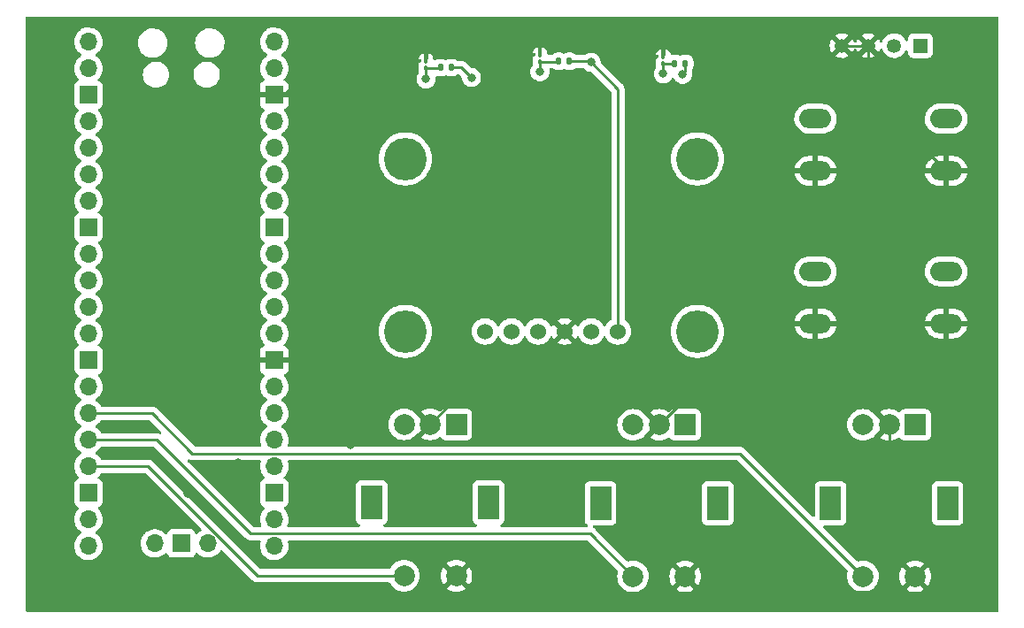
<source format=gbr>
%TF.GenerationSoftware,KiCad,Pcbnew,(6.0.7-1)-1*%
%TF.CreationDate,2022-09-01T12:29:14-04:00*%
%TF.ProjectId,pico-color-picker,7069636f-2d63-46f6-9c6f-722d7069636b,rev?*%
%TF.SameCoordinates,Original*%
%TF.FileFunction,Copper,L2,Bot*%
%TF.FilePolarity,Positive*%
%FSLAX46Y46*%
G04 Gerber Fmt 4.6, Leading zero omitted, Abs format (unit mm)*
G04 Created by KiCad (PCBNEW (6.0.7-1)-1) date 2022-09-01 12:29:14*
%MOMM*%
%LPD*%
G01*
G04 APERTURE LIST*
G04 Aperture macros list*
%AMRoundRect*
0 Rectangle with rounded corners*
0 $1 Rounding radius*
0 $2 $3 $4 $5 $6 $7 $8 $9 X,Y pos of 4 corners*
0 Add a 4 corners polygon primitive as box body*
4,1,4,$2,$3,$4,$5,$6,$7,$8,$9,$2,$3,0*
0 Add four circle primitives for the rounded corners*
1,1,$1+$1,$2,$3*
1,1,$1+$1,$4,$5*
1,1,$1+$1,$6,$7*
1,1,$1+$1,$8,$9*
0 Add four rect primitives between the rounded corners*
20,1,$1+$1,$2,$3,$4,$5,0*
20,1,$1+$1,$4,$5,$6,$7,0*
20,1,$1+$1,$6,$7,$8,$9,0*
20,1,$1+$1,$8,$9,$2,$3,0*%
G04 Aperture macros list end*
%TA.AperFunction,ComponentPad*%
%ADD10R,2.000000X2.000000*%
%TD*%
%TA.AperFunction,ComponentPad*%
%ADD11C,2.000000*%
%TD*%
%TA.AperFunction,ComponentPad*%
%ADD12R,2.000000X3.200000*%
%TD*%
%TA.AperFunction,ComponentPad*%
%ADD13C,1.524000*%
%TD*%
%TA.AperFunction,ComponentPad*%
%ADD14C,4.064000*%
%TD*%
%TA.AperFunction,ComponentPad*%
%ADD15R,1.350000X1.350000*%
%TD*%
%TA.AperFunction,ComponentPad*%
%ADD16C,1.350000*%
%TD*%
%TA.AperFunction,ComponentPad*%
%ADD17O,3.048000X1.850000*%
%TD*%
%TA.AperFunction,ComponentPad*%
%ADD18O,1.700000X1.700000*%
%TD*%
%TA.AperFunction,ComponentPad*%
%ADD19R,1.700000X1.700000*%
%TD*%
%TA.AperFunction,SMDPad,CuDef*%
%ADD20RoundRect,0.100000X-0.100000X0.130000X-0.100000X-0.130000X0.100000X-0.130000X0.100000X0.130000X0*%
%TD*%
%TA.AperFunction,SMDPad,CuDef*%
%ADD21RoundRect,0.135000X0.135000X0.185000X-0.135000X0.185000X-0.135000X-0.185000X0.135000X-0.185000X0*%
%TD*%
%TA.AperFunction,ViaPad*%
%ADD22C,0.800000*%
%TD*%
%TA.AperFunction,Conductor*%
%ADD23C,0.250000*%
%TD*%
G04 APERTURE END LIST*
D10*
%TO.P,SW3,A,A*%
%TO.N,Net-(SW3-PadA)*%
X119000000Y-103550000D03*
D11*
%TO.P,SW3,B,B*%
%TO.N,Net-(SW3-PadB)*%
X114000000Y-103550000D03*
%TO.P,SW3,C,C*%
%TO.N,GND*%
X116500000Y-103550000D03*
D12*
%TO.P,SW3,MP*%
%TO.N,N/C*%
X122100000Y-111050000D03*
X110900000Y-111050000D03*
D11*
%TO.P,SW3,S1,S1*%
%TO.N,Net-(SW3-PadS1)*%
X114000000Y-118050000D03*
%TO.P,SW3,S2,S2*%
%TO.N,GND*%
X119000000Y-118050000D03*
%TD*%
D10*
%TO.P,SW1,A,A*%
%TO.N,Net-(SW1-PadA)*%
X162900000Y-103600000D03*
D11*
%TO.P,SW1,B,B*%
%TO.N,Net-(SW1-PadB)*%
X157900000Y-103600000D03*
%TO.P,SW1,C,C*%
%TO.N,GND*%
X160400000Y-103600000D03*
D12*
%TO.P,SW1,MP*%
%TO.N,N/C*%
X166000000Y-111100000D03*
X154800000Y-111100000D03*
D11*
%TO.P,SW1,S1,S1*%
%TO.N,Net-(SW1-PadS1)*%
X157900000Y-118100000D03*
%TO.P,SW1,S2,S2*%
%TO.N,GND*%
X162900000Y-118100000D03*
%TD*%
D13*
%TO.P,U2,1,SDA*%
%TO.N,Net-(U1-Pad24)*%
X121750000Y-94655000D03*
%TO.P,U2,2,SCL*%
%TO.N,Net-(U1-Pad25)*%
X124290000Y-94655000D03*
%TO.P,U2,3,RESET*%
%TO.N,unconnected-(U2-Pad3)*%
X126830000Y-94655000D03*
%TO.P,U2,4,GND*%
%TO.N,GND*%
X129370000Y-94655000D03*
%TO.P,U2,5,3V_{D}*%
%TO.N,unconnected-(U2-Pad5)*%
X131910000Y-94655000D03*
%TO.P,U2,6,VIN*%
%TO.N,+5V*%
X134450000Y-94655000D03*
D14*
%TO.P,U2,MT*%
%TO.N,N/C*%
X114130000Y-78145000D03*
X142070000Y-78145000D03*
X114130000Y-94655000D03*
X142070000Y-94655000D03*
%TD*%
D15*
%TO.P,J1,1,Pin_1*%
%TO.N,+5V*%
X163400000Y-67300000D03*
D16*
%TO.P,J1,2,Pin_2*%
%TO.N,Net-(J1-Pad2)*%
X160900000Y-67300000D03*
%TO.P,J1,3,Pin_3*%
%TO.N,GND*%
X158400000Y-67300000D03*
%TO.P,J1,4,Pin_4*%
X155900000Y-67300000D03*
%TD*%
D10*
%TO.P,SW2,A,A*%
%TO.N,Net-(SW2-PadA)*%
X140900000Y-103600000D03*
D11*
%TO.P,SW2,B,B*%
%TO.N,Net-(SW2-PadB)*%
X135900000Y-103600000D03*
%TO.P,SW2,C,C*%
%TO.N,GND*%
X138400000Y-103600000D03*
D12*
%TO.P,SW2,MP*%
%TO.N,N/C*%
X144000000Y-111100000D03*
X132800000Y-111100000D03*
D11*
%TO.P,SW2,S1,S1*%
%TO.N,Net-(SW2-PadS1)*%
X135900000Y-118100000D03*
%TO.P,SW2,S2,S2*%
%TO.N,GND*%
X140900000Y-118100000D03*
%TD*%
D17*
%TO.P,SW4,1,1*%
%TO.N,Net-(SW4-Pad1)*%
X165860000Y-88900000D03*
X153360000Y-88900000D03*
%TO.P,SW4,2,2*%
%TO.N,GND*%
X153360000Y-93900000D03*
X165860000Y-93900000D03*
%TD*%
D18*
%TO.P,U1,1,GPIO0*%
%TO.N,unconnected-(U1-Pad1)*%
X83805000Y-66925000D03*
%TO.P,U1,2,GPIO1*%
%TO.N,unconnected-(U1-Pad2)*%
X83805000Y-69465000D03*
D19*
%TO.P,U1,3,GND*%
%TO.N,unconnected-(U1-Pad3)*%
X83805000Y-72005000D03*
D18*
%TO.P,U1,4,GPIO2*%
%TO.N,Net-(D3-Pad2)*%
X83805000Y-74545000D03*
%TO.P,U1,5,GPIO3*%
%TO.N,Net-(J1-Pad2)*%
X83805000Y-77085000D03*
%TO.P,U1,6,GPIO4*%
%TO.N,unconnected-(U1-Pad6)*%
X83805000Y-79625000D03*
%TO.P,U1,7,GPIO5*%
%TO.N,unconnected-(U1-Pad7)*%
X83805000Y-82165000D03*
D19*
%TO.P,U1,8,GND*%
%TO.N,unconnected-(U1-Pad8)*%
X83805000Y-84705000D03*
D18*
%TO.P,U1,9,GPIO6*%
%TO.N,Net-(SW5-Pad1)*%
X83805000Y-87245000D03*
%TO.P,U1,10,GPIO7*%
%TO.N,Net-(SW4-Pad1)*%
X83805000Y-89785000D03*
%TO.P,U1,11,GPIO8*%
%TO.N,unconnected-(U1-Pad11)*%
X83805000Y-92325000D03*
%TO.P,U1,12,GPIO9*%
%TO.N,unconnected-(U1-Pad12)*%
X83805000Y-94865000D03*
D19*
%TO.P,U1,13,GND*%
%TO.N,unconnected-(U1-Pad13)*%
X83805000Y-97405000D03*
D18*
%TO.P,U1,14,GPIO10*%
%TO.N,unconnected-(U1-Pad14)*%
X83805000Y-99945000D03*
%TO.P,U1,15,GPIO11*%
%TO.N,Net-(SW1-PadS1)*%
X83805000Y-102485000D03*
%TO.P,U1,16,GPIO12*%
%TO.N,Net-(SW2-PadS1)*%
X83805000Y-105025000D03*
%TO.P,U1,17,GPIO13*%
%TO.N,Net-(SW3-PadS1)*%
X83805000Y-107565000D03*
D19*
%TO.P,U1,18,GND*%
%TO.N,unconnected-(U1-Pad18)*%
X83805000Y-110105000D03*
D18*
%TO.P,U1,19,GPIO14*%
%TO.N,Net-(SW3-PadB)*%
X83805000Y-112645000D03*
%TO.P,U1,20,GPIO15*%
%TO.N,Net-(SW3-PadA)*%
X83805000Y-115185000D03*
%TO.P,U1,21,GPIO16*%
%TO.N,Net-(SW2-PadA)*%
X101585000Y-115185000D03*
%TO.P,U1,22,GPIO17*%
%TO.N,Net-(SW2-PadB)*%
X101585000Y-112645000D03*
D19*
%TO.P,U1,23,GND*%
%TO.N,unconnected-(U1-Pad23)*%
X101585000Y-110105000D03*
D18*
%TO.P,U1,24,GPIO18*%
%TO.N,Net-(U1-Pad24)*%
X101585000Y-107565000D03*
%TO.P,U1,25,GPIO19*%
%TO.N,Net-(U1-Pad25)*%
X101585000Y-105025000D03*
%TO.P,U1,26,GPIO20*%
%TO.N,Net-(SW1-PadB)*%
X101585000Y-102485000D03*
%TO.P,U1,27,GPIO21*%
%TO.N,Net-(SW1-PadA)*%
X101585000Y-99945000D03*
D19*
%TO.P,U1,28,GND*%
%TO.N,GND*%
X101585000Y-97405000D03*
D18*
%TO.P,U1,29,GPIO22*%
%TO.N,unconnected-(U1-Pad29)*%
X101585000Y-94865000D03*
%TO.P,U1,30,RUN*%
%TO.N,unconnected-(U1-Pad30)*%
X101585000Y-92325000D03*
%TO.P,U1,31,GPIO26_ADC0*%
%TO.N,unconnected-(U1-Pad31)*%
X101585000Y-89785000D03*
%TO.P,U1,32,GPIO27_ADC1*%
%TO.N,unconnected-(U1-Pad32)*%
X101585000Y-87245000D03*
D19*
%TO.P,U1,33,AGND*%
%TO.N,unconnected-(U1-Pad33)*%
X101585000Y-84705000D03*
D18*
%TO.P,U1,34,GPIO28_ADC2*%
%TO.N,unconnected-(U1-Pad34)*%
X101585000Y-82165000D03*
%TO.P,U1,35,ADC_VREF*%
%TO.N,unconnected-(U1-Pad35)*%
X101585000Y-79625000D03*
%TO.P,U1,36,3V3*%
%TO.N,unconnected-(U1-Pad36)*%
X101585000Y-77085000D03*
%TO.P,U1,37,3V3_EN*%
%TO.N,unconnected-(U1-Pad37)*%
X101585000Y-74545000D03*
D19*
%TO.P,U1,38,GND*%
%TO.N,GND*%
X101585000Y-72005000D03*
D18*
%TO.P,U1,39,VSYS*%
%TO.N,+5V*%
X101585000Y-69465000D03*
%TO.P,U1,40,VBUS*%
%TO.N,unconnected-(U1-Pad40)*%
X101585000Y-66925000D03*
%TO.P,U1,41,SWCLK*%
%TO.N,unconnected-(U1-Pad41)*%
X90155000Y-114955000D03*
D19*
%TO.P,U1,42,GND*%
%TO.N,unconnected-(U1-Pad42)*%
X92695000Y-114955000D03*
D18*
%TO.P,U1,43,SWDIO*%
%TO.N,unconnected-(U1-Pad43)*%
X95235000Y-114955000D03*
%TD*%
D17*
%TO.P,SW5,1,1*%
%TO.N,Net-(SW5-Pad1)*%
X165860000Y-74300000D03*
X153360000Y-74300000D03*
%TO.P,SW5,2,2*%
%TO.N,GND*%
X153360000Y-79300000D03*
X165860000Y-79300000D03*
%TD*%
D20*
%TO.P,C3,1*%
%TO.N,GND*%
X116100000Y-68780000D03*
%TO.P,C3,2*%
%TO.N,Net-(C3-Pad2)*%
X116100000Y-69420000D03*
%TD*%
%TO.P,C1,1*%
%TO.N,GND*%
X138800000Y-68380000D03*
%TO.P,C1,2*%
%TO.N,Net-(C1-Pad2)*%
X138800000Y-69020000D03*
%TD*%
D21*
%TO.P,R1,1*%
%TO.N,+5V*%
X140910000Y-69000000D03*
%TO.P,R1,2*%
%TO.N,Net-(C1-Pad2)*%
X139890000Y-69000000D03*
%TD*%
%TO.P,R2,1*%
%TO.N,+5V*%
X129810000Y-68800000D03*
%TO.P,R2,2*%
%TO.N,Net-(C2-Pad2)*%
X128790000Y-68800000D03*
%TD*%
%TO.P,R3,1*%
%TO.N,+5V*%
X118510000Y-69400000D03*
%TO.P,R3,2*%
%TO.N,Net-(C3-Pad2)*%
X117490000Y-69400000D03*
%TD*%
D20*
%TO.P,C2,1*%
%TO.N,GND*%
X127000000Y-68180000D03*
%TO.P,C2,2*%
%TO.N,Net-(C2-Pad2)*%
X127000000Y-68820000D03*
%TD*%
D22*
%TO.N,GND*%
X93300000Y-110200000D03*
X111700000Y-69100000D03*
X96800000Y-76300000D03*
X96600000Y-84300000D03*
X87000000Y-81100000D03*
X112600000Y-97800000D03*
X108000000Y-112300000D03*
X87300000Y-75900000D03*
X107200000Y-101100000D03*
X109000000Y-94400000D03*
X131900000Y-67300000D03*
X87600000Y-103700000D03*
X98100000Y-107200000D03*
X108900000Y-105500000D03*
X120400000Y-67300000D03*
X115900000Y-108900000D03*
X105800000Y-74700000D03*
X107000000Y-103300000D03*
X105700000Y-110200000D03*
X118500000Y-94700000D03*
X143700000Y-67300000D03*
%TO.N,Net-(C1-Pad2)*%
X138800000Y-70000000D03*
%TO.N,Net-(C2-Pad2)*%
X127000000Y-69800000D03*
%TO.N,+5V*%
X120450000Y-70350000D03*
X131900000Y-68900000D03*
X140650000Y-70050000D03*
%TO.N,Net-(C3-Pad2)*%
X116100000Y-70500000D03*
%TD*%
D23*
%TO.N,GND*%
X153360000Y-93900000D02*
X148100000Y-93900000D01*
X122111443Y-101913557D02*
X118136443Y-101913557D01*
X142400000Y-119600000D02*
X161400000Y-119600000D01*
X102495000Y-72005000D02*
X107400000Y-67100000D01*
X161400000Y-119600000D02*
X162900000Y-118100000D01*
X120400000Y-67300000D02*
X126900000Y-67300000D01*
X116100000Y-67100000D02*
X120200000Y-67100000D01*
X138800000Y-68380000D02*
X138800000Y-67400000D01*
X153360000Y-96560000D02*
X160400000Y-103600000D01*
X139600000Y-119400000D02*
X140900000Y-118100000D01*
X116100000Y-68780000D02*
X116100000Y-67100000D01*
X153360000Y-76960000D02*
X153360000Y-79300000D01*
X127000000Y-67400000D02*
X126900000Y-67300000D01*
X148100000Y-93900000D02*
X138400000Y-103600000D01*
X160400000Y-115600000D02*
X162900000Y-118100000D01*
X118136443Y-101913557D02*
X116500000Y-103550000D01*
X155900000Y-67300000D02*
X158400000Y-67300000D01*
X158400000Y-67300000D02*
X158400000Y-71840000D01*
X153360000Y-79300000D02*
X165860000Y-79300000D01*
X138400000Y-103600000D02*
X129455000Y-94655000D01*
X131900000Y-67300000D02*
X138700000Y-67300000D01*
X138700000Y-67300000D02*
X143700000Y-67300000D01*
X158400000Y-71840000D02*
X165860000Y-79300000D01*
X126900000Y-67300000D02*
X131900000Y-67300000D01*
X129455000Y-94655000D02*
X129370000Y-94655000D01*
X138800000Y-67400000D02*
X138700000Y-67300000D01*
X153360000Y-93900000D02*
X153360000Y-96560000D01*
X107400000Y-67100000D02*
X116100000Y-67100000D01*
X127000000Y-68180000D02*
X127000000Y-67400000D01*
X160400000Y-103600000D02*
X160400000Y-115600000D01*
X143700000Y-67300000D02*
X153360000Y-76960000D01*
X119000000Y-118050000D02*
X120750000Y-119800000D01*
X140900000Y-118100000D02*
X142400000Y-119600000D01*
X110355000Y-97405000D02*
X116500000Y-103550000D01*
X101585000Y-72005000D02*
X102495000Y-72005000D01*
X153360000Y-93900000D02*
X165860000Y-93900000D01*
X101585000Y-97405000D02*
X110355000Y-97405000D01*
X120750000Y-119800000D02*
X139600000Y-119800000D01*
X139600000Y-119800000D02*
X139600000Y-119400000D01*
X129370000Y-94655000D02*
X122111443Y-101913557D01*
X120200000Y-67100000D02*
X120400000Y-67300000D01*
%TO.N,Net-(C1-Pad2)*%
X138800000Y-69020000D02*
X139870000Y-69020000D01*
X139870000Y-69020000D02*
X139890000Y-69000000D01*
X138800000Y-70000000D02*
X138800000Y-69020000D01*
%TO.N,Net-(C2-Pad2)*%
X128770000Y-68820000D02*
X128790000Y-68800000D01*
X127000000Y-68820000D02*
X128770000Y-68820000D01*
X127000000Y-68820000D02*
X127000000Y-69800000D01*
%TO.N,+5V*%
X140910000Y-69000000D02*
X140910000Y-69790000D01*
X119500000Y-69400000D02*
X120450000Y-70350000D01*
X134450000Y-94655000D02*
X134450000Y-71450000D01*
X118510000Y-69400000D02*
X119500000Y-69400000D01*
X129810000Y-68800000D02*
X131800000Y-68800000D01*
X134450000Y-71450000D02*
X131900000Y-68900000D01*
X140910000Y-69790000D02*
X140650000Y-70050000D01*
X131800000Y-68800000D02*
X131900000Y-68900000D01*
%TO.N,Net-(C3-Pad2)*%
X117470000Y-69420000D02*
X117490000Y-69400000D01*
X116100000Y-69420000D02*
X117470000Y-69420000D01*
X116100000Y-70500000D02*
X116100000Y-69420000D01*
%TO.N,Net-(SW1-PadS1)*%
X146145135Y-106345135D02*
X93745135Y-106345135D01*
X157900000Y-118100000D02*
X146145135Y-106345135D01*
X93745135Y-106345135D02*
X89885000Y-102485000D01*
X89885000Y-102485000D02*
X83805000Y-102485000D01*
%TO.N,Net-(SW2-PadS1)*%
X135900000Y-118100000D02*
X131800000Y-114000000D01*
X99300000Y-114000000D02*
X90325000Y-105025000D01*
X131800000Y-114000000D02*
X99300000Y-114000000D01*
X90325000Y-105025000D02*
X83805000Y-105025000D01*
%TO.N,Net-(SW3-PadS1)*%
X114000000Y-118050000D02*
X99991701Y-118050000D01*
X89506701Y-107565000D02*
X83805000Y-107565000D01*
X99991701Y-118050000D02*
X89506701Y-107565000D01*
%TD*%
%TA.AperFunction,Conductor*%
%TO.N,GND*%
G36*
X170833621Y-64528502D02*
G01*
X170880114Y-64582158D01*
X170891500Y-64634500D01*
X170891500Y-121365500D01*
X170871498Y-121433621D01*
X170817842Y-121480114D01*
X170765500Y-121491500D01*
X77934500Y-121491500D01*
X77866379Y-121471498D01*
X77819886Y-121417842D01*
X77808500Y-121365500D01*
X77808500Y-115151695D01*
X82442251Y-115151695D01*
X82442548Y-115156848D01*
X82442548Y-115156851D01*
X82448011Y-115251590D01*
X82455110Y-115374715D01*
X82456247Y-115379761D01*
X82456248Y-115379767D01*
X82473611Y-115456811D01*
X82504222Y-115592639D01*
X82588266Y-115799616D01*
X82612087Y-115838489D01*
X82670213Y-115933341D01*
X82704987Y-115990088D01*
X82851250Y-116158938D01*
X83023126Y-116301632D01*
X83216000Y-116414338D01*
X83424692Y-116494030D01*
X83429760Y-116495061D01*
X83429763Y-116495062D01*
X83537017Y-116516883D01*
X83643597Y-116538567D01*
X83648772Y-116538757D01*
X83648774Y-116538757D01*
X83861673Y-116546564D01*
X83861677Y-116546564D01*
X83866837Y-116546753D01*
X83871957Y-116546097D01*
X83871959Y-116546097D01*
X84083288Y-116519025D01*
X84083289Y-116519025D01*
X84088416Y-116518368D01*
X84093366Y-116516883D01*
X84297429Y-116455661D01*
X84297434Y-116455659D01*
X84302384Y-116454174D01*
X84502994Y-116355896D01*
X84684860Y-116226173D01*
X84726842Y-116184338D01*
X84785488Y-116125896D01*
X84843096Y-116068489D01*
X84855157Y-116051705D01*
X84970435Y-115891277D01*
X84973453Y-115887077D01*
X84990336Y-115852918D01*
X85070136Y-115691453D01*
X85070137Y-115691451D01*
X85072430Y-115686811D01*
X85137370Y-115473069D01*
X85166529Y-115251590D01*
X85168156Y-115185000D01*
X85149852Y-114962361D01*
X85095431Y-114745702D01*
X85006354Y-114540840D01*
X84885014Y-114353277D01*
X84734670Y-114188051D01*
X84730619Y-114184852D01*
X84730615Y-114184848D01*
X84563414Y-114052800D01*
X84563410Y-114052798D01*
X84559359Y-114049598D01*
X84518053Y-114026796D01*
X84468084Y-113976364D01*
X84453312Y-113906921D01*
X84478428Y-113840516D01*
X84505780Y-113813909D01*
X84574487Y-113764901D01*
X84684860Y-113686173D01*
X84711355Y-113659771D01*
X84783821Y-113587557D01*
X84843096Y-113528489D01*
X84848161Y-113521441D01*
X84970435Y-113351277D01*
X84973453Y-113347077D01*
X84978441Y-113336986D01*
X85070136Y-113151453D01*
X85070138Y-113151448D01*
X85072430Y-113146811D01*
X85137370Y-112933069D01*
X85166529Y-112711590D01*
X85168156Y-112645000D01*
X85149852Y-112422361D01*
X85095431Y-112205702D01*
X85006354Y-112000840D01*
X84885014Y-111813277D01*
X84881532Y-111809450D01*
X84737798Y-111651488D01*
X84706746Y-111587642D01*
X84715141Y-111517143D01*
X84760317Y-111462375D01*
X84786761Y-111448706D01*
X84893297Y-111408767D01*
X84901705Y-111405615D01*
X85018261Y-111318261D01*
X85105615Y-111201705D01*
X85156745Y-111065316D01*
X85163500Y-111003134D01*
X85163500Y-109206866D01*
X85156745Y-109144684D01*
X85105615Y-109008295D01*
X85018261Y-108891739D01*
X84901705Y-108804385D01*
X84889132Y-108799672D01*
X84783203Y-108759960D01*
X84726439Y-108717318D01*
X84701739Y-108650756D01*
X84716947Y-108581408D01*
X84738493Y-108552727D01*
X84839435Y-108452137D01*
X84843096Y-108448489D01*
X84902594Y-108365689D01*
X84970435Y-108271277D01*
X84973453Y-108267077D01*
X84975746Y-108262437D01*
X84977446Y-108259608D01*
X85029674Y-108211518D01*
X85085451Y-108198500D01*
X89192107Y-108198500D01*
X89260228Y-108218502D01*
X89281202Y-108235405D01*
X94609840Y-113564043D01*
X94643866Y-113626355D01*
X94638801Y-113697170D01*
X94596254Y-113754006D01*
X94578926Y-113764901D01*
X94508607Y-113801507D01*
X94504474Y-113804610D01*
X94504471Y-113804612D01*
X94339658Y-113928357D01*
X94329965Y-113935635D01*
X94273537Y-113994684D01*
X94249283Y-114020064D01*
X94187759Y-114055494D01*
X94116846Y-114052037D01*
X94059060Y-114010791D01*
X94040207Y-113977243D01*
X93998767Y-113866703D01*
X93995615Y-113858295D01*
X93908261Y-113741739D01*
X93791705Y-113654385D01*
X93655316Y-113603255D01*
X93593134Y-113596500D01*
X91796866Y-113596500D01*
X91734684Y-113603255D01*
X91598295Y-113654385D01*
X91481739Y-113741739D01*
X91394385Y-113858295D01*
X91391233Y-113866703D01*
X91349919Y-113976907D01*
X91307277Y-114033671D01*
X91240716Y-114058371D01*
X91171367Y-114043163D01*
X91138743Y-114017476D01*
X91088151Y-113961875D01*
X91088142Y-113961866D01*
X91084670Y-113958051D01*
X91080619Y-113954852D01*
X91080615Y-113954848D01*
X90913414Y-113822800D01*
X90913410Y-113822798D01*
X90909359Y-113819598D01*
X90899054Y-113813909D01*
X90798366Y-113758327D01*
X90713789Y-113711638D01*
X90708920Y-113709914D01*
X90708916Y-113709912D01*
X90508087Y-113638795D01*
X90508083Y-113638794D01*
X90503212Y-113637069D01*
X90498119Y-113636162D01*
X90498116Y-113636161D01*
X90288373Y-113598800D01*
X90288367Y-113598799D01*
X90283284Y-113597894D01*
X90209452Y-113596992D01*
X90065081Y-113595228D01*
X90065079Y-113595228D01*
X90059911Y-113595165D01*
X89839091Y-113628955D01*
X89626756Y-113698357D01*
X89428607Y-113801507D01*
X89424474Y-113804610D01*
X89424471Y-113804612D01*
X89259658Y-113928357D01*
X89249965Y-113935635D01*
X89211043Y-113976364D01*
X89138729Y-114052037D01*
X89095629Y-114097138D01*
X89092715Y-114101410D01*
X89092714Y-114101411D01*
X89046354Y-114169373D01*
X88969743Y-114281680D01*
X88875688Y-114484305D01*
X88815989Y-114699570D01*
X88792251Y-114921695D01*
X88792548Y-114926848D01*
X88792548Y-114926851D01*
X88794893Y-114967522D01*
X88805110Y-115144715D01*
X88806247Y-115149761D01*
X88806248Y-115149767D01*
X88814947Y-115188365D01*
X88854222Y-115362639D01*
X88938266Y-115569616D01*
X88955307Y-115597425D01*
X89012928Y-115691453D01*
X89054987Y-115760088D01*
X89201250Y-115928938D01*
X89373126Y-116071632D01*
X89566000Y-116184338D01*
X89774692Y-116264030D01*
X89779760Y-116265061D01*
X89779763Y-116265062D01*
X89887017Y-116286883D01*
X89993597Y-116308567D01*
X89998772Y-116308757D01*
X89998774Y-116308757D01*
X90211673Y-116316564D01*
X90211677Y-116316564D01*
X90216837Y-116316753D01*
X90221957Y-116316097D01*
X90221959Y-116316097D01*
X90433288Y-116289025D01*
X90433289Y-116289025D01*
X90438416Y-116288368D01*
X90443366Y-116286883D01*
X90647429Y-116225661D01*
X90647434Y-116225659D01*
X90652384Y-116224174D01*
X90852994Y-116125896D01*
X91034860Y-115996173D01*
X91143091Y-115888319D01*
X91205462Y-115854404D01*
X91276268Y-115859592D01*
X91333030Y-115902238D01*
X91350012Y-115933341D01*
X91373567Y-115996173D01*
X91394385Y-116051705D01*
X91481739Y-116168261D01*
X91598295Y-116255615D01*
X91734684Y-116306745D01*
X91796866Y-116313500D01*
X93593134Y-116313500D01*
X93655316Y-116306745D01*
X93791705Y-116255615D01*
X93908261Y-116168261D01*
X93995615Y-116051705D01*
X94016433Y-115996173D01*
X94039598Y-115934382D01*
X94082240Y-115877618D01*
X94148802Y-115852918D01*
X94218150Y-115868126D01*
X94252817Y-115896114D01*
X94281250Y-115928938D01*
X94453126Y-116071632D01*
X94646000Y-116184338D01*
X94854692Y-116264030D01*
X94859760Y-116265061D01*
X94859763Y-116265062D01*
X94967017Y-116286883D01*
X95073597Y-116308567D01*
X95078772Y-116308757D01*
X95078774Y-116308757D01*
X95291673Y-116316564D01*
X95291677Y-116316564D01*
X95296837Y-116316753D01*
X95301957Y-116316097D01*
X95301959Y-116316097D01*
X95513288Y-116289025D01*
X95513289Y-116289025D01*
X95518416Y-116288368D01*
X95523366Y-116286883D01*
X95727429Y-116225661D01*
X95727434Y-116225659D01*
X95732384Y-116224174D01*
X95932994Y-116125896D01*
X96114860Y-115996173D01*
X96120967Y-115990088D01*
X96220123Y-115891277D01*
X96273096Y-115838489D01*
X96332594Y-115755689D01*
X96400435Y-115661277D01*
X96403453Y-115657077D01*
X96424655Y-115614178D01*
X96472769Y-115561971D01*
X96541470Y-115544064D01*
X96608946Y-115566142D01*
X96626707Y-115580910D01*
X99488044Y-118442247D01*
X99495588Y-118450537D01*
X99499701Y-118457018D01*
X99505478Y-118462443D01*
X99549368Y-118503658D01*
X99552210Y-118506413D01*
X99571931Y-118526134D01*
X99575126Y-118528612D01*
X99584148Y-118536318D01*
X99616380Y-118566586D01*
X99623329Y-118570406D01*
X99634133Y-118576346D01*
X99650657Y-118587199D01*
X99666660Y-118599613D01*
X99707244Y-118617176D01*
X99717874Y-118622383D01*
X99756641Y-118643695D01*
X99764318Y-118645666D01*
X99764323Y-118645668D01*
X99776259Y-118648732D01*
X99794967Y-118655137D01*
X99813556Y-118663181D01*
X99821384Y-118664421D01*
X99821391Y-118664423D01*
X99857225Y-118670099D01*
X99868845Y-118672505D01*
X99903990Y-118681528D01*
X99911671Y-118683500D01*
X99931925Y-118683500D01*
X99951635Y-118685051D01*
X99971644Y-118688220D01*
X99979536Y-118687474D01*
X100015662Y-118684059D01*
X100027520Y-118683500D01*
X112548434Y-118683500D01*
X112616555Y-118703502D01*
X112655867Y-118743665D01*
X112773241Y-118935202D01*
X112773245Y-118935208D01*
X112775824Y-118939416D01*
X112930031Y-119119969D01*
X113110584Y-119274176D01*
X113114792Y-119276755D01*
X113114798Y-119276759D01*
X113222189Y-119342568D01*
X113313037Y-119398240D01*
X113317607Y-119400133D01*
X113317611Y-119400135D01*
X113527833Y-119487211D01*
X113532406Y-119489105D01*
X113612609Y-119508360D01*
X113758476Y-119543380D01*
X113758482Y-119543381D01*
X113763289Y-119544535D01*
X114000000Y-119563165D01*
X114236711Y-119544535D01*
X114241518Y-119543381D01*
X114241524Y-119543380D01*
X114387391Y-119508360D01*
X114467594Y-119489105D01*
X114472167Y-119487211D01*
X114682389Y-119400135D01*
X114682393Y-119400133D01*
X114686963Y-119398240D01*
X114777811Y-119342568D01*
X114875556Y-119282670D01*
X118132160Y-119282670D01*
X118137887Y-119290320D01*
X118309042Y-119395205D01*
X118317837Y-119399687D01*
X118527988Y-119486734D01*
X118537373Y-119489783D01*
X118758554Y-119542885D01*
X118768301Y-119544428D01*
X118995070Y-119562275D01*
X119004930Y-119562275D01*
X119231699Y-119544428D01*
X119241446Y-119542885D01*
X119462627Y-119489783D01*
X119472012Y-119486734D01*
X119682163Y-119399687D01*
X119690958Y-119395205D01*
X119858445Y-119292568D01*
X119867907Y-119282110D01*
X119864124Y-119273334D01*
X119012812Y-118422022D01*
X118998868Y-118414408D01*
X118997035Y-118414539D01*
X118990420Y-118418790D01*
X118138920Y-119270290D01*
X118132160Y-119282670D01*
X114875556Y-119282670D01*
X114885202Y-119276759D01*
X114885208Y-119276755D01*
X114889416Y-119274176D01*
X115069969Y-119119969D01*
X115224176Y-118939416D01*
X115226755Y-118935208D01*
X115226759Y-118935202D01*
X115345654Y-118741183D01*
X115348240Y-118736963D01*
X115350229Y-118732163D01*
X115437211Y-118522167D01*
X115437212Y-118522165D01*
X115439105Y-118517594D01*
X115481376Y-118341524D01*
X115493380Y-118291524D01*
X115493381Y-118291518D01*
X115494535Y-118286711D01*
X115512777Y-118054930D01*
X117487725Y-118054930D01*
X117505572Y-118281699D01*
X117507115Y-118291446D01*
X117560217Y-118512627D01*
X117563266Y-118522012D01*
X117650313Y-118732163D01*
X117654795Y-118740958D01*
X117757432Y-118908445D01*
X117767890Y-118917907D01*
X117776666Y-118914124D01*
X118627978Y-118062812D01*
X118634356Y-118051132D01*
X119364408Y-118051132D01*
X119364539Y-118052965D01*
X119368790Y-118059580D01*
X120220290Y-118911080D01*
X120232670Y-118917840D01*
X120240320Y-118912113D01*
X120345205Y-118740958D01*
X120349687Y-118732163D01*
X120436734Y-118522012D01*
X120439783Y-118512627D01*
X120492885Y-118291446D01*
X120494428Y-118281699D01*
X120512275Y-118054930D01*
X120512275Y-118045070D01*
X120494428Y-117818301D01*
X120492885Y-117808554D01*
X120439783Y-117587373D01*
X120436734Y-117577988D01*
X120349687Y-117367837D01*
X120345205Y-117359042D01*
X120242568Y-117191555D01*
X120232110Y-117182093D01*
X120223334Y-117185876D01*
X119372022Y-118037188D01*
X119364408Y-118051132D01*
X118634356Y-118051132D01*
X118635592Y-118048868D01*
X118635461Y-118047035D01*
X118631210Y-118040420D01*
X117779710Y-117188920D01*
X117767330Y-117182160D01*
X117759680Y-117187887D01*
X117654795Y-117359042D01*
X117650313Y-117367837D01*
X117563266Y-117577988D01*
X117560217Y-117587373D01*
X117507115Y-117808554D01*
X117505572Y-117818301D01*
X117487725Y-118045070D01*
X117487725Y-118054930D01*
X115512777Y-118054930D01*
X115513165Y-118050000D01*
X115494535Y-117813289D01*
X115439105Y-117582406D01*
X115367203Y-117408817D01*
X115350135Y-117367611D01*
X115350133Y-117367607D01*
X115348240Y-117363037D01*
X115344133Y-117356335D01*
X115226759Y-117164798D01*
X115226755Y-117164792D01*
X115224176Y-117160584D01*
X115069969Y-116980031D01*
X114889416Y-116825824D01*
X114885208Y-116823245D01*
X114885202Y-116823241D01*
X114876470Y-116817890D01*
X118132093Y-116817890D01*
X118135876Y-116826666D01*
X118987188Y-117677978D01*
X119001132Y-117685592D01*
X119002965Y-117685461D01*
X119009580Y-117681210D01*
X119861080Y-116829710D01*
X119867840Y-116817330D01*
X119862113Y-116809680D01*
X119690958Y-116704795D01*
X119682163Y-116700313D01*
X119472012Y-116613266D01*
X119462627Y-116610217D01*
X119241446Y-116557115D01*
X119231699Y-116555572D01*
X119004930Y-116537725D01*
X118995070Y-116537725D01*
X118768301Y-116555572D01*
X118758554Y-116557115D01*
X118537373Y-116610217D01*
X118527988Y-116613266D01*
X118317837Y-116700313D01*
X118309042Y-116704795D01*
X118141555Y-116807432D01*
X118132093Y-116817890D01*
X114876470Y-116817890D01*
X114691183Y-116704346D01*
X114686963Y-116701760D01*
X114682393Y-116699867D01*
X114682389Y-116699865D01*
X114472167Y-116612789D01*
X114472165Y-116612788D01*
X114467594Y-116610895D01*
X114367377Y-116586835D01*
X114241524Y-116556620D01*
X114241518Y-116556619D01*
X114236711Y-116555465D01*
X114000000Y-116536835D01*
X113763289Y-116555465D01*
X113758482Y-116556619D01*
X113758476Y-116556620D01*
X113632623Y-116586835D01*
X113532406Y-116610895D01*
X113527835Y-116612788D01*
X113527833Y-116612789D01*
X113317611Y-116699865D01*
X113317607Y-116699867D01*
X113313037Y-116701760D01*
X113308817Y-116704346D01*
X113114798Y-116823241D01*
X113114792Y-116823245D01*
X113110584Y-116825824D01*
X112930031Y-116980031D01*
X112775824Y-117160584D01*
X112773245Y-117164792D01*
X112773241Y-117164798D01*
X112655867Y-117356335D01*
X112603219Y-117403966D01*
X112548434Y-117416500D01*
X100306296Y-117416500D01*
X100238175Y-117396498D01*
X100217201Y-117379595D01*
X90010353Y-107172747D01*
X90002813Y-107164461D01*
X89998701Y-107157982D01*
X89949049Y-107111356D01*
X89946208Y-107108602D01*
X89926471Y-107088865D01*
X89923274Y-107086385D01*
X89914252Y-107078680D01*
X89887801Y-107053841D01*
X89882022Y-107048414D01*
X89875076Y-107044595D01*
X89875073Y-107044593D01*
X89864267Y-107038652D01*
X89847748Y-107027801D01*
X89847284Y-107027441D01*
X89831742Y-107015386D01*
X89824473Y-107012241D01*
X89824469Y-107012238D01*
X89791164Y-106997826D01*
X89780514Y-106992609D01*
X89741761Y-106971305D01*
X89722138Y-106966267D01*
X89703435Y-106959863D01*
X89692121Y-106954967D01*
X89692120Y-106954967D01*
X89684846Y-106951819D01*
X89677023Y-106950580D01*
X89677013Y-106950577D01*
X89641177Y-106944901D01*
X89629557Y-106942495D01*
X89594412Y-106933472D01*
X89594411Y-106933472D01*
X89586731Y-106931500D01*
X89566477Y-106931500D01*
X89546766Y-106929949D01*
X89534587Y-106928020D01*
X89526758Y-106926780D01*
X89518866Y-106927526D01*
X89482740Y-106930941D01*
X89470882Y-106931500D01*
X85081805Y-106931500D01*
X85013684Y-106911498D01*
X84976013Y-106873940D01*
X84887822Y-106737617D01*
X84887820Y-106737614D01*
X84885014Y-106733277D01*
X84734670Y-106568051D01*
X84730619Y-106564852D01*
X84730615Y-106564848D01*
X84563414Y-106432800D01*
X84563410Y-106432798D01*
X84559359Y-106429598D01*
X84518053Y-106406796D01*
X84468084Y-106356364D01*
X84453312Y-106286921D01*
X84478428Y-106220516D01*
X84505780Y-106193909D01*
X84549603Y-106162650D01*
X84684860Y-106066173D01*
X84843096Y-105908489D01*
X84873214Y-105866576D01*
X84970435Y-105731277D01*
X84973453Y-105727077D01*
X84975746Y-105722437D01*
X84977446Y-105719608D01*
X85029674Y-105671518D01*
X85085451Y-105658500D01*
X90010406Y-105658500D01*
X90078527Y-105678502D01*
X90099501Y-105695405D01*
X98796348Y-114392253D01*
X98803888Y-114400539D01*
X98808000Y-114407018D01*
X98813777Y-114412443D01*
X98857651Y-114453643D01*
X98860493Y-114456398D01*
X98880230Y-114476135D01*
X98883427Y-114478615D01*
X98892447Y-114486318D01*
X98924679Y-114516586D01*
X98931625Y-114520405D01*
X98931628Y-114520407D01*
X98942434Y-114526348D01*
X98958953Y-114537199D01*
X98974959Y-114549614D01*
X98982228Y-114552759D01*
X98982232Y-114552762D01*
X99015537Y-114567174D01*
X99026187Y-114572391D01*
X99064940Y-114593695D01*
X99072615Y-114595666D01*
X99072616Y-114595666D01*
X99084562Y-114598733D01*
X99103267Y-114605137D01*
X99121855Y-114613181D01*
X99129678Y-114614420D01*
X99129688Y-114614423D01*
X99165524Y-114620099D01*
X99177144Y-114622505D01*
X99212289Y-114631528D01*
X99219970Y-114633500D01*
X99240224Y-114633500D01*
X99259934Y-114635051D01*
X99279943Y-114638220D01*
X99287835Y-114637474D01*
X99323961Y-114634059D01*
X99335819Y-114633500D01*
X100162399Y-114633500D01*
X100230520Y-114653502D01*
X100277013Y-114707158D01*
X100287117Y-114777432D01*
X100283816Y-114793172D01*
X100245989Y-114929570D01*
X100222251Y-115151695D01*
X100222548Y-115156848D01*
X100222548Y-115156851D01*
X100228011Y-115251590D01*
X100235110Y-115374715D01*
X100236247Y-115379761D01*
X100236248Y-115379767D01*
X100253611Y-115456811D01*
X100284222Y-115592639D01*
X100368266Y-115799616D01*
X100392087Y-115838489D01*
X100450213Y-115933341D01*
X100484987Y-115990088D01*
X100631250Y-116158938D01*
X100803126Y-116301632D01*
X100996000Y-116414338D01*
X101204692Y-116494030D01*
X101209760Y-116495061D01*
X101209763Y-116495062D01*
X101317017Y-116516883D01*
X101423597Y-116538567D01*
X101428772Y-116538757D01*
X101428774Y-116538757D01*
X101641673Y-116546564D01*
X101641677Y-116546564D01*
X101646837Y-116546753D01*
X101651957Y-116546097D01*
X101651959Y-116546097D01*
X101863288Y-116519025D01*
X101863289Y-116519025D01*
X101868416Y-116518368D01*
X101873366Y-116516883D01*
X102077429Y-116455661D01*
X102077434Y-116455659D01*
X102082384Y-116454174D01*
X102282994Y-116355896D01*
X102464860Y-116226173D01*
X102506842Y-116184338D01*
X102565488Y-116125896D01*
X102623096Y-116068489D01*
X102635157Y-116051705D01*
X102750435Y-115891277D01*
X102753453Y-115887077D01*
X102770336Y-115852918D01*
X102850136Y-115691453D01*
X102850137Y-115691451D01*
X102852430Y-115686811D01*
X102917370Y-115473069D01*
X102946529Y-115251590D01*
X102948156Y-115185000D01*
X102929852Y-114962361D01*
X102886607Y-114790196D01*
X102889411Y-114719254D01*
X102930124Y-114661091D01*
X102995819Y-114634172D01*
X103008811Y-114633500D01*
X131485406Y-114633500D01*
X131553527Y-114653502D01*
X131574501Y-114670405D01*
X134425636Y-117521540D01*
X134459662Y-117583852D01*
X134459060Y-117640049D01*
X134416266Y-117818301D01*
X134405465Y-117863289D01*
X134386835Y-118100000D01*
X134405465Y-118336711D01*
X134406619Y-118341518D01*
X134406620Y-118341524D01*
X134436122Y-118464408D01*
X134460895Y-118567594D01*
X134462788Y-118572165D01*
X134462789Y-118572167D01*
X134549772Y-118782163D01*
X134551760Y-118786963D01*
X134554346Y-118791183D01*
X134673241Y-118985202D01*
X134673245Y-118985208D01*
X134675824Y-118989416D01*
X134830031Y-119169969D01*
X135010584Y-119324176D01*
X135014792Y-119326755D01*
X135014798Y-119326759D01*
X135133806Y-119399687D01*
X135213037Y-119448240D01*
X135217607Y-119450133D01*
X135217611Y-119450135D01*
X135427833Y-119537211D01*
X135432406Y-119539105D01*
X135512609Y-119558360D01*
X135658476Y-119593380D01*
X135658482Y-119593381D01*
X135663289Y-119594535D01*
X135900000Y-119613165D01*
X136136711Y-119594535D01*
X136141518Y-119593381D01*
X136141524Y-119593380D01*
X136287391Y-119558360D01*
X136367594Y-119539105D01*
X136372167Y-119537211D01*
X136582389Y-119450135D01*
X136582393Y-119450133D01*
X136586963Y-119448240D01*
X136666194Y-119399687D01*
X136775556Y-119332670D01*
X140032160Y-119332670D01*
X140037887Y-119340320D01*
X140209042Y-119445205D01*
X140217837Y-119449687D01*
X140427988Y-119536734D01*
X140437373Y-119539783D01*
X140658554Y-119592885D01*
X140668301Y-119594428D01*
X140895070Y-119612275D01*
X140904930Y-119612275D01*
X141131699Y-119594428D01*
X141141446Y-119592885D01*
X141362627Y-119539783D01*
X141372012Y-119536734D01*
X141582163Y-119449687D01*
X141590958Y-119445205D01*
X141758445Y-119342568D01*
X141767907Y-119332110D01*
X141764124Y-119323334D01*
X140912812Y-118472022D01*
X140898868Y-118464408D01*
X140897035Y-118464539D01*
X140890420Y-118468790D01*
X140038920Y-119320290D01*
X140032160Y-119332670D01*
X136775556Y-119332670D01*
X136785202Y-119326759D01*
X136785208Y-119326755D01*
X136789416Y-119324176D01*
X136969969Y-119169969D01*
X137124176Y-118989416D01*
X137126755Y-118985208D01*
X137126759Y-118985202D01*
X137245654Y-118791183D01*
X137248240Y-118786963D01*
X137250229Y-118782163D01*
X137337211Y-118572167D01*
X137337212Y-118572165D01*
X137339105Y-118567594D01*
X137363878Y-118464408D01*
X137393380Y-118341524D01*
X137393381Y-118341518D01*
X137394535Y-118336711D01*
X137412777Y-118104930D01*
X139387725Y-118104930D01*
X139405572Y-118331699D01*
X139407115Y-118341446D01*
X139460217Y-118562627D01*
X139463266Y-118572012D01*
X139550313Y-118782163D01*
X139554795Y-118790958D01*
X139657432Y-118958445D01*
X139667890Y-118967907D01*
X139676666Y-118964124D01*
X140527978Y-118112812D01*
X140534356Y-118101132D01*
X141264408Y-118101132D01*
X141264539Y-118102965D01*
X141268790Y-118109580D01*
X142120290Y-118961080D01*
X142132670Y-118967840D01*
X142140320Y-118962113D01*
X142245205Y-118790958D01*
X142249687Y-118782163D01*
X142336734Y-118572012D01*
X142339783Y-118562627D01*
X142392885Y-118341446D01*
X142394428Y-118331699D01*
X142412275Y-118104930D01*
X142412275Y-118095070D01*
X142394428Y-117868301D01*
X142392885Y-117858554D01*
X142339783Y-117637373D01*
X142336734Y-117627988D01*
X142249687Y-117417837D01*
X142245205Y-117409042D01*
X142142568Y-117241555D01*
X142132110Y-117232093D01*
X142123334Y-117235876D01*
X141272022Y-118087188D01*
X141264408Y-118101132D01*
X140534356Y-118101132D01*
X140535592Y-118098868D01*
X140535461Y-118097035D01*
X140531210Y-118090420D01*
X139679710Y-117238920D01*
X139667330Y-117232160D01*
X139659680Y-117237887D01*
X139554795Y-117409042D01*
X139550313Y-117417837D01*
X139463266Y-117627988D01*
X139460217Y-117637373D01*
X139407115Y-117858554D01*
X139405572Y-117868301D01*
X139387725Y-118095070D01*
X139387725Y-118104930D01*
X137412777Y-118104930D01*
X137413165Y-118100000D01*
X137394535Y-117863289D01*
X137383735Y-117818301D01*
X137340260Y-117637218D01*
X137339105Y-117632406D01*
X137320388Y-117587218D01*
X137250135Y-117417611D01*
X137250133Y-117417607D01*
X137248240Y-117413037D01*
X137213493Y-117356335D01*
X137126759Y-117214798D01*
X137126755Y-117214792D01*
X137124176Y-117210584D01*
X136969969Y-117030031D01*
X136789416Y-116875824D01*
X136785208Y-116873245D01*
X136785202Y-116873241D01*
X136776470Y-116867890D01*
X140032093Y-116867890D01*
X140035876Y-116876666D01*
X140887188Y-117727978D01*
X140901132Y-117735592D01*
X140902965Y-117735461D01*
X140909580Y-117731210D01*
X141761080Y-116879710D01*
X141767840Y-116867330D01*
X141762113Y-116859680D01*
X141590958Y-116754795D01*
X141582163Y-116750313D01*
X141372012Y-116663266D01*
X141362627Y-116660217D01*
X141141446Y-116607115D01*
X141131699Y-116605572D01*
X140904930Y-116587725D01*
X140895070Y-116587725D01*
X140668301Y-116605572D01*
X140658554Y-116607115D01*
X140437373Y-116660217D01*
X140427988Y-116663266D01*
X140217837Y-116750313D01*
X140209042Y-116754795D01*
X140041555Y-116857432D01*
X140032093Y-116867890D01*
X136776470Y-116867890D01*
X136591183Y-116754346D01*
X136586963Y-116751760D01*
X136582393Y-116749867D01*
X136582389Y-116749865D01*
X136372167Y-116662789D01*
X136372165Y-116662788D01*
X136367594Y-116660895D01*
X136287391Y-116641640D01*
X136141524Y-116606620D01*
X136141518Y-116606619D01*
X136136711Y-116605465D01*
X135900000Y-116586835D01*
X135663289Y-116605465D01*
X135658482Y-116606619D01*
X135658476Y-116606620D01*
X135440049Y-116659060D01*
X135369141Y-116655513D01*
X135321540Y-116625636D01*
X133835452Y-115139547D01*
X132303652Y-113607747D01*
X132296112Y-113599461D01*
X132292000Y-113592982D01*
X132242348Y-113546356D01*
X132239507Y-113543602D01*
X132219770Y-113523865D01*
X132216573Y-113521385D01*
X132207551Y-113513680D01*
X132181100Y-113488841D01*
X132175321Y-113483414D01*
X132168375Y-113479595D01*
X132168372Y-113479593D01*
X132157566Y-113473652D01*
X132141047Y-113462801D01*
X132140583Y-113462441D01*
X132125041Y-113450386D01*
X132117770Y-113447239D01*
X132110943Y-113443202D01*
X132112652Y-113440313D01*
X132069874Y-113404699D01*
X132048532Y-113336986D01*
X132067185Y-113268484D01*
X132119913Y-113220942D01*
X132174507Y-113208500D01*
X133848134Y-113208500D01*
X133910316Y-113201745D01*
X134046705Y-113150615D01*
X134163261Y-113063261D01*
X134250615Y-112946705D01*
X134301745Y-112810316D01*
X134308500Y-112748134D01*
X142491500Y-112748134D01*
X142498255Y-112810316D01*
X142549385Y-112946705D01*
X142636739Y-113063261D01*
X142753295Y-113150615D01*
X142889684Y-113201745D01*
X142951866Y-113208500D01*
X145048134Y-113208500D01*
X145110316Y-113201745D01*
X145246705Y-113150615D01*
X145363261Y-113063261D01*
X145450615Y-112946705D01*
X145501745Y-112810316D01*
X145508500Y-112748134D01*
X145508500Y-109451866D01*
X145501745Y-109389684D01*
X145450615Y-109253295D01*
X145363261Y-109136739D01*
X145246705Y-109049385D01*
X145110316Y-108998255D01*
X145048134Y-108991500D01*
X142951866Y-108991500D01*
X142889684Y-108998255D01*
X142753295Y-109049385D01*
X142636739Y-109136739D01*
X142549385Y-109253295D01*
X142498255Y-109389684D01*
X142491500Y-109451866D01*
X142491500Y-112748134D01*
X134308500Y-112748134D01*
X134308500Y-109451866D01*
X134301745Y-109389684D01*
X134250615Y-109253295D01*
X134163261Y-109136739D01*
X134046705Y-109049385D01*
X133910316Y-108998255D01*
X133848134Y-108991500D01*
X131751866Y-108991500D01*
X131689684Y-108998255D01*
X131553295Y-109049385D01*
X131436739Y-109136739D01*
X131349385Y-109253295D01*
X131298255Y-109389684D01*
X131291500Y-109451866D01*
X131291500Y-112748134D01*
X131298255Y-112810316D01*
X131349385Y-112946705D01*
X131436739Y-113063261D01*
X131443919Y-113068642D01*
X131443920Y-113068643D01*
X131538696Y-113139674D01*
X131581211Y-113196533D01*
X131586237Y-113267352D01*
X131552177Y-113329645D01*
X131489845Y-113363635D01*
X131463131Y-113366500D01*
X123332509Y-113366500D01*
X123264388Y-113346498D01*
X123217895Y-113292842D01*
X123207791Y-113222568D01*
X123237285Y-113157988D01*
X123288279Y-113122518D01*
X123338297Y-113103767D01*
X123346705Y-113100615D01*
X123463261Y-113013261D01*
X123550615Y-112896705D01*
X123601745Y-112760316D01*
X123608500Y-112698134D01*
X123608500Y-109401866D01*
X123601745Y-109339684D01*
X123550615Y-109203295D01*
X123463261Y-109086739D01*
X123346705Y-108999385D01*
X123210316Y-108948255D01*
X123148134Y-108941500D01*
X121051866Y-108941500D01*
X120989684Y-108948255D01*
X120853295Y-108999385D01*
X120736739Y-109086739D01*
X120649385Y-109203295D01*
X120598255Y-109339684D01*
X120591500Y-109401866D01*
X120591500Y-112698134D01*
X120598255Y-112760316D01*
X120649385Y-112896705D01*
X120736739Y-113013261D01*
X120853295Y-113100615D01*
X120861703Y-113103767D01*
X120911721Y-113122518D01*
X120968485Y-113165160D01*
X120993185Y-113231721D01*
X120977978Y-113301070D01*
X120927692Y-113351188D01*
X120867491Y-113366500D01*
X112132509Y-113366500D01*
X112064388Y-113346498D01*
X112017895Y-113292842D01*
X112007791Y-113222568D01*
X112037285Y-113157988D01*
X112088279Y-113122518D01*
X112138297Y-113103767D01*
X112146705Y-113100615D01*
X112263261Y-113013261D01*
X112350615Y-112896705D01*
X112401745Y-112760316D01*
X112408500Y-112698134D01*
X112408500Y-109401866D01*
X112401745Y-109339684D01*
X112350615Y-109203295D01*
X112263261Y-109086739D01*
X112146705Y-108999385D01*
X112010316Y-108948255D01*
X111948134Y-108941500D01*
X109851866Y-108941500D01*
X109789684Y-108948255D01*
X109653295Y-108999385D01*
X109536739Y-109086739D01*
X109449385Y-109203295D01*
X109398255Y-109339684D01*
X109391500Y-109401866D01*
X109391500Y-112698134D01*
X109398255Y-112760316D01*
X109449385Y-112896705D01*
X109536739Y-113013261D01*
X109653295Y-113100615D01*
X109661703Y-113103767D01*
X109711721Y-113122518D01*
X109768485Y-113165160D01*
X109793185Y-113231721D01*
X109777978Y-113301070D01*
X109727692Y-113351188D01*
X109667491Y-113366500D01*
X102946675Y-113366500D01*
X102878554Y-113346498D01*
X102832061Y-113292842D01*
X102821957Y-113222568D01*
X102833717Y-113184674D01*
X102850138Y-113151448D01*
X102852430Y-113146811D01*
X102917370Y-112933069D01*
X102946529Y-112711590D01*
X102948156Y-112645000D01*
X102929852Y-112422361D01*
X102875431Y-112205702D01*
X102786354Y-112000840D01*
X102665014Y-111813277D01*
X102661532Y-111809450D01*
X102517798Y-111651488D01*
X102486746Y-111587642D01*
X102495141Y-111517143D01*
X102540317Y-111462375D01*
X102566761Y-111448706D01*
X102673297Y-111408767D01*
X102681705Y-111405615D01*
X102798261Y-111318261D01*
X102885615Y-111201705D01*
X102936745Y-111065316D01*
X102943500Y-111003134D01*
X102943500Y-109206866D01*
X102936745Y-109144684D01*
X102885615Y-109008295D01*
X102798261Y-108891739D01*
X102681705Y-108804385D01*
X102669132Y-108799672D01*
X102563203Y-108759960D01*
X102506439Y-108717318D01*
X102481739Y-108650756D01*
X102496947Y-108581408D01*
X102518493Y-108552727D01*
X102619435Y-108452137D01*
X102623096Y-108448489D01*
X102682594Y-108365689D01*
X102750435Y-108271277D01*
X102753453Y-108267077D01*
X102757145Y-108259608D01*
X102850136Y-108071453D01*
X102850137Y-108071451D01*
X102852430Y-108066811D01*
X102917370Y-107853069D01*
X102946529Y-107631590D01*
X102948156Y-107565000D01*
X102929852Y-107342361D01*
X102922906Y-107314707D01*
X102877850Y-107135330D01*
X102880654Y-107064389D01*
X102921367Y-107006226D01*
X102987063Y-106979307D01*
X103000054Y-106978635D01*
X145830541Y-106978635D01*
X145898662Y-106998637D01*
X145919636Y-107015540D01*
X156425636Y-117521540D01*
X156459662Y-117583852D01*
X156459060Y-117640049D01*
X156416266Y-117818301D01*
X156405465Y-117863289D01*
X156386835Y-118100000D01*
X156405465Y-118336711D01*
X156406619Y-118341518D01*
X156406620Y-118341524D01*
X156436122Y-118464408D01*
X156460895Y-118567594D01*
X156462788Y-118572165D01*
X156462789Y-118572167D01*
X156549772Y-118782163D01*
X156551760Y-118786963D01*
X156554346Y-118791183D01*
X156673241Y-118985202D01*
X156673245Y-118985208D01*
X156675824Y-118989416D01*
X156830031Y-119169969D01*
X157010584Y-119324176D01*
X157014792Y-119326755D01*
X157014798Y-119326759D01*
X157133806Y-119399687D01*
X157213037Y-119448240D01*
X157217607Y-119450133D01*
X157217611Y-119450135D01*
X157427833Y-119537211D01*
X157432406Y-119539105D01*
X157512609Y-119558360D01*
X157658476Y-119593380D01*
X157658482Y-119593381D01*
X157663289Y-119594535D01*
X157900000Y-119613165D01*
X158136711Y-119594535D01*
X158141518Y-119593381D01*
X158141524Y-119593380D01*
X158287391Y-119558360D01*
X158367594Y-119539105D01*
X158372167Y-119537211D01*
X158582389Y-119450135D01*
X158582393Y-119450133D01*
X158586963Y-119448240D01*
X158666194Y-119399687D01*
X158775556Y-119332670D01*
X162032160Y-119332670D01*
X162037887Y-119340320D01*
X162209042Y-119445205D01*
X162217837Y-119449687D01*
X162427988Y-119536734D01*
X162437373Y-119539783D01*
X162658554Y-119592885D01*
X162668301Y-119594428D01*
X162895070Y-119612275D01*
X162904930Y-119612275D01*
X163131699Y-119594428D01*
X163141446Y-119592885D01*
X163362627Y-119539783D01*
X163372012Y-119536734D01*
X163582163Y-119449687D01*
X163590958Y-119445205D01*
X163758445Y-119342568D01*
X163767907Y-119332110D01*
X163764124Y-119323334D01*
X162912812Y-118472022D01*
X162898868Y-118464408D01*
X162897035Y-118464539D01*
X162890420Y-118468790D01*
X162038920Y-119320290D01*
X162032160Y-119332670D01*
X158775556Y-119332670D01*
X158785202Y-119326759D01*
X158785208Y-119326755D01*
X158789416Y-119324176D01*
X158969969Y-119169969D01*
X159124176Y-118989416D01*
X159126755Y-118985208D01*
X159126759Y-118985202D01*
X159245654Y-118791183D01*
X159248240Y-118786963D01*
X159250229Y-118782163D01*
X159337211Y-118572167D01*
X159337212Y-118572165D01*
X159339105Y-118567594D01*
X159363878Y-118464408D01*
X159393380Y-118341524D01*
X159393381Y-118341518D01*
X159394535Y-118336711D01*
X159412777Y-118104930D01*
X161387725Y-118104930D01*
X161405572Y-118331699D01*
X161407115Y-118341446D01*
X161460217Y-118562627D01*
X161463266Y-118572012D01*
X161550313Y-118782163D01*
X161554795Y-118790958D01*
X161657432Y-118958445D01*
X161667890Y-118967907D01*
X161676666Y-118964124D01*
X162527978Y-118112812D01*
X162534356Y-118101132D01*
X163264408Y-118101132D01*
X163264539Y-118102965D01*
X163268790Y-118109580D01*
X164120290Y-118961080D01*
X164132670Y-118967840D01*
X164140320Y-118962113D01*
X164245205Y-118790958D01*
X164249687Y-118782163D01*
X164336734Y-118572012D01*
X164339783Y-118562627D01*
X164392885Y-118341446D01*
X164394428Y-118331699D01*
X164412275Y-118104930D01*
X164412275Y-118095070D01*
X164394428Y-117868301D01*
X164392885Y-117858554D01*
X164339783Y-117637373D01*
X164336734Y-117627988D01*
X164249687Y-117417837D01*
X164245205Y-117409042D01*
X164142568Y-117241555D01*
X164132110Y-117232093D01*
X164123334Y-117235876D01*
X163272022Y-118087188D01*
X163264408Y-118101132D01*
X162534356Y-118101132D01*
X162535592Y-118098868D01*
X162535461Y-118097035D01*
X162531210Y-118090420D01*
X161679710Y-117238920D01*
X161667330Y-117232160D01*
X161659680Y-117237887D01*
X161554795Y-117409042D01*
X161550313Y-117417837D01*
X161463266Y-117627988D01*
X161460217Y-117637373D01*
X161407115Y-117858554D01*
X161405572Y-117868301D01*
X161387725Y-118095070D01*
X161387725Y-118104930D01*
X159412777Y-118104930D01*
X159413165Y-118100000D01*
X159394535Y-117863289D01*
X159383735Y-117818301D01*
X159340260Y-117637218D01*
X159339105Y-117632406D01*
X159320388Y-117587218D01*
X159250135Y-117417611D01*
X159250133Y-117417607D01*
X159248240Y-117413037D01*
X159213493Y-117356335D01*
X159126759Y-117214798D01*
X159126755Y-117214792D01*
X159124176Y-117210584D01*
X158969969Y-117030031D01*
X158789416Y-116875824D01*
X158785208Y-116873245D01*
X158785202Y-116873241D01*
X158776470Y-116867890D01*
X162032093Y-116867890D01*
X162035876Y-116876666D01*
X162887188Y-117727978D01*
X162901132Y-117735592D01*
X162902965Y-117735461D01*
X162909580Y-117731210D01*
X163761080Y-116879710D01*
X163767840Y-116867330D01*
X163762113Y-116859680D01*
X163590958Y-116754795D01*
X163582163Y-116750313D01*
X163372012Y-116663266D01*
X163362627Y-116660217D01*
X163141446Y-116607115D01*
X163131699Y-116605572D01*
X162904930Y-116587725D01*
X162895070Y-116587725D01*
X162668301Y-116605572D01*
X162658554Y-116607115D01*
X162437373Y-116660217D01*
X162427988Y-116663266D01*
X162217837Y-116750313D01*
X162209042Y-116754795D01*
X162041555Y-116857432D01*
X162032093Y-116867890D01*
X158776470Y-116867890D01*
X158591183Y-116754346D01*
X158586963Y-116751760D01*
X158582393Y-116749867D01*
X158582389Y-116749865D01*
X158372167Y-116662789D01*
X158372165Y-116662788D01*
X158367594Y-116660895D01*
X158287391Y-116641640D01*
X158141524Y-116606620D01*
X158141518Y-116606619D01*
X158136711Y-116605465D01*
X157900000Y-116586835D01*
X157663289Y-116605465D01*
X157658482Y-116606619D01*
X157658476Y-116606620D01*
X157440049Y-116659060D01*
X157369141Y-116655513D01*
X157321540Y-116625636D01*
X154119499Y-113423595D01*
X154085473Y-113361283D01*
X154090538Y-113290468D01*
X154133085Y-113233632D01*
X154199605Y-113208821D01*
X154208594Y-113208500D01*
X155848134Y-113208500D01*
X155910316Y-113201745D01*
X156046705Y-113150615D01*
X156163261Y-113063261D01*
X156250615Y-112946705D01*
X156301745Y-112810316D01*
X156308500Y-112748134D01*
X164491500Y-112748134D01*
X164498255Y-112810316D01*
X164549385Y-112946705D01*
X164636739Y-113063261D01*
X164753295Y-113150615D01*
X164889684Y-113201745D01*
X164951866Y-113208500D01*
X167048134Y-113208500D01*
X167110316Y-113201745D01*
X167246705Y-113150615D01*
X167363261Y-113063261D01*
X167450615Y-112946705D01*
X167501745Y-112810316D01*
X167508500Y-112748134D01*
X167508500Y-109451866D01*
X167501745Y-109389684D01*
X167450615Y-109253295D01*
X167363261Y-109136739D01*
X167246705Y-109049385D01*
X167110316Y-108998255D01*
X167048134Y-108991500D01*
X164951866Y-108991500D01*
X164889684Y-108998255D01*
X164753295Y-109049385D01*
X164636739Y-109136739D01*
X164549385Y-109253295D01*
X164498255Y-109389684D01*
X164491500Y-109451866D01*
X164491500Y-112748134D01*
X156308500Y-112748134D01*
X156308500Y-109451866D01*
X156301745Y-109389684D01*
X156250615Y-109253295D01*
X156163261Y-109136739D01*
X156046705Y-109049385D01*
X155910316Y-108998255D01*
X155848134Y-108991500D01*
X153751866Y-108991500D01*
X153689684Y-108998255D01*
X153553295Y-109049385D01*
X153436739Y-109136739D01*
X153349385Y-109253295D01*
X153298255Y-109389684D01*
X153291500Y-109451866D01*
X153291500Y-112291406D01*
X153271498Y-112359527D01*
X153217842Y-112406020D01*
X153147568Y-112416124D01*
X153082988Y-112386630D01*
X153076405Y-112380501D01*
X149957608Y-109261703D01*
X146648787Y-105952882D01*
X146641247Y-105944596D01*
X146637135Y-105938117D01*
X146587483Y-105891491D01*
X146584642Y-105888737D01*
X146564905Y-105869000D01*
X146561708Y-105866520D01*
X146552686Y-105858815D01*
X146526235Y-105833976D01*
X146520456Y-105828549D01*
X146513510Y-105824730D01*
X146513507Y-105824728D01*
X146502701Y-105818787D01*
X146486182Y-105807936D01*
X146485718Y-105807576D01*
X146470176Y-105795521D01*
X146462907Y-105792376D01*
X146462903Y-105792373D01*
X146429598Y-105777961D01*
X146418948Y-105772744D01*
X146380195Y-105751440D01*
X146360572Y-105746402D01*
X146341869Y-105739998D01*
X146330555Y-105735102D01*
X146330554Y-105735102D01*
X146323280Y-105731954D01*
X146315457Y-105730715D01*
X146315447Y-105730712D01*
X146279611Y-105725036D01*
X146267991Y-105722630D01*
X146232846Y-105713607D01*
X146232845Y-105713607D01*
X146225165Y-105711635D01*
X146204911Y-105711635D01*
X146185200Y-105710084D01*
X146173021Y-105708155D01*
X146165192Y-105706915D01*
X146157300Y-105707661D01*
X146121174Y-105711076D01*
X146109316Y-105711635D01*
X102963906Y-105711635D01*
X102895785Y-105691633D01*
X102849292Y-105637977D01*
X102839188Y-105567703D01*
X102848870Y-105536505D01*
X102848235Y-105536254D01*
X102850136Y-105531453D01*
X102852430Y-105526811D01*
X102917370Y-105313069D01*
X102946529Y-105091590D01*
X102947245Y-105062275D01*
X102948074Y-105028365D01*
X102948074Y-105028361D01*
X102948156Y-105025000D01*
X102929852Y-104802361D01*
X102875431Y-104585702D01*
X102786354Y-104380840D01*
X102722663Y-104282389D01*
X102667822Y-104197617D01*
X102667820Y-104197614D01*
X102665014Y-104193277D01*
X102514670Y-104028051D01*
X102510619Y-104024852D01*
X102510615Y-104024848D01*
X102343414Y-103892800D01*
X102343410Y-103892798D01*
X102339359Y-103889598D01*
X102298053Y-103866796D01*
X102248084Y-103816364D01*
X102233312Y-103746921D01*
X102258428Y-103680516D01*
X102285780Y-103653909D01*
X102354446Y-103604930D01*
X102431456Y-103550000D01*
X112486835Y-103550000D01*
X112505465Y-103786711D01*
X112506619Y-103791518D01*
X112506620Y-103791524D01*
X112526568Y-103874612D01*
X112560895Y-104017594D01*
X112562788Y-104022165D01*
X112562789Y-104022167D01*
X112633665Y-104193277D01*
X112651760Y-104236963D01*
X112654346Y-104241183D01*
X112773241Y-104435202D01*
X112773245Y-104435208D01*
X112775824Y-104439416D01*
X112930031Y-104619969D01*
X113110584Y-104774176D01*
X113114792Y-104776755D01*
X113114798Y-104776759D01*
X113240666Y-104853891D01*
X113313037Y-104898240D01*
X113317607Y-104900133D01*
X113317611Y-104900135D01*
X113527833Y-104987211D01*
X113532406Y-104989105D01*
X113580349Y-105000615D01*
X113758476Y-105043380D01*
X113758482Y-105043381D01*
X113763289Y-105044535D01*
X114000000Y-105063165D01*
X114236711Y-105044535D01*
X114241518Y-105043381D01*
X114241524Y-105043380D01*
X114419651Y-105000615D01*
X114467594Y-104989105D01*
X114472167Y-104987211D01*
X114682389Y-104900135D01*
X114682393Y-104900133D01*
X114686963Y-104898240D01*
X114759334Y-104853891D01*
X114885202Y-104776759D01*
X114885208Y-104776755D01*
X114889416Y-104774176D01*
X115069969Y-104619969D01*
X115208753Y-104457474D01*
X115254686Y-104423598D01*
X115276668Y-104414122D01*
X116127978Y-103562812D01*
X116135592Y-103548868D01*
X116135461Y-103547035D01*
X116131210Y-103540420D01*
X115279710Y-102688920D01*
X115241352Y-102667974D01*
X115205928Y-102639218D01*
X115073177Y-102483787D01*
X115069969Y-102480031D01*
X114889416Y-102325824D01*
X114885208Y-102323245D01*
X114885202Y-102323241D01*
X114876470Y-102317890D01*
X115632093Y-102317890D01*
X115635876Y-102326666D01*
X116770115Y-103460905D01*
X116804141Y-103523217D01*
X116799076Y-103594032D01*
X116770115Y-103639095D01*
X115638920Y-104770290D01*
X115632160Y-104782670D01*
X115637887Y-104790320D01*
X115809042Y-104895205D01*
X115817837Y-104899687D01*
X116027988Y-104986734D01*
X116037373Y-104989783D01*
X116258554Y-105042885D01*
X116268301Y-105044428D01*
X116495070Y-105062275D01*
X116504930Y-105062275D01*
X116731699Y-105044428D01*
X116741446Y-105042885D01*
X116962627Y-104989783D01*
X116972012Y-104986734D01*
X117182163Y-104899687D01*
X117190958Y-104895205D01*
X117389121Y-104773770D01*
X117390396Y-104775851D01*
X117447739Y-104755280D01*
X117516918Y-104771242D01*
X117555974Y-104805497D01*
X117631357Y-104906080D01*
X117636739Y-104913261D01*
X117753295Y-105000615D01*
X117889684Y-105051745D01*
X117951866Y-105058500D01*
X120048134Y-105058500D01*
X120110316Y-105051745D01*
X120246705Y-105000615D01*
X120363261Y-104913261D01*
X120450615Y-104796705D01*
X120501745Y-104660316D01*
X120508500Y-104598134D01*
X120508500Y-103600000D01*
X134386835Y-103600000D01*
X134405465Y-103836711D01*
X134406619Y-103841518D01*
X134406620Y-103841524D01*
X134441640Y-103987391D01*
X134460895Y-104067594D01*
X134462788Y-104072165D01*
X134462789Y-104072167D01*
X134540446Y-104259648D01*
X134551760Y-104286963D01*
X134554346Y-104291183D01*
X134673241Y-104485202D01*
X134673245Y-104485208D01*
X134675824Y-104489416D01*
X134830031Y-104669969D01*
X135010584Y-104824176D01*
X135014792Y-104826755D01*
X135014798Y-104826759D01*
X135208084Y-104945205D01*
X135213037Y-104948240D01*
X135217607Y-104950133D01*
X135217611Y-104950135D01*
X135427833Y-105037211D01*
X135432406Y-105039105D01*
X135493478Y-105053767D01*
X135658476Y-105093380D01*
X135658482Y-105093381D01*
X135663289Y-105094535D01*
X135900000Y-105113165D01*
X136136711Y-105094535D01*
X136141518Y-105093381D01*
X136141524Y-105093380D01*
X136306522Y-105053767D01*
X136367594Y-105039105D01*
X136372167Y-105037211D01*
X136582389Y-104950135D01*
X136582393Y-104950133D01*
X136586963Y-104948240D01*
X136591916Y-104945205D01*
X136785202Y-104826759D01*
X136785208Y-104826755D01*
X136789416Y-104824176D01*
X136969969Y-104669969D01*
X136978214Y-104660316D01*
X137108753Y-104507474D01*
X137154686Y-104473598D01*
X137176668Y-104464122D01*
X138027978Y-103612812D01*
X138035592Y-103598868D01*
X138035461Y-103597035D01*
X138031210Y-103590420D01*
X137179710Y-102738920D01*
X137141352Y-102717974D01*
X137105928Y-102689218D01*
X136973177Y-102533787D01*
X136969969Y-102530031D01*
X136789416Y-102375824D01*
X136785208Y-102373245D01*
X136785202Y-102373241D01*
X136776470Y-102367890D01*
X137532093Y-102367890D01*
X137535876Y-102376666D01*
X138670115Y-103510905D01*
X138704141Y-103573217D01*
X138699076Y-103644032D01*
X138670115Y-103689095D01*
X137538920Y-104820290D01*
X137532160Y-104832670D01*
X137537887Y-104840320D01*
X137709042Y-104945205D01*
X137717837Y-104949687D01*
X137927988Y-105036734D01*
X137937373Y-105039783D01*
X138158554Y-105092885D01*
X138168301Y-105094428D01*
X138395070Y-105112275D01*
X138404930Y-105112275D01*
X138631699Y-105094428D01*
X138641446Y-105092885D01*
X138862627Y-105039783D01*
X138872012Y-105036734D01*
X139082163Y-104949687D01*
X139090958Y-104945205D01*
X139289121Y-104823770D01*
X139290396Y-104825851D01*
X139347739Y-104805280D01*
X139416918Y-104821242D01*
X139455974Y-104855497D01*
X139531357Y-104956080D01*
X139536739Y-104963261D01*
X139653295Y-105050615D01*
X139789684Y-105101745D01*
X139851866Y-105108500D01*
X141948134Y-105108500D01*
X142010316Y-105101745D01*
X142146705Y-105050615D01*
X142263261Y-104963261D01*
X142350615Y-104846705D01*
X142401745Y-104710316D01*
X142408500Y-104648134D01*
X142408500Y-103600000D01*
X156386835Y-103600000D01*
X156405465Y-103836711D01*
X156406619Y-103841518D01*
X156406620Y-103841524D01*
X156441640Y-103987391D01*
X156460895Y-104067594D01*
X156462788Y-104072165D01*
X156462789Y-104072167D01*
X156540446Y-104259648D01*
X156551760Y-104286963D01*
X156554346Y-104291183D01*
X156673241Y-104485202D01*
X156673245Y-104485208D01*
X156675824Y-104489416D01*
X156830031Y-104669969D01*
X157010584Y-104824176D01*
X157014792Y-104826755D01*
X157014798Y-104826759D01*
X157208084Y-104945205D01*
X157213037Y-104948240D01*
X157217607Y-104950133D01*
X157217611Y-104950135D01*
X157427833Y-105037211D01*
X157432406Y-105039105D01*
X157493478Y-105053767D01*
X157658476Y-105093380D01*
X157658482Y-105093381D01*
X157663289Y-105094535D01*
X157900000Y-105113165D01*
X158136711Y-105094535D01*
X158141518Y-105093381D01*
X158141524Y-105093380D01*
X158306522Y-105053767D01*
X158367594Y-105039105D01*
X158372167Y-105037211D01*
X158582389Y-104950135D01*
X158582393Y-104950133D01*
X158586963Y-104948240D01*
X158591916Y-104945205D01*
X158785202Y-104826759D01*
X158785208Y-104826755D01*
X158789416Y-104824176D01*
X158969969Y-104669969D01*
X158978214Y-104660316D01*
X159108753Y-104507474D01*
X159154686Y-104473598D01*
X159176668Y-104464122D01*
X160027978Y-103612812D01*
X160035592Y-103598868D01*
X160035461Y-103597035D01*
X160031210Y-103590420D01*
X159179710Y-102738920D01*
X159141352Y-102717974D01*
X159105928Y-102689218D01*
X158973177Y-102533787D01*
X158969969Y-102530031D01*
X158789416Y-102375824D01*
X158785208Y-102373245D01*
X158785202Y-102373241D01*
X158776470Y-102367890D01*
X159532093Y-102367890D01*
X159535876Y-102376666D01*
X160670115Y-103510905D01*
X160704141Y-103573217D01*
X160699076Y-103644032D01*
X160670115Y-103689095D01*
X159538920Y-104820290D01*
X159532160Y-104832670D01*
X159537887Y-104840320D01*
X159709042Y-104945205D01*
X159717837Y-104949687D01*
X159927988Y-105036734D01*
X159937373Y-105039783D01*
X160158554Y-105092885D01*
X160168301Y-105094428D01*
X160395070Y-105112275D01*
X160404930Y-105112275D01*
X160631699Y-105094428D01*
X160641446Y-105092885D01*
X160862627Y-105039783D01*
X160872012Y-105036734D01*
X161082163Y-104949687D01*
X161090958Y-104945205D01*
X161289121Y-104823770D01*
X161290396Y-104825851D01*
X161347739Y-104805280D01*
X161416918Y-104821242D01*
X161455974Y-104855497D01*
X161531357Y-104956080D01*
X161536739Y-104963261D01*
X161653295Y-105050615D01*
X161789684Y-105101745D01*
X161851866Y-105108500D01*
X163948134Y-105108500D01*
X164010316Y-105101745D01*
X164146705Y-105050615D01*
X164263261Y-104963261D01*
X164350615Y-104846705D01*
X164401745Y-104710316D01*
X164408500Y-104648134D01*
X164408500Y-102551866D01*
X164401745Y-102489684D01*
X164350615Y-102353295D01*
X164263261Y-102236739D01*
X164146705Y-102149385D01*
X164010316Y-102098255D01*
X163948134Y-102091500D01*
X161851866Y-102091500D01*
X161789684Y-102098255D01*
X161653295Y-102149385D01*
X161536739Y-102236739D01*
X161531358Y-102243919D01*
X161531357Y-102243920D01*
X161455974Y-102344503D01*
X161399115Y-102387018D01*
X161328296Y-102392044D01*
X161289983Y-102374824D01*
X161289121Y-102376230D01*
X161090958Y-102254795D01*
X161082163Y-102250313D01*
X160872012Y-102163266D01*
X160862627Y-102160217D01*
X160641446Y-102107115D01*
X160631699Y-102105572D01*
X160404930Y-102087725D01*
X160395070Y-102087725D01*
X160168301Y-102105572D01*
X160158554Y-102107115D01*
X159937373Y-102160217D01*
X159927988Y-102163266D01*
X159717837Y-102250313D01*
X159709042Y-102254795D01*
X159541555Y-102357432D01*
X159532093Y-102367890D01*
X158776470Y-102367890D01*
X158591183Y-102254346D01*
X158586963Y-102251760D01*
X158582393Y-102249867D01*
X158582389Y-102249865D01*
X158372167Y-102162789D01*
X158372165Y-102162788D01*
X158367594Y-102160895D01*
X158287391Y-102141640D01*
X158141524Y-102106620D01*
X158141518Y-102106619D01*
X158136711Y-102105465D01*
X157900000Y-102086835D01*
X157663289Y-102105465D01*
X157658482Y-102106619D01*
X157658476Y-102106620D01*
X157512609Y-102141640D01*
X157432406Y-102160895D01*
X157427835Y-102162788D01*
X157427833Y-102162789D01*
X157217611Y-102249865D01*
X157217607Y-102249867D01*
X157213037Y-102251760D01*
X157208817Y-102254346D01*
X157014798Y-102373241D01*
X157014792Y-102373245D01*
X157010584Y-102375824D01*
X156830031Y-102530031D01*
X156675824Y-102710584D01*
X156673245Y-102714792D01*
X156673241Y-102714798D01*
X156634497Y-102778023D01*
X156551760Y-102913037D01*
X156549867Y-102917607D01*
X156549865Y-102917611D01*
X156479612Y-103087218D01*
X156460895Y-103132406D01*
X156405465Y-103363289D01*
X156386835Y-103600000D01*
X142408500Y-103600000D01*
X142408500Y-102551866D01*
X142401745Y-102489684D01*
X142350615Y-102353295D01*
X142263261Y-102236739D01*
X142146705Y-102149385D01*
X142010316Y-102098255D01*
X141948134Y-102091500D01*
X139851866Y-102091500D01*
X139789684Y-102098255D01*
X139653295Y-102149385D01*
X139536739Y-102236739D01*
X139531358Y-102243919D01*
X139531357Y-102243920D01*
X139455974Y-102344503D01*
X139399115Y-102387018D01*
X139328296Y-102392044D01*
X139289983Y-102374824D01*
X139289121Y-102376230D01*
X139090958Y-102254795D01*
X139082163Y-102250313D01*
X138872012Y-102163266D01*
X138862627Y-102160217D01*
X138641446Y-102107115D01*
X138631699Y-102105572D01*
X138404930Y-102087725D01*
X138395070Y-102087725D01*
X138168301Y-102105572D01*
X138158554Y-102107115D01*
X137937373Y-102160217D01*
X137927988Y-102163266D01*
X137717837Y-102250313D01*
X137709042Y-102254795D01*
X137541555Y-102357432D01*
X137532093Y-102367890D01*
X136776470Y-102367890D01*
X136591183Y-102254346D01*
X136586963Y-102251760D01*
X136582393Y-102249867D01*
X136582389Y-102249865D01*
X136372167Y-102162789D01*
X136372165Y-102162788D01*
X136367594Y-102160895D01*
X136287391Y-102141640D01*
X136141524Y-102106620D01*
X136141518Y-102106619D01*
X136136711Y-102105465D01*
X135900000Y-102086835D01*
X135663289Y-102105465D01*
X135658482Y-102106619D01*
X135658476Y-102106620D01*
X135512609Y-102141640D01*
X135432406Y-102160895D01*
X135427835Y-102162788D01*
X135427833Y-102162789D01*
X135217611Y-102249865D01*
X135217607Y-102249867D01*
X135213037Y-102251760D01*
X135208817Y-102254346D01*
X135014798Y-102373241D01*
X135014792Y-102373245D01*
X135010584Y-102375824D01*
X134830031Y-102530031D01*
X134675824Y-102710584D01*
X134673245Y-102714792D01*
X134673241Y-102714798D01*
X134634497Y-102778023D01*
X134551760Y-102913037D01*
X134549867Y-102917607D01*
X134549865Y-102917611D01*
X134479612Y-103087218D01*
X134460895Y-103132406D01*
X134405465Y-103363289D01*
X134386835Y-103600000D01*
X120508500Y-103600000D01*
X120508500Y-102501866D01*
X120501745Y-102439684D01*
X120450615Y-102303295D01*
X120363261Y-102186739D01*
X120246705Y-102099385D01*
X120110316Y-102048255D01*
X120048134Y-102041500D01*
X117951866Y-102041500D01*
X117889684Y-102048255D01*
X117753295Y-102099385D01*
X117636739Y-102186739D01*
X117631358Y-102193919D01*
X117631357Y-102193920D01*
X117555974Y-102294503D01*
X117499115Y-102337018D01*
X117428296Y-102342044D01*
X117389983Y-102324824D01*
X117389121Y-102326230D01*
X117190958Y-102204795D01*
X117182163Y-102200313D01*
X116972012Y-102113266D01*
X116962627Y-102110217D01*
X116741446Y-102057115D01*
X116731699Y-102055572D01*
X116504930Y-102037725D01*
X116495070Y-102037725D01*
X116268301Y-102055572D01*
X116258554Y-102057115D01*
X116037373Y-102110217D01*
X116027988Y-102113266D01*
X115817837Y-102200313D01*
X115809042Y-102204795D01*
X115641555Y-102307432D01*
X115632093Y-102317890D01*
X114876470Y-102317890D01*
X114691183Y-102204346D01*
X114686963Y-102201760D01*
X114682393Y-102199867D01*
X114682389Y-102199865D01*
X114472167Y-102112789D01*
X114472165Y-102112788D01*
X114467594Y-102110895D01*
X114355435Y-102083968D01*
X114241524Y-102056620D01*
X114241518Y-102056619D01*
X114236711Y-102055465D01*
X114000000Y-102036835D01*
X113763289Y-102055465D01*
X113758482Y-102056619D01*
X113758476Y-102056620D01*
X113644565Y-102083968D01*
X113532406Y-102110895D01*
X113527835Y-102112788D01*
X113527833Y-102112789D01*
X113317611Y-102199865D01*
X113317607Y-102199867D01*
X113313037Y-102201760D01*
X113308817Y-102204346D01*
X113114798Y-102323241D01*
X113114792Y-102323245D01*
X113110584Y-102325824D01*
X112930031Y-102480031D01*
X112775824Y-102660584D01*
X112773245Y-102664792D01*
X112773241Y-102664798D01*
X112703857Y-102778023D01*
X112651760Y-102863037D01*
X112649867Y-102867607D01*
X112649865Y-102867611D01*
X112562789Y-103077833D01*
X112560895Y-103082406D01*
X112505465Y-103313289D01*
X112486835Y-103550000D01*
X102431456Y-103550000D01*
X102464860Y-103526173D01*
X102480182Y-103510905D01*
X102619435Y-103372137D01*
X102623096Y-103368489D01*
X102666220Y-103308476D01*
X102750435Y-103191277D01*
X102753453Y-103187077D01*
X102757145Y-103179608D01*
X102850136Y-102991453D01*
X102850137Y-102991451D01*
X102852430Y-102986811D01*
X102917370Y-102773069D01*
X102946529Y-102551590D01*
X102947134Y-102526823D01*
X102948074Y-102488365D01*
X102948074Y-102488361D01*
X102948156Y-102485000D01*
X102929852Y-102262361D01*
X102875431Y-102045702D01*
X102786354Y-101840840D01*
X102665014Y-101653277D01*
X102514670Y-101488051D01*
X102510619Y-101484852D01*
X102510615Y-101484848D01*
X102343414Y-101352800D01*
X102343410Y-101352798D01*
X102339359Y-101349598D01*
X102298053Y-101326796D01*
X102248084Y-101276364D01*
X102233312Y-101206921D01*
X102258428Y-101140516D01*
X102285780Y-101113909D01*
X102329603Y-101082650D01*
X102464860Y-100986173D01*
X102623096Y-100828489D01*
X102682594Y-100745689D01*
X102750435Y-100651277D01*
X102753453Y-100647077D01*
X102852430Y-100446811D01*
X102917370Y-100233069D01*
X102946529Y-100011590D01*
X102948156Y-99945000D01*
X102929852Y-99722361D01*
X102875431Y-99505702D01*
X102786354Y-99300840D01*
X102665014Y-99113277D01*
X102661540Y-99109459D01*
X102661533Y-99109450D01*
X102517435Y-98951088D01*
X102486383Y-98887242D01*
X102494779Y-98816744D01*
X102539956Y-98761976D01*
X102566400Y-98748307D01*
X102673052Y-98708325D01*
X102688649Y-98699786D01*
X102790724Y-98623285D01*
X102803285Y-98610724D01*
X102879786Y-98508649D01*
X102888324Y-98493054D01*
X102933478Y-98372606D01*
X102937105Y-98357351D01*
X102942631Y-98306486D01*
X102943000Y-98299672D01*
X102943000Y-97677115D01*
X102938525Y-97661876D01*
X102937135Y-97660671D01*
X102929452Y-97659000D01*
X100245116Y-97659000D01*
X100229877Y-97663475D01*
X100228672Y-97664865D01*
X100227001Y-97672548D01*
X100227001Y-98299669D01*
X100227371Y-98306490D01*
X100232895Y-98357352D01*
X100236521Y-98372604D01*
X100281676Y-98493054D01*
X100290214Y-98508649D01*
X100366715Y-98610724D01*
X100379276Y-98623285D01*
X100481351Y-98699786D01*
X100496946Y-98708324D01*
X100605827Y-98749142D01*
X100662591Y-98791784D01*
X100687291Y-98858345D01*
X100672083Y-98927694D01*
X100652691Y-98954175D01*
X100529200Y-99083401D01*
X100525629Y-99087138D01*
X100399743Y-99271680D01*
X100305688Y-99474305D01*
X100245989Y-99689570D01*
X100222251Y-99911695D01*
X100222548Y-99916848D01*
X100222548Y-99916851D01*
X100228011Y-100011590D01*
X100235110Y-100134715D01*
X100236247Y-100139761D01*
X100236248Y-100139767D01*
X100256119Y-100227939D01*
X100284222Y-100352639D01*
X100368266Y-100559616D01*
X100484987Y-100750088D01*
X100631250Y-100918938D01*
X100803126Y-101061632D01*
X100873595Y-101102811D01*
X100876445Y-101104476D01*
X100925169Y-101156114D01*
X100938240Y-101225897D01*
X100911509Y-101291669D01*
X100871055Y-101325027D01*
X100858607Y-101331507D01*
X100854474Y-101334610D01*
X100854471Y-101334612D01*
X100830247Y-101352800D01*
X100679965Y-101465635D01*
X100525629Y-101627138D01*
X100399743Y-101811680D01*
X100361011Y-101895121D01*
X100324471Y-101973841D01*
X100305688Y-102014305D01*
X100245989Y-102229570D01*
X100222251Y-102451695D01*
X100222548Y-102456848D01*
X100222548Y-102456851D01*
X100227831Y-102548469D01*
X100235110Y-102674715D01*
X100236247Y-102679761D01*
X100236248Y-102679767D01*
X100244143Y-102714798D01*
X100284222Y-102892639D01*
X100368266Y-103099616D01*
X100484987Y-103290088D01*
X100631250Y-103458938D01*
X100803126Y-103601632D01*
X100867237Y-103639095D01*
X100876445Y-103644476D01*
X100925169Y-103696114D01*
X100938240Y-103765897D01*
X100911509Y-103831669D01*
X100871055Y-103865027D01*
X100858607Y-103871507D01*
X100854474Y-103874610D01*
X100854471Y-103874612D01*
X100830247Y-103892800D01*
X100679965Y-104005635D01*
X100525629Y-104167138D01*
X100399743Y-104351680D01*
X100305688Y-104554305D01*
X100245989Y-104769570D01*
X100222251Y-104991695D01*
X100222548Y-104996848D01*
X100222548Y-104996851D01*
X100228986Y-105108500D01*
X100235110Y-105214715D01*
X100236247Y-105219761D01*
X100236248Y-105219767D01*
X100256119Y-105307939D01*
X100284222Y-105432639D01*
X100319742Y-105520115D01*
X100327098Y-105538231D01*
X100334194Y-105608872D01*
X100301972Y-105672136D01*
X100240662Y-105707936D01*
X100210355Y-105711635D01*
X94059730Y-105711635D01*
X93991609Y-105691633D01*
X93970635Y-105674730D01*
X90388652Y-102092747D01*
X90381112Y-102084461D01*
X90377000Y-102077982D01*
X90327348Y-102031356D01*
X90324507Y-102028602D01*
X90304770Y-102008865D01*
X90301573Y-102006385D01*
X90292551Y-101998680D01*
X90266100Y-101973841D01*
X90260321Y-101968414D01*
X90253375Y-101964595D01*
X90253372Y-101964593D01*
X90242566Y-101958652D01*
X90226047Y-101947801D01*
X90225583Y-101947441D01*
X90210041Y-101935386D01*
X90202772Y-101932241D01*
X90202768Y-101932238D01*
X90169463Y-101917826D01*
X90158813Y-101912609D01*
X90120060Y-101891305D01*
X90100437Y-101886267D01*
X90081734Y-101879863D01*
X90070420Y-101874967D01*
X90070419Y-101874967D01*
X90063145Y-101871819D01*
X90055322Y-101870580D01*
X90055312Y-101870577D01*
X90019476Y-101864901D01*
X90007856Y-101862495D01*
X89972711Y-101853472D01*
X89972710Y-101853472D01*
X89965030Y-101851500D01*
X89944776Y-101851500D01*
X89925065Y-101849949D01*
X89912886Y-101848020D01*
X89905057Y-101846780D01*
X89897165Y-101847526D01*
X89861039Y-101850941D01*
X89849181Y-101851500D01*
X85081805Y-101851500D01*
X85013684Y-101831498D01*
X84976013Y-101793940D01*
X84887822Y-101657617D01*
X84887820Y-101657614D01*
X84885014Y-101653277D01*
X84734670Y-101488051D01*
X84730619Y-101484852D01*
X84730615Y-101484848D01*
X84563414Y-101352800D01*
X84563410Y-101352798D01*
X84559359Y-101349598D01*
X84518053Y-101326796D01*
X84468084Y-101276364D01*
X84453312Y-101206921D01*
X84478428Y-101140516D01*
X84505780Y-101113909D01*
X84549603Y-101082650D01*
X84684860Y-100986173D01*
X84843096Y-100828489D01*
X84902594Y-100745689D01*
X84970435Y-100651277D01*
X84973453Y-100647077D01*
X85072430Y-100446811D01*
X85137370Y-100233069D01*
X85166529Y-100011590D01*
X85168156Y-99945000D01*
X85149852Y-99722361D01*
X85095431Y-99505702D01*
X85006354Y-99300840D01*
X84885014Y-99113277D01*
X84881532Y-99109450D01*
X84737798Y-98951488D01*
X84706746Y-98887642D01*
X84715141Y-98817143D01*
X84760317Y-98762375D01*
X84786761Y-98748706D01*
X84893297Y-98708767D01*
X84901705Y-98705615D01*
X85018261Y-98618261D01*
X85105615Y-98501705D01*
X85156745Y-98365316D01*
X85163500Y-98303134D01*
X85163500Y-96506866D01*
X85156745Y-96444684D01*
X85105615Y-96308295D01*
X85018261Y-96191739D01*
X84901705Y-96104385D01*
X84874905Y-96094338D01*
X84783203Y-96059960D01*
X84726439Y-96017318D01*
X84701739Y-95950756D01*
X84716947Y-95881408D01*
X84738493Y-95852727D01*
X84832058Y-95759488D01*
X84843096Y-95748489D01*
X84876500Y-95702003D01*
X84970435Y-95571277D01*
X84973453Y-95567077D01*
X85072430Y-95366811D01*
X85128390Y-95182627D01*
X85135865Y-95158023D01*
X85135865Y-95158021D01*
X85137370Y-95153069D01*
X85166529Y-94931590D01*
X85168156Y-94865000D01*
X85165418Y-94831695D01*
X100222251Y-94831695D01*
X100222548Y-94836848D01*
X100222548Y-94836851D01*
X100228011Y-94931590D01*
X100235110Y-95054715D01*
X100236247Y-95059761D01*
X100236248Y-95059767D01*
X100243331Y-95091196D01*
X100284222Y-95272639D01*
X100368266Y-95479616D01*
X100370965Y-95484020D01*
X100461633Y-95631977D01*
X100484987Y-95670088D01*
X100631250Y-95838938D01*
X100635225Y-95842238D01*
X100635231Y-95842244D01*
X100640425Y-95846556D01*
X100680059Y-95905460D01*
X100681555Y-95976441D01*
X100644439Y-96036962D01*
X100604168Y-96061480D01*
X100496946Y-96101676D01*
X100481351Y-96110214D01*
X100379276Y-96186715D01*
X100366715Y-96199276D01*
X100290214Y-96301351D01*
X100281676Y-96316946D01*
X100236522Y-96437394D01*
X100232895Y-96452649D01*
X100227369Y-96503514D01*
X100227000Y-96510328D01*
X100227000Y-97132885D01*
X100231475Y-97148124D01*
X100232865Y-97149329D01*
X100240548Y-97151000D01*
X102924884Y-97151000D01*
X102940123Y-97146525D01*
X102941328Y-97145135D01*
X102942999Y-97137452D01*
X102942999Y-96510331D01*
X102942629Y-96503510D01*
X102937105Y-96452648D01*
X102933479Y-96437396D01*
X102888324Y-96316946D01*
X102879786Y-96301351D01*
X102803285Y-96199276D01*
X102790724Y-96186715D01*
X102688649Y-96110214D01*
X102673054Y-96101676D01*
X102562813Y-96060348D01*
X102506049Y-96017706D01*
X102481349Y-95951145D01*
X102496557Y-95881796D01*
X102518104Y-95853115D01*
X102619430Y-95752144D01*
X102619440Y-95752132D01*
X102623096Y-95748489D01*
X102656500Y-95702003D01*
X102750435Y-95571277D01*
X102753453Y-95567077D01*
X102852430Y-95366811D01*
X102908390Y-95182627D01*
X102915865Y-95158023D01*
X102915865Y-95158021D01*
X102917370Y-95153069D01*
X102946529Y-94931590D01*
X102948156Y-94865000D01*
X102930891Y-94655000D01*
X111584477Y-94655000D01*
X111604549Y-94974039D01*
X111664449Y-95288046D01*
X111763233Y-95592070D01*
X111764920Y-95595656D01*
X111764922Y-95595660D01*
X111897653Y-95877729D01*
X111897657Y-95877736D01*
X111899341Y-95881315D01*
X111901465Y-95884661D01*
X111901465Y-95884662D01*
X112059811Y-96134174D01*
X112070629Y-96151221D01*
X112274394Y-96397530D01*
X112507423Y-96616359D01*
X112766041Y-96804256D01*
X113046169Y-96958258D01*
X113208083Y-97022364D01*
X113339707Y-97074478D01*
X113339710Y-97074479D01*
X113343390Y-97075936D01*
X113347224Y-97076920D01*
X113347232Y-97076923D01*
X113539153Y-97126200D01*
X113653017Y-97155435D01*
X113656945Y-97155931D01*
X113656949Y-97155932D01*
X113782642Y-97171810D01*
X113970165Y-97195500D01*
X114289835Y-97195500D01*
X114477358Y-97171810D01*
X114603051Y-97155932D01*
X114603055Y-97155931D01*
X114606983Y-97155435D01*
X114720847Y-97126200D01*
X114912768Y-97076923D01*
X114912776Y-97076920D01*
X114916610Y-97075936D01*
X114920290Y-97074479D01*
X114920293Y-97074478D01*
X115051917Y-97022364D01*
X115213831Y-96958258D01*
X115493959Y-96804256D01*
X115752577Y-96616359D01*
X115985606Y-96397530D01*
X116189371Y-96151221D01*
X116200190Y-96134174D01*
X116358535Y-95884662D01*
X116358535Y-95884661D01*
X116360659Y-95881315D01*
X116362343Y-95877736D01*
X116362347Y-95877729D01*
X116495078Y-95595660D01*
X116495080Y-95595656D01*
X116496767Y-95592070D01*
X116595551Y-95288046D01*
X116655451Y-94974039D01*
X116675523Y-94655000D01*
X120474647Y-94655000D01*
X120494022Y-94876463D01*
X120519106Y-94970076D01*
X120543139Y-95059767D01*
X120551560Y-95091196D01*
X120553882Y-95096177D01*
X120553883Y-95096178D01*
X120643186Y-95287689D01*
X120643189Y-95287694D01*
X120645512Y-95292676D01*
X120648668Y-95297183D01*
X120648669Y-95297185D01*
X120697422Y-95366811D01*
X120773023Y-95474781D01*
X120930219Y-95631977D01*
X120934727Y-95635134D01*
X120934730Y-95635136D01*
X121010495Y-95688187D01*
X121112323Y-95759488D01*
X121117305Y-95761811D01*
X121117310Y-95761814D01*
X121289794Y-95842244D01*
X121313804Y-95853440D01*
X121319112Y-95854862D01*
X121319114Y-95854863D01*
X121384949Y-95872503D01*
X121528537Y-95910978D01*
X121750000Y-95930353D01*
X121971463Y-95910978D01*
X122115051Y-95872503D01*
X122180886Y-95854863D01*
X122180888Y-95854862D01*
X122186196Y-95853440D01*
X122210206Y-95842244D01*
X122382690Y-95761814D01*
X122382695Y-95761811D01*
X122387677Y-95759488D01*
X122489505Y-95688187D01*
X122565270Y-95635136D01*
X122565273Y-95635134D01*
X122569781Y-95631977D01*
X122726977Y-95474781D01*
X122802579Y-95366811D01*
X122851331Y-95297185D01*
X122851332Y-95297183D01*
X122854488Y-95292676D01*
X122856811Y-95287694D01*
X122856814Y-95287689D01*
X122905805Y-95182627D01*
X122952723Y-95129342D01*
X123021000Y-95109881D01*
X123088960Y-95130423D01*
X123134195Y-95182627D01*
X123183186Y-95287689D01*
X123183189Y-95287694D01*
X123185512Y-95292676D01*
X123188668Y-95297183D01*
X123188669Y-95297185D01*
X123237422Y-95366811D01*
X123313023Y-95474781D01*
X123470219Y-95631977D01*
X123474727Y-95635134D01*
X123474730Y-95635136D01*
X123550495Y-95688187D01*
X123652323Y-95759488D01*
X123657305Y-95761811D01*
X123657310Y-95761814D01*
X123829794Y-95842244D01*
X123853804Y-95853440D01*
X123859112Y-95854862D01*
X123859114Y-95854863D01*
X123924949Y-95872503D01*
X124068537Y-95910978D01*
X124290000Y-95930353D01*
X124511463Y-95910978D01*
X124655051Y-95872503D01*
X124720886Y-95854863D01*
X124720888Y-95854862D01*
X124726196Y-95853440D01*
X124750206Y-95842244D01*
X124922690Y-95761814D01*
X124922695Y-95761811D01*
X124927677Y-95759488D01*
X125029505Y-95688187D01*
X125105270Y-95635136D01*
X125105273Y-95635134D01*
X125109781Y-95631977D01*
X125266977Y-95474781D01*
X125342579Y-95366811D01*
X125391331Y-95297185D01*
X125391332Y-95297183D01*
X125394488Y-95292676D01*
X125396811Y-95287694D01*
X125396814Y-95287689D01*
X125445805Y-95182627D01*
X125492723Y-95129342D01*
X125561000Y-95109881D01*
X125628960Y-95130423D01*
X125674195Y-95182627D01*
X125723186Y-95287689D01*
X125723189Y-95287694D01*
X125725512Y-95292676D01*
X125728668Y-95297183D01*
X125728669Y-95297185D01*
X125777422Y-95366811D01*
X125853023Y-95474781D01*
X126010219Y-95631977D01*
X126014727Y-95635134D01*
X126014730Y-95635136D01*
X126090495Y-95688187D01*
X126192323Y-95759488D01*
X126197305Y-95761811D01*
X126197310Y-95761814D01*
X126369794Y-95842244D01*
X126393804Y-95853440D01*
X126399112Y-95854862D01*
X126399114Y-95854863D01*
X126464949Y-95872503D01*
X126608537Y-95910978D01*
X126830000Y-95930353D01*
X127051463Y-95910978D01*
X127195051Y-95872503D01*
X127260886Y-95854863D01*
X127260888Y-95854862D01*
X127266196Y-95853440D01*
X127290206Y-95842244D01*
X127462690Y-95761814D01*
X127462695Y-95761811D01*
X127467677Y-95759488D01*
X127532959Y-95713777D01*
X128675777Y-95713777D01*
X128685074Y-95725793D01*
X128728069Y-95755898D01*
X128737555Y-95761376D01*
X128928993Y-95850645D01*
X128939285Y-95854391D01*
X129143309Y-95909059D01*
X129154104Y-95910962D01*
X129364525Y-95929372D01*
X129375475Y-95929372D01*
X129585896Y-95910962D01*
X129596691Y-95909059D01*
X129800715Y-95854391D01*
X129811007Y-95850645D01*
X130002445Y-95761376D01*
X130011931Y-95755898D01*
X130055764Y-95725207D01*
X130064139Y-95714729D01*
X130057071Y-95701281D01*
X129382812Y-95027022D01*
X129368868Y-95019408D01*
X129367035Y-95019539D01*
X129360420Y-95023790D01*
X128682207Y-95702003D01*
X128675777Y-95713777D01*
X127532959Y-95713777D01*
X127569505Y-95688187D01*
X127645270Y-95635136D01*
X127645273Y-95635134D01*
X127649781Y-95631977D01*
X127806977Y-95474781D01*
X127882579Y-95366811D01*
X127931331Y-95297185D01*
X127931332Y-95297183D01*
X127934488Y-95292676D01*
X127936811Y-95287694D01*
X127936814Y-95287689D01*
X127986081Y-95182035D01*
X128032999Y-95128750D01*
X128101276Y-95109289D01*
X128169236Y-95129831D01*
X128214471Y-95182035D01*
X128263623Y-95287441D01*
X128269103Y-95296932D01*
X128299794Y-95340765D01*
X128310271Y-95349140D01*
X128323718Y-95342072D01*
X128997978Y-94667812D01*
X129005592Y-94653868D01*
X129005461Y-94652035D01*
X129001210Y-94645420D01*
X128322997Y-93967207D01*
X128311223Y-93960777D01*
X128299207Y-93970074D01*
X128269103Y-94013068D01*
X128263623Y-94022559D01*
X128214471Y-94127965D01*
X128167553Y-94181250D01*
X128099276Y-94200711D01*
X128031316Y-94180169D01*
X127986081Y-94127965D01*
X127936814Y-94022311D01*
X127936811Y-94022306D01*
X127934488Y-94017324D01*
X127924739Y-94003401D01*
X127810136Y-93839730D01*
X127810134Y-93839727D01*
X127806977Y-93835219D01*
X127649781Y-93678023D01*
X127645273Y-93674866D01*
X127645270Y-93674864D01*
X127569255Y-93621638D01*
X127531599Y-93595271D01*
X128675860Y-93595271D01*
X128682928Y-93608718D01*
X129357188Y-94282978D01*
X129371132Y-94290592D01*
X129372965Y-94290461D01*
X129379580Y-94286210D01*
X130057793Y-93607997D01*
X130064223Y-93596223D01*
X130054926Y-93584207D01*
X130011931Y-93554102D01*
X130002445Y-93548624D01*
X129811007Y-93459355D01*
X129800715Y-93455609D01*
X129596691Y-93400941D01*
X129585896Y-93399038D01*
X129375475Y-93380628D01*
X129364525Y-93380628D01*
X129154104Y-93399038D01*
X129143309Y-93400941D01*
X128939285Y-93455609D01*
X128928993Y-93459355D01*
X128737559Y-93548623D01*
X128728068Y-93554103D01*
X128684235Y-93584794D01*
X128675860Y-93595271D01*
X127531599Y-93595271D01*
X127467677Y-93550512D01*
X127462695Y-93548189D01*
X127462690Y-93548186D01*
X127271178Y-93458883D01*
X127271177Y-93458882D01*
X127266196Y-93456560D01*
X127260888Y-93455138D01*
X127260886Y-93455137D01*
X127162166Y-93428685D01*
X127051463Y-93399022D01*
X126830000Y-93379647D01*
X126608537Y-93399022D01*
X126497834Y-93428685D01*
X126399114Y-93455137D01*
X126399112Y-93455138D01*
X126393804Y-93456560D01*
X126388823Y-93458882D01*
X126388822Y-93458883D01*
X126197311Y-93548186D01*
X126197306Y-93548189D01*
X126192324Y-93550512D01*
X126187817Y-93553668D01*
X126187815Y-93553669D01*
X126014730Y-93674864D01*
X126014727Y-93674866D01*
X126010219Y-93678023D01*
X125853023Y-93835219D01*
X125849866Y-93839727D01*
X125849864Y-93839730D01*
X125735261Y-94003401D01*
X125725512Y-94017324D01*
X125723189Y-94022306D01*
X125723186Y-94022311D01*
X125674195Y-94127373D01*
X125627277Y-94180658D01*
X125559000Y-94200119D01*
X125491040Y-94179577D01*
X125445805Y-94127373D01*
X125396814Y-94022311D01*
X125396811Y-94022306D01*
X125394488Y-94017324D01*
X125384739Y-94003401D01*
X125270136Y-93839730D01*
X125270134Y-93839727D01*
X125266977Y-93835219D01*
X125109781Y-93678023D01*
X125105273Y-93674866D01*
X125105270Y-93674864D01*
X125029255Y-93621638D01*
X124927677Y-93550512D01*
X124922695Y-93548189D01*
X124922690Y-93548186D01*
X124731178Y-93458883D01*
X124731177Y-93458882D01*
X124726196Y-93456560D01*
X124720888Y-93455138D01*
X124720886Y-93455137D01*
X124622166Y-93428685D01*
X124511463Y-93399022D01*
X124290000Y-93379647D01*
X124068537Y-93399022D01*
X123957834Y-93428685D01*
X123859114Y-93455137D01*
X123859112Y-93455138D01*
X123853804Y-93456560D01*
X123848823Y-93458882D01*
X123848822Y-93458883D01*
X123657311Y-93548186D01*
X123657306Y-93548189D01*
X123652324Y-93550512D01*
X123647817Y-93553668D01*
X123647815Y-93553669D01*
X123474730Y-93674864D01*
X123474727Y-93674866D01*
X123470219Y-93678023D01*
X123313023Y-93835219D01*
X123309866Y-93839727D01*
X123309864Y-93839730D01*
X123195261Y-94003401D01*
X123185512Y-94017324D01*
X123183189Y-94022306D01*
X123183186Y-94022311D01*
X123134195Y-94127373D01*
X123087277Y-94180658D01*
X123019000Y-94200119D01*
X122951040Y-94179577D01*
X122905805Y-94127373D01*
X122856814Y-94022311D01*
X122856811Y-94022306D01*
X122854488Y-94017324D01*
X122844739Y-94003401D01*
X122730136Y-93839730D01*
X122730134Y-93839727D01*
X122726977Y-93835219D01*
X122569781Y-93678023D01*
X122565273Y-93674866D01*
X122565270Y-93674864D01*
X122489255Y-93621638D01*
X122387677Y-93550512D01*
X122382695Y-93548189D01*
X122382690Y-93548186D01*
X122191178Y-93458883D01*
X122191177Y-93458882D01*
X122186196Y-93456560D01*
X122180888Y-93455138D01*
X122180886Y-93455137D01*
X122082166Y-93428685D01*
X121971463Y-93399022D01*
X121750000Y-93379647D01*
X121528537Y-93399022D01*
X121417834Y-93428685D01*
X121319114Y-93455137D01*
X121319112Y-93455138D01*
X121313804Y-93456560D01*
X121308823Y-93458882D01*
X121308822Y-93458883D01*
X121117311Y-93548186D01*
X121117306Y-93548189D01*
X121112324Y-93550512D01*
X121107817Y-93553668D01*
X121107815Y-93553669D01*
X120934730Y-93674864D01*
X120934727Y-93674866D01*
X120930219Y-93678023D01*
X120773023Y-93835219D01*
X120769866Y-93839727D01*
X120769864Y-93839730D01*
X120655261Y-94003401D01*
X120645512Y-94017324D01*
X120643189Y-94022306D01*
X120643186Y-94022311D01*
X120564208Y-94191680D01*
X120551560Y-94218804D01*
X120494022Y-94433537D01*
X120474647Y-94655000D01*
X116675523Y-94655000D01*
X116655451Y-94335961D01*
X116595551Y-94021954D01*
X116496767Y-93717930D01*
X116493745Y-93711507D01*
X116362347Y-93432271D01*
X116362343Y-93432264D01*
X116360659Y-93428685D01*
X116342738Y-93400446D01*
X116191498Y-93162130D01*
X116191495Y-93162126D01*
X116189371Y-93158779D01*
X116076580Y-93022438D01*
X115988131Y-92915522D01*
X115988130Y-92915521D01*
X115985606Y-92912470D01*
X115752577Y-92693641D01*
X115493959Y-92505744D01*
X115463393Y-92488940D01*
X115217293Y-92353645D01*
X115217290Y-92353643D01*
X115213831Y-92351742D01*
X115049205Y-92286562D01*
X114920293Y-92235522D01*
X114920290Y-92235521D01*
X114916610Y-92234064D01*
X114912776Y-92233080D01*
X114912768Y-92233077D01*
X114720847Y-92183800D01*
X114606983Y-92154565D01*
X114603055Y-92154069D01*
X114603051Y-92154068D01*
X114477358Y-92138190D01*
X114289835Y-92114500D01*
X113970165Y-92114500D01*
X113782642Y-92138190D01*
X113656949Y-92154068D01*
X113656945Y-92154069D01*
X113653017Y-92154565D01*
X113539153Y-92183800D01*
X113347232Y-92233077D01*
X113347224Y-92233080D01*
X113343390Y-92234064D01*
X113339710Y-92235521D01*
X113339707Y-92235522D01*
X113210795Y-92286562D01*
X113046169Y-92351742D01*
X113042710Y-92353643D01*
X113042707Y-92353645D01*
X112796607Y-92488940D01*
X112766041Y-92505744D01*
X112507423Y-92693641D01*
X112274394Y-92912470D01*
X112271870Y-92915521D01*
X112271869Y-92915522D01*
X112183420Y-93022438D01*
X112070629Y-93158779D01*
X112068505Y-93162126D01*
X112068502Y-93162130D01*
X111917262Y-93400446D01*
X111899341Y-93428685D01*
X111897657Y-93432264D01*
X111897653Y-93432271D01*
X111766255Y-93711507D01*
X111763233Y-93717930D01*
X111664449Y-94021954D01*
X111604549Y-94335961D01*
X111584477Y-94655000D01*
X102930891Y-94655000D01*
X102929852Y-94642361D01*
X102875431Y-94425702D01*
X102786354Y-94220840D01*
X102743113Y-94154000D01*
X102667822Y-94037617D01*
X102667820Y-94037614D01*
X102665014Y-94033277D01*
X102514670Y-93868051D01*
X102510619Y-93864852D01*
X102510615Y-93864848D01*
X102343414Y-93732800D01*
X102343410Y-93732798D01*
X102339359Y-93729598D01*
X102298053Y-93706796D01*
X102248084Y-93656364D01*
X102233312Y-93586921D01*
X102258428Y-93520516D01*
X102285780Y-93493909D01*
X102340136Y-93455137D01*
X102464860Y-93366173D01*
X102525199Y-93306045D01*
X102619435Y-93212137D01*
X102623096Y-93208489D01*
X102682594Y-93125689D01*
X102750435Y-93031277D01*
X102753453Y-93027077D01*
X102852430Y-92826811D01*
X102917370Y-92613069D01*
X102946529Y-92391590D01*
X102948156Y-92325000D01*
X102929852Y-92102361D01*
X102875431Y-91885702D01*
X102786354Y-91680840D01*
X102665014Y-91493277D01*
X102514670Y-91328051D01*
X102510619Y-91324852D01*
X102510615Y-91324848D01*
X102343414Y-91192800D01*
X102343410Y-91192798D01*
X102339359Y-91189598D01*
X102298053Y-91166796D01*
X102248084Y-91116364D01*
X102233312Y-91046921D01*
X102258428Y-90980516D01*
X102285780Y-90953909D01*
X102329603Y-90922650D01*
X102464860Y-90826173D01*
X102623096Y-90668489D01*
X102682594Y-90585689D01*
X102750435Y-90491277D01*
X102753453Y-90487077D01*
X102836264Y-90319522D01*
X102850136Y-90291453D01*
X102850137Y-90291451D01*
X102852430Y-90286811D01*
X102887998Y-90169743D01*
X102915865Y-90078023D01*
X102915865Y-90078021D01*
X102917370Y-90073069D01*
X102946529Y-89851590D01*
X102948156Y-89785000D01*
X102929852Y-89562361D01*
X102875431Y-89345702D01*
X102786354Y-89140840D01*
X102721413Y-89040456D01*
X102667822Y-88957617D01*
X102667820Y-88957614D01*
X102665014Y-88953277D01*
X102514670Y-88788051D01*
X102510619Y-88784852D01*
X102510615Y-88784848D01*
X102343414Y-88652800D01*
X102343410Y-88652798D01*
X102339359Y-88649598D01*
X102298053Y-88626796D01*
X102248084Y-88576364D01*
X102233312Y-88506921D01*
X102258428Y-88440516D01*
X102285780Y-88413909D01*
X102329603Y-88382650D01*
X102464860Y-88286173D01*
X102623096Y-88128489D01*
X102682594Y-88045689D01*
X102750435Y-87951277D01*
X102753453Y-87947077D01*
X102844014Y-87763841D01*
X102850136Y-87751453D01*
X102850137Y-87751451D01*
X102852430Y-87746811D01*
X102915146Y-87540389D01*
X102915865Y-87538023D01*
X102915865Y-87538021D01*
X102917370Y-87533069D01*
X102946529Y-87311590D01*
X102948156Y-87245000D01*
X102929852Y-87022361D01*
X102875431Y-86805702D01*
X102786354Y-86600840D01*
X102665014Y-86413277D01*
X102661532Y-86409450D01*
X102517798Y-86251488D01*
X102486746Y-86187642D01*
X102495141Y-86117143D01*
X102540317Y-86062375D01*
X102566761Y-86048706D01*
X102673297Y-86008767D01*
X102681705Y-86005615D01*
X102798261Y-85918261D01*
X102885615Y-85801705D01*
X102936745Y-85665316D01*
X102943500Y-85603134D01*
X102943500Y-83806866D01*
X102936745Y-83744684D01*
X102885615Y-83608295D01*
X102798261Y-83491739D01*
X102681705Y-83404385D01*
X102669132Y-83399672D01*
X102563203Y-83359960D01*
X102506439Y-83317318D01*
X102481739Y-83250756D01*
X102496947Y-83181408D01*
X102518493Y-83152727D01*
X102619435Y-83052137D01*
X102623096Y-83048489D01*
X102682594Y-82965689D01*
X102750435Y-82871277D01*
X102753453Y-82867077D01*
X102852430Y-82666811D01*
X102917370Y-82453069D01*
X102946529Y-82231590D01*
X102948156Y-82165000D01*
X102929852Y-81942361D01*
X102875431Y-81725702D01*
X102786354Y-81520840D01*
X102665014Y-81333277D01*
X102514670Y-81168051D01*
X102510619Y-81164852D01*
X102510615Y-81164848D01*
X102343414Y-81032800D01*
X102343410Y-81032798D01*
X102339359Y-81029598D01*
X102298053Y-81006796D01*
X102248084Y-80956364D01*
X102233312Y-80886921D01*
X102258428Y-80820516D01*
X102285780Y-80793909D01*
X102329603Y-80762650D01*
X102464860Y-80666173D01*
X102623096Y-80508489D01*
X102682594Y-80425689D01*
X102750435Y-80331277D01*
X102753453Y-80327077D01*
X102852430Y-80126811D01*
X102917370Y-79913069D01*
X102946529Y-79691590D01*
X102948156Y-79625000D01*
X102929852Y-79402361D01*
X102875431Y-79185702D01*
X102786354Y-78980840D01*
X102665014Y-78793277D01*
X102514670Y-78628051D01*
X102510619Y-78624852D01*
X102510615Y-78624848D01*
X102343414Y-78492800D01*
X102343410Y-78492798D01*
X102339359Y-78489598D01*
X102298053Y-78466796D01*
X102248084Y-78416364D01*
X102233312Y-78346921D01*
X102258428Y-78280516D01*
X102285780Y-78253909D01*
X102329603Y-78222650D01*
X102438465Y-78145000D01*
X111584477Y-78145000D01*
X111604549Y-78464039D01*
X111664449Y-78778046D01*
X111763233Y-79082070D01*
X111764920Y-79085656D01*
X111764922Y-79085660D01*
X111897653Y-79367729D01*
X111897657Y-79367736D01*
X111899341Y-79371315D01*
X111901465Y-79374661D01*
X111901465Y-79374662D01*
X112060335Y-79625000D01*
X112070629Y-79641221D01*
X112096241Y-79672180D01*
X112253112Y-79861804D01*
X112274394Y-79887530D01*
X112507423Y-80106359D01*
X112766041Y-80294256D01*
X112769510Y-80296163D01*
X112769513Y-80296165D01*
X113020216Y-80433990D01*
X113046169Y-80448258D01*
X113187695Y-80504292D01*
X113339707Y-80564478D01*
X113339710Y-80564479D01*
X113343390Y-80565936D01*
X113347224Y-80566920D01*
X113347232Y-80566923D01*
X113484784Y-80602240D01*
X113653017Y-80645435D01*
X113656945Y-80645931D01*
X113656949Y-80645932D01*
X113761472Y-80659136D01*
X113970165Y-80685500D01*
X114289835Y-80685500D01*
X114498528Y-80659136D01*
X114603051Y-80645932D01*
X114603055Y-80645931D01*
X114606983Y-80645435D01*
X114775216Y-80602240D01*
X114912768Y-80566923D01*
X114912776Y-80566920D01*
X114916610Y-80565936D01*
X114920290Y-80564479D01*
X114920293Y-80564478D01*
X115072305Y-80504292D01*
X115213831Y-80448258D01*
X115239785Y-80433990D01*
X115490487Y-80296165D01*
X115490490Y-80296163D01*
X115493959Y-80294256D01*
X115752577Y-80106359D01*
X115985606Y-79887530D01*
X116006889Y-79861804D01*
X116163759Y-79672180D01*
X116189371Y-79641221D01*
X116199666Y-79625000D01*
X116358535Y-79374662D01*
X116358535Y-79374661D01*
X116360659Y-79371315D01*
X116362343Y-79367736D01*
X116362347Y-79367729D01*
X116495078Y-79085660D01*
X116495080Y-79085656D01*
X116496767Y-79082070D01*
X116595551Y-78778046D01*
X116655451Y-78464039D01*
X116675523Y-78145000D01*
X116655451Y-77825961D01*
X116595551Y-77511954D01*
X116496767Y-77207930D01*
X116471817Y-77154908D01*
X116362347Y-76922271D01*
X116362343Y-76922264D01*
X116360659Y-76918685D01*
X116324915Y-76862361D01*
X116191498Y-76652130D01*
X116191495Y-76652126D01*
X116189371Y-76648779D01*
X116021278Y-76445590D01*
X115988131Y-76405522D01*
X115988130Y-76405521D01*
X115985606Y-76402470D01*
X115752577Y-76183641D01*
X115493959Y-75995744D01*
X115490487Y-75993835D01*
X115217293Y-75843645D01*
X115217290Y-75843643D01*
X115213831Y-75841742D01*
X114940443Y-75733500D01*
X114920293Y-75725522D01*
X114920290Y-75725521D01*
X114916610Y-75724064D01*
X114912776Y-75723080D01*
X114912768Y-75723077D01*
X114720847Y-75673800D01*
X114606983Y-75644565D01*
X114603055Y-75644069D01*
X114603051Y-75644068D01*
X114477358Y-75628190D01*
X114289835Y-75604500D01*
X113970165Y-75604500D01*
X113782642Y-75628190D01*
X113656949Y-75644068D01*
X113656945Y-75644069D01*
X113653017Y-75644565D01*
X113539153Y-75673800D01*
X113347232Y-75723077D01*
X113347224Y-75723080D01*
X113343390Y-75724064D01*
X113339710Y-75725521D01*
X113339707Y-75725522D01*
X113319557Y-75733500D01*
X113046169Y-75841742D01*
X113042710Y-75843643D01*
X113042707Y-75843645D01*
X112769513Y-75993835D01*
X112766041Y-75995744D01*
X112507423Y-76183641D01*
X112274394Y-76402470D01*
X112271870Y-76405521D01*
X112271869Y-76405522D01*
X112238722Y-76445590D01*
X112070629Y-76648779D01*
X112068505Y-76652126D01*
X112068502Y-76652130D01*
X111935085Y-76862361D01*
X111899341Y-76918685D01*
X111897657Y-76922264D01*
X111897653Y-76922271D01*
X111788183Y-77154908D01*
X111763233Y-77207930D01*
X111664449Y-77511954D01*
X111604549Y-77825961D01*
X111584477Y-78145000D01*
X102438465Y-78145000D01*
X102464860Y-78126173D01*
X102623096Y-77968489D01*
X102642947Y-77940864D01*
X102750435Y-77791277D01*
X102753453Y-77787077D01*
X102852430Y-77586811D01*
X102917370Y-77373069D01*
X102946529Y-77151590D01*
X102948156Y-77085000D01*
X102929852Y-76862361D01*
X102875431Y-76645702D01*
X102786354Y-76440840D01*
X102665014Y-76253277D01*
X102514670Y-76088051D01*
X102510619Y-76084852D01*
X102510615Y-76084848D01*
X102343414Y-75952800D01*
X102343410Y-75952798D01*
X102339359Y-75949598D01*
X102298053Y-75926796D01*
X102248084Y-75876364D01*
X102233312Y-75806921D01*
X102258428Y-75740516D01*
X102285780Y-75713909D01*
X102329603Y-75682650D01*
X102464860Y-75586173D01*
X102503385Y-75547783D01*
X102619435Y-75432137D01*
X102623096Y-75428489D01*
X102628644Y-75420769D01*
X102750435Y-75251277D01*
X102753453Y-75247077D01*
X102826113Y-75100061D01*
X102850136Y-75051453D01*
X102850137Y-75051451D01*
X102852430Y-75046811D01*
X102917370Y-74833069D01*
X102946529Y-74611590D01*
X102948156Y-74545000D01*
X102929852Y-74322361D01*
X102875431Y-74105702D01*
X102786354Y-73900840D01*
X102687161Y-73747511D01*
X102667822Y-73717617D01*
X102667820Y-73717614D01*
X102665014Y-73713277D01*
X102661540Y-73709459D01*
X102661533Y-73709450D01*
X102517435Y-73551088D01*
X102486383Y-73487242D01*
X102494779Y-73416744D01*
X102539956Y-73361976D01*
X102566400Y-73348307D01*
X102673052Y-73308325D01*
X102688649Y-73299786D01*
X102790724Y-73223285D01*
X102803285Y-73210724D01*
X102879786Y-73108649D01*
X102888324Y-73093054D01*
X102933478Y-72972606D01*
X102937105Y-72957351D01*
X102942631Y-72906486D01*
X102943000Y-72899672D01*
X102943000Y-72277115D01*
X102938525Y-72261876D01*
X102937135Y-72260671D01*
X102929452Y-72259000D01*
X100245116Y-72259000D01*
X100229877Y-72263475D01*
X100228672Y-72264865D01*
X100227001Y-72272548D01*
X100227001Y-72899669D01*
X100227371Y-72906490D01*
X100232895Y-72957352D01*
X100236521Y-72972604D01*
X100281676Y-73093054D01*
X100290214Y-73108649D01*
X100366715Y-73210724D01*
X100379276Y-73223285D01*
X100481351Y-73299786D01*
X100496946Y-73308324D01*
X100605827Y-73349142D01*
X100662591Y-73391784D01*
X100687291Y-73458345D01*
X100672083Y-73527694D01*
X100652691Y-73554175D01*
X100529200Y-73683401D01*
X100525629Y-73687138D01*
X100399743Y-73871680D01*
X100305688Y-74074305D01*
X100245989Y-74289570D01*
X100222251Y-74511695D01*
X100222548Y-74516848D01*
X100222548Y-74516851D01*
X100229265Y-74633349D01*
X100235110Y-74734715D01*
X100236247Y-74739761D01*
X100236248Y-74739767D01*
X100256119Y-74827939D01*
X100284222Y-74952639D01*
X100368266Y-75159616D01*
X100484987Y-75350088D01*
X100631250Y-75518938D01*
X100803126Y-75661632D01*
X100873595Y-75702811D01*
X100876445Y-75704476D01*
X100925169Y-75756114D01*
X100938240Y-75825897D01*
X100911509Y-75891669D01*
X100871055Y-75925027D01*
X100858607Y-75931507D01*
X100854474Y-75934610D01*
X100854471Y-75934612D01*
X100684100Y-76062530D01*
X100679965Y-76065635D01*
X100525629Y-76227138D01*
X100399743Y-76411680D01*
X100305688Y-76614305D01*
X100245989Y-76829570D01*
X100222251Y-77051695D01*
X100222548Y-77056848D01*
X100222548Y-77056851D01*
X100228011Y-77151590D01*
X100235110Y-77274715D01*
X100236247Y-77279761D01*
X100236248Y-77279767D01*
X100256119Y-77367939D01*
X100284222Y-77492639D01*
X100368266Y-77699616D01*
X100370965Y-77704020D01*
X100481940Y-77885115D01*
X100484987Y-77890088D01*
X100631250Y-78058938D01*
X100803126Y-78201632D01*
X100873595Y-78242811D01*
X100876445Y-78244476D01*
X100925169Y-78296114D01*
X100938240Y-78365897D01*
X100911509Y-78431669D01*
X100871055Y-78465027D01*
X100858607Y-78471507D01*
X100854474Y-78474610D01*
X100854471Y-78474612D01*
X100769567Y-78538360D01*
X100679965Y-78605635D01*
X100676393Y-78609373D01*
X100544200Y-78747705D01*
X100525629Y-78767138D01*
X100399743Y-78951680D01*
X100305688Y-79154305D01*
X100245989Y-79369570D01*
X100222251Y-79591695D01*
X100222548Y-79596848D01*
X100222548Y-79596851D01*
X100228011Y-79691590D01*
X100235110Y-79814715D01*
X100236247Y-79819761D01*
X100236248Y-79819767D01*
X100252968Y-79893955D01*
X100284222Y-80032639D01*
X100368266Y-80239616D01*
X100379678Y-80258239D01*
X100475065Y-80413896D01*
X100484987Y-80430088D01*
X100631250Y-80598938D01*
X100693780Y-80650851D01*
X100789265Y-80730124D01*
X100803126Y-80741632D01*
X100873595Y-80782811D01*
X100876445Y-80784476D01*
X100925169Y-80836114D01*
X100938240Y-80905897D01*
X100911509Y-80971669D01*
X100871055Y-81005027D01*
X100858607Y-81011507D01*
X100854474Y-81014610D01*
X100854471Y-81014612D01*
X100830247Y-81032800D01*
X100679965Y-81145635D01*
X100525629Y-81307138D01*
X100399743Y-81491680D01*
X100305688Y-81694305D01*
X100245989Y-81909570D01*
X100222251Y-82131695D01*
X100222548Y-82136848D01*
X100222548Y-82136851D01*
X100228011Y-82231590D01*
X100235110Y-82354715D01*
X100236247Y-82359761D01*
X100236248Y-82359767D01*
X100256119Y-82447939D01*
X100284222Y-82572639D01*
X100368266Y-82779616D01*
X100484987Y-82970088D01*
X100631250Y-83138938D01*
X100635230Y-83142242D01*
X100639981Y-83146187D01*
X100679616Y-83205090D01*
X100681113Y-83276071D01*
X100643997Y-83336593D01*
X100603724Y-83361112D01*
X100488295Y-83404385D01*
X100371739Y-83491739D01*
X100284385Y-83608295D01*
X100233255Y-83744684D01*
X100226500Y-83806866D01*
X100226500Y-85603134D01*
X100233255Y-85665316D01*
X100284385Y-85801705D01*
X100371739Y-85918261D01*
X100488295Y-86005615D01*
X100496704Y-86008767D01*
X100496705Y-86008768D01*
X100605451Y-86049535D01*
X100662216Y-86092176D01*
X100686916Y-86158738D01*
X100671709Y-86228087D01*
X100652316Y-86254568D01*
X100525629Y-86387138D01*
X100399743Y-86571680D01*
X100305688Y-86774305D01*
X100245989Y-86989570D01*
X100222251Y-87211695D01*
X100222548Y-87216848D01*
X100222548Y-87216851D01*
X100228011Y-87311590D01*
X100235110Y-87434715D01*
X100236247Y-87439761D01*
X100236248Y-87439767D01*
X100247219Y-87488447D01*
X100284222Y-87652639D01*
X100368266Y-87859616D01*
X100484987Y-88050088D01*
X100631250Y-88218938D01*
X100803126Y-88361632D01*
X100873595Y-88402811D01*
X100876445Y-88404476D01*
X100925169Y-88456114D01*
X100938240Y-88525897D01*
X100911509Y-88591669D01*
X100871055Y-88625027D01*
X100858607Y-88631507D01*
X100854474Y-88634610D01*
X100854471Y-88634612D01*
X100830247Y-88652800D01*
X100679965Y-88765635D01*
X100525629Y-88927138D01*
X100399743Y-89111680D01*
X100305688Y-89314305D01*
X100245989Y-89529570D01*
X100222251Y-89751695D01*
X100222548Y-89756848D01*
X100222548Y-89756851D01*
X100227969Y-89850865D01*
X100235110Y-89974715D01*
X100236247Y-89979761D01*
X100236248Y-89979767D01*
X100250375Y-90042449D01*
X100284222Y-90192639D01*
X100368266Y-90399616D01*
X100484987Y-90590088D01*
X100631250Y-90758938D01*
X100803126Y-90901632D01*
X100873595Y-90942811D01*
X100876445Y-90944476D01*
X100925169Y-90996114D01*
X100938240Y-91065897D01*
X100911509Y-91131669D01*
X100871055Y-91165027D01*
X100858607Y-91171507D01*
X100854474Y-91174610D01*
X100854471Y-91174612D01*
X100830247Y-91192800D01*
X100679965Y-91305635D01*
X100525629Y-91467138D01*
X100399743Y-91651680D01*
X100305688Y-91854305D01*
X100245989Y-92069570D01*
X100222251Y-92291695D01*
X100222548Y-92296848D01*
X100222548Y-92296851D01*
X100233624Y-92488940D01*
X100235110Y-92514715D01*
X100236247Y-92519761D01*
X100236248Y-92519767D01*
X100256119Y-92607939D01*
X100284222Y-92732639D01*
X100322461Y-92826811D01*
X100358483Y-92915522D01*
X100368266Y-92939616D01*
X100419019Y-93022438D01*
X100466683Y-93100218D01*
X100484987Y-93130088D01*
X100631250Y-93298938D01*
X100803126Y-93441632D01*
X100872201Y-93481996D01*
X100876445Y-93484476D01*
X100925169Y-93536114D01*
X100938240Y-93605897D01*
X100911509Y-93671669D01*
X100871055Y-93705027D01*
X100858607Y-93711507D01*
X100854474Y-93714610D01*
X100854471Y-93714612D01*
X100684100Y-93842530D01*
X100679965Y-93845635D01*
X100525629Y-94007138D01*
X100522715Y-94011410D01*
X100522714Y-94011411D01*
X100512861Y-94025855D01*
X100399743Y-94191680D01*
X100384688Y-94224114D01*
X100334581Y-94332061D01*
X100305688Y-94394305D01*
X100245989Y-94609570D01*
X100222251Y-94831695D01*
X85165418Y-94831695D01*
X85149852Y-94642361D01*
X85095431Y-94425702D01*
X85006354Y-94220840D01*
X84963113Y-94154000D01*
X84887822Y-94037617D01*
X84887820Y-94037614D01*
X84885014Y-94033277D01*
X84734670Y-93868051D01*
X84730619Y-93864852D01*
X84730615Y-93864848D01*
X84563414Y-93732800D01*
X84563410Y-93732798D01*
X84559359Y-93729598D01*
X84518053Y-93706796D01*
X84468084Y-93656364D01*
X84453312Y-93586921D01*
X84478428Y-93520516D01*
X84505780Y-93493909D01*
X84560136Y-93455137D01*
X84684860Y-93366173D01*
X84745199Y-93306045D01*
X84839435Y-93212137D01*
X84843096Y-93208489D01*
X84902594Y-93125689D01*
X84970435Y-93031277D01*
X84973453Y-93027077D01*
X85072430Y-92826811D01*
X85137370Y-92613069D01*
X85166529Y-92391590D01*
X85168156Y-92325000D01*
X85149852Y-92102361D01*
X85095431Y-91885702D01*
X85006354Y-91680840D01*
X84885014Y-91493277D01*
X84734670Y-91328051D01*
X84730619Y-91324852D01*
X84730615Y-91324848D01*
X84563414Y-91192800D01*
X84563410Y-91192798D01*
X84559359Y-91189598D01*
X84518053Y-91166796D01*
X84468084Y-91116364D01*
X84453312Y-91046921D01*
X84478428Y-90980516D01*
X84505780Y-90953909D01*
X84549603Y-90922650D01*
X84684860Y-90826173D01*
X84843096Y-90668489D01*
X84902594Y-90585689D01*
X84970435Y-90491277D01*
X84973453Y-90487077D01*
X85056264Y-90319522D01*
X85070136Y-90291453D01*
X85070137Y-90291451D01*
X85072430Y-90286811D01*
X85107998Y-90169743D01*
X85135865Y-90078023D01*
X85135865Y-90078021D01*
X85137370Y-90073069D01*
X85166529Y-89851590D01*
X85168156Y-89785000D01*
X85149852Y-89562361D01*
X85095431Y-89345702D01*
X85006354Y-89140840D01*
X84941413Y-89040456D01*
X84887822Y-88957617D01*
X84887820Y-88957614D01*
X84885014Y-88953277D01*
X84734670Y-88788051D01*
X84730619Y-88784852D01*
X84730615Y-88784848D01*
X84563414Y-88652800D01*
X84563410Y-88652798D01*
X84559359Y-88649598D01*
X84518053Y-88626796D01*
X84468084Y-88576364D01*
X84453312Y-88506921D01*
X84478428Y-88440516D01*
X84505780Y-88413909D01*
X84549603Y-88382650D01*
X84684860Y-88286173D01*
X84843096Y-88128489D01*
X84902594Y-88045689D01*
X84970435Y-87951277D01*
X84973453Y-87947077D01*
X85064014Y-87763841D01*
X85070136Y-87751453D01*
X85070137Y-87751451D01*
X85072430Y-87746811D01*
X85135146Y-87540389D01*
X85135865Y-87538023D01*
X85135865Y-87538021D01*
X85137370Y-87533069D01*
X85166529Y-87311590D01*
X85168156Y-87245000D01*
X85149852Y-87022361D01*
X85095431Y-86805702D01*
X85006354Y-86600840D01*
X84885014Y-86413277D01*
X84881532Y-86409450D01*
X84737798Y-86251488D01*
X84706746Y-86187642D01*
X84715141Y-86117143D01*
X84760317Y-86062375D01*
X84786761Y-86048706D01*
X84893297Y-86008767D01*
X84901705Y-86005615D01*
X85018261Y-85918261D01*
X85105615Y-85801705D01*
X85156745Y-85665316D01*
X85163500Y-85603134D01*
X85163500Y-83806866D01*
X85156745Y-83744684D01*
X85105615Y-83608295D01*
X85018261Y-83491739D01*
X84901705Y-83404385D01*
X84889132Y-83399672D01*
X84783203Y-83359960D01*
X84726439Y-83317318D01*
X84701739Y-83250756D01*
X84716947Y-83181408D01*
X84738493Y-83152727D01*
X84839435Y-83052137D01*
X84843096Y-83048489D01*
X84902594Y-82965689D01*
X84970435Y-82871277D01*
X84973453Y-82867077D01*
X85072430Y-82666811D01*
X85137370Y-82453069D01*
X85166529Y-82231590D01*
X85168156Y-82165000D01*
X85149852Y-81942361D01*
X85095431Y-81725702D01*
X85006354Y-81520840D01*
X84885014Y-81333277D01*
X84734670Y-81168051D01*
X84730619Y-81164852D01*
X84730615Y-81164848D01*
X84563414Y-81032800D01*
X84563410Y-81032798D01*
X84559359Y-81029598D01*
X84518053Y-81006796D01*
X84468084Y-80956364D01*
X84453312Y-80886921D01*
X84478428Y-80820516D01*
X84505780Y-80793909D01*
X84549603Y-80762650D01*
X84684860Y-80666173D01*
X84843096Y-80508489D01*
X84902594Y-80425689D01*
X84970435Y-80331277D01*
X84973453Y-80327077D01*
X85072430Y-80126811D01*
X85137370Y-79913069D01*
X85166529Y-79691590D01*
X85168156Y-79625000D01*
X85149852Y-79402361D01*
X85095431Y-79185702D01*
X85006354Y-78980840D01*
X84885014Y-78793277D01*
X84734670Y-78628051D01*
X84730619Y-78624852D01*
X84730615Y-78624848D01*
X84563414Y-78492800D01*
X84563410Y-78492798D01*
X84559359Y-78489598D01*
X84518053Y-78466796D01*
X84468084Y-78416364D01*
X84453312Y-78346921D01*
X84478428Y-78280516D01*
X84505780Y-78253909D01*
X84549603Y-78222650D01*
X84684860Y-78126173D01*
X84843096Y-77968489D01*
X84862947Y-77940864D01*
X84970435Y-77791277D01*
X84973453Y-77787077D01*
X85072430Y-77586811D01*
X85137370Y-77373069D01*
X85166529Y-77151590D01*
X85168156Y-77085000D01*
X85149852Y-76862361D01*
X85095431Y-76645702D01*
X85006354Y-76440840D01*
X84885014Y-76253277D01*
X84734670Y-76088051D01*
X84730619Y-76084852D01*
X84730615Y-76084848D01*
X84563414Y-75952800D01*
X84563410Y-75952798D01*
X84559359Y-75949598D01*
X84518053Y-75926796D01*
X84468084Y-75876364D01*
X84453312Y-75806921D01*
X84478428Y-75740516D01*
X84505780Y-75713909D01*
X84549603Y-75682650D01*
X84684860Y-75586173D01*
X84723385Y-75547783D01*
X84839435Y-75432137D01*
X84843096Y-75428489D01*
X84848644Y-75420769D01*
X84970435Y-75251277D01*
X84973453Y-75247077D01*
X85046113Y-75100061D01*
X85070136Y-75051453D01*
X85070137Y-75051451D01*
X85072430Y-75046811D01*
X85137370Y-74833069D01*
X85166529Y-74611590D01*
X85168156Y-74545000D01*
X85149852Y-74322361D01*
X85095431Y-74105702D01*
X85006354Y-73900840D01*
X84907161Y-73747511D01*
X84887822Y-73717617D01*
X84887820Y-73717614D01*
X84885014Y-73713277D01*
X84881532Y-73709450D01*
X84737798Y-73551488D01*
X84706746Y-73487642D01*
X84715141Y-73417143D01*
X84760317Y-73362375D01*
X84786761Y-73348706D01*
X84893297Y-73308767D01*
X84901705Y-73305615D01*
X85018261Y-73218261D01*
X85105615Y-73101705D01*
X85156745Y-72965316D01*
X85163500Y-72903134D01*
X85163500Y-71106866D01*
X85156745Y-71044684D01*
X85105615Y-70908295D01*
X85018261Y-70791739D01*
X84901705Y-70704385D01*
X84863141Y-70689928D01*
X84783203Y-70659960D01*
X84726439Y-70617318D01*
X84701739Y-70550756D01*
X84716947Y-70481408D01*
X84738493Y-70452727D01*
X84839435Y-70352137D01*
X84843096Y-70348489D01*
X84875213Y-70303794D01*
X84970435Y-70171277D01*
X84973453Y-70167077D01*
X84982502Y-70148769D01*
X85014018Y-70085000D01*
X89006693Y-70085000D01*
X89025885Y-70304371D01*
X89082880Y-70517076D01*
X89098767Y-70551145D01*
X89173618Y-70711666D01*
X89173621Y-70711671D01*
X89175944Y-70716653D01*
X89179100Y-70721160D01*
X89179101Y-70721162D01*
X89298620Y-70891852D01*
X89302251Y-70897038D01*
X89457962Y-71052749D01*
X89638346Y-71179056D01*
X89837924Y-71272120D01*
X90050629Y-71329115D01*
X90270000Y-71348307D01*
X90489371Y-71329115D01*
X90702076Y-71272120D01*
X90901654Y-71179056D01*
X91082038Y-71052749D01*
X91237749Y-70897038D01*
X91241381Y-70891852D01*
X91360899Y-70721162D01*
X91360900Y-70721160D01*
X91364056Y-70716653D01*
X91366379Y-70711671D01*
X91366382Y-70711666D01*
X91441233Y-70551145D01*
X91457120Y-70517076D01*
X91514115Y-70304371D01*
X91533307Y-70085000D01*
X93856693Y-70085000D01*
X93875885Y-70304371D01*
X93932880Y-70517076D01*
X93948767Y-70551145D01*
X94023618Y-70711666D01*
X94023621Y-70711671D01*
X94025944Y-70716653D01*
X94029100Y-70721160D01*
X94029101Y-70721162D01*
X94148620Y-70891852D01*
X94152251Y-70897038D01*
X94307962Y-71052749D01*
X94488346Y-71179056D01*
X94687924Y-71272120D01*
X94900629Y-71329115D01*
X95120000Y-71348307D01*
X95339371Y-71329115D01*
X95552076Y-71272120D01*
X95751654Y-71179056D01*
X95932038Y-71052749D01*
X96087749Y-70897038D01*
X96091381Y-70891852D01*
X96210899Y-70721162D01*
X96210900Y-70721160D01*
X96214056Y-70716653D01*
X96216379Y-70711671D01*
X96216382Y-70711666D01*
X96291233Y-70551145D01*
X96307120Y-70517076D01*
X96364115Y-70304371D01*
X96383307Y-70085000D01*
X96364115Y-69865629D01*
X96307120Y-69652924D01*
X96232034Y-69491900D01*
X96216382Y-69458334D01*
X96216379Y-69458329D01*
X96214056Y-69453347D01*
X96210899Y-69448838D01*
X96198895Y-69431695D01*
X100222251Y-69431695D01*
X100222548Y-69436848D01*
X100222548Y-69436851D01*
X100231134Y-69585761D01*
X100235110Y-69654715D01*
X100236247Y-69659761D01*
X100236248Y-69659767D01*
X100260198Y-69766039D01*
X100284222Y-69872639D01*
X100322461Y-69966811D01*
X100353575Y-70043435D01*
X100368266Y-70079616D01*
X100402039Y-70134729D01*
X100479846Y-70261698D01*
X100484987Y-70270088D01*
X100631250Y-70438938D01*
X100635225Y-70442238D01*
X100635231Y-70442244D01*
X100640425Y-70446556D01*
X100680059Y-70505460D01*
X100681555Y-70576441D01*
X100644439Y-70636962D01*
X100604168Y-70661480D01*
X100496946Y-70701676D01*
X100481351Y-70710214D01*
X100379276Y-70786715D01*
X100366715Y-70799276D01*
X100290214Y-70901351D01*
X100281676Y-70916946D01*
X100236522Y-71037394D01*
X100232895Y-71052649D01*
X100227369Y-71103514D01*
X100227000Y-71110328D01*
X100227000Y-71732885D01*
X100231475Y-71748124D01*
X100232865Y-71749329D01*
X100240548Y-71751000D01*
X102924884Y-71751000D01*
X102940123Y-71746525D01*
X102941328Y-71745135D01*
X102942999Y-71737452D01*
X102942999Y-71110331D01*
X102942629Y-71103510D01*
X102937105Y-71052648D01*
X102933479Y-71037396D01*
X102888324Y-70916946D01*
X102879786Y-70901351D01*
X102803285Y-70799276D01*
X102790724Y-70786715D01*
X102688649Y-70710214D01*
X102673054Y-70701676D01*
X102562813Y-70660348D01*
X102506049Y-70617706D01*
X102481349Y-70551145D01*
X102492565Y-70500000D01*
X115186496Y-70500000D01*
X115187186Y-70506565D01*
X115203955Y-70666109D01*
X115206458Y-70689928D01*
X115265473Y-70871556D01*
X115268776Y-70877278D01*
X115268777Y-70877279D01*
X115286684Y-70908295D01*
X115360960Y-71036944D01*
X115365378Y-71041851D01*
X115365379Y-71041852D01*
X115457176Y-71143803D01*
X115488747Y-71178866D01*
X115571332Y-71238868D01*
X115617100Y-71272120D01*
X115643248Y-71291118D01*
X115649276Y-71293802D01*
X115649278Y-71293803D01*
X115770621Y-71347828D01*
X115817712Y-71368794D01*
X115911113Y-71388647D01*
X115998056Y-71407128D01*
X115998061Y-71407128D01*
X116004513Y-71408500D01*
X116195487Y-71408500D01*
X116201939Y-71407128D01*
X116201944Y-71407128D01*
X116288887Y-71388647D01*
X116382288Y-71368794D01*
X116429379Y-71347828D01*
X116550722Y-71293803D01*
X116550724Y-71293802D01*
X116556752Y-71291118D01*
X116582901Y-71272120D01*
X116628668Y-71238868D01*
X116711253Y-71178866D01*
X116742824Y-71143803D01*
X116834621Y-71041852D01*
X116834622Y-71041851D01*
X116839040Y-71036944D01*
X116913316Y-70908295D01*
X116931223Y-70877279D01*
X116931224Y-70877278D01*
X116934527Y-70871556D01*
X116993542Y-70689928D01*
X116996046Y-70666109D01*
X117012814Y-70506565D01*
X117013504Y-70500000D01*
X116995798Y-70331536D01*
X117008570Y-70261698D01*
X117057072Y-70209851D01*
X117125905Y-70192457D01*
X117156260Y-70197369D01*
X117247353Y-70223834D01*
X117247360Y-70223835D01*
X117253534Y-70225629D01*
X117259941Y-70226133D01*
X117259945Y-70226134D01*
X117287556Y-70228307D01*
X117287562Y-70228307D01*
X117290011Y-70228500D01*
X117489878Y-70228500D01*
X117689988Y-70228499D01*
X117726466Y-70225629D01*
X117871940Y-70183365D01*
X117874983Y-70182481D01*
X117874985Y-70182480D01*
X117882596Y-70180269D01*
X117889421Y-70176233D01*
X117889425Y-70176231D01*
X117935861Y-70148769D01*
X118004677Y-70131309D01*
X118064139Y-70148769D01*
X118110575Y-70176231D01*
X118110579Y-70176233D01*
X118117404Y-70180269D01*
X118125015Y-70182480D01*
X118125017Y-70182481D01*
X118215750Y-70208841D01*
X118273534Y-70225629D01*
X118279941Y-70226133D01*
X118279945Y-70226134D01*
X118307556Y-70228307D01*
X118307562Y-70228307D01*
X118310011Y-70228500D01*
X118509878Y-70228500D01*
X118709988Y-70228499D01*
X118746466Y-70225629D01*
X118891940Y-70183365D01*
X118894983Y-70182481D01*
X118894985Y-70182480D01*
X118902596Y-70180269D01*
X118936748Y-70160072D01*
X119035720Y-70101540D01*
X119042541Y-70097506D01*
X119069642Y-70070405D01*
X119131954Y-70036379D01*
X119158737Y-70033500D01*
X119185406Y-70033500D01*
X119253527Y-70053502D01*
X119274501Y-70070405D01*
X119502878Y-70298782D01*
X119536904Y-70361094D01*
X119539092Y-70374703D01*
X119556458Y-70539928D01*
X119615473Y-70721556D01*
X119710960Y-70886944D01*
X119715378Y-70891851D01*
X119715379Y-70891852D01*
X119819817Y-71007842D01*
X119838747Y-71028866D01*
X119932101Y-71096692D01*
X119986160Y-71135968D01*
X119993248Y-71141118D01*
X119999276Y-71143802D01*
X119999278Y-71143803D01*
X120134522Y-71204017D01*
X120167712Y-71218794D01*
X120261112Y-71238647D01*
X120348056Y-71257128D01*
X120348061Y-71257128D01*
X120354513Y-71258500D01*
X120545487Y-71258500D01*
X120551939Y-71257128D01*
X120551944Y-71257128D01*
X120638888Y-71238647D01*
X120732288Y-71218794D01*
X120765478Y-71204017D01*
X120900722Y-71143803D01*
X120900724Y-71143802D01*
X120906752Y-71141118D01*
X120913841Y-71135968D01*
X120967899Y-71096692D01*
X121061253Y-71028866D01*
X121080183Y-71007842D01*
X121184621Y-70891852D01*
X121184622Y-70891851D01*
X121189040Y-70886944D01*
X121284527Y-70721556D01*
X121343542Y-70539928D01*
X121353395Y-70446187D01*
X121362814Y-70356565D01*
X121363504Y-70350000D01*
X121350714Y-70228307D01*
X121344232Y-70166635D01*
X121344232Y-70166633D01*
X121343542Y-70160072D01*
X121284527Y-69978444D01*
X121274951Y-69961857D01*
X121243218Y-69906895D01*
X121189040Y-69813056D01*
X121183703Y-69807128D01*
X121177285Y-69800000D01*
X126086496Y-69800000D01*
X126087186Y-69806565D01*
X126104235Y-69968774D01*
X126106458Y-69989928D01*
X126165473Y-70171556D01*
X126168776Y-70177278D01*
X126168777Y-70177279D01*
X126172291Y-70183365D01*
X126260960Y-70336944D01*
X126265378Y-70341851D01*
X126265379Y-70341852D01*
X126274640Y-70352137D01*
X126388747Y-70478866D01*
X126481432Y-70546206D01*
X126530192Y-70581632D01*
X126543248Y-70591118D01*
X126549276Y-70593802D01*
X126549278Y-70593803D01*
X126701284Y-70661480D01*
X126717712Y-70668794D01*
X126783365Y-70682749D01*
X126898056Y-70707128D01*
X126898061Y-70707128D01*
X126904513Y-70708500D01*
X127095487Y-70708500D01*
X127101939Y-70707128D01*
X127101944Y-70707128D01*
X127216635Y-70682749D01*
X127282288Y-70668794D01*
X127298716Y-70661480D01*
X127450722Y-70593803D01*
X127450724Y-70593802D01*
X127456752Y-70591118D01*
X127469809Y-70581632D01*
X127518568Y-70546206D01*
X127611253Y-70478866D01*
X127725360Y-70352137D01*
X127734621Y-70341852D01*
X127734622Y-70341851D01*
X127739040Y-70336944D01*
X127827709Y-70183365D01*
X127831223Y-70177279D01*
X127831224Y-70177278D01*
X127834527Y-70171556D01*
X127893542Y-69989928D01*
X127895766Y-69968774D01*
X127912814Y-69806565D01*
X127913504Y-69800000D01*
X127908688Y-69754181D01*
X127894232Y-69616633D01*
X127894231Y-69616629D01*
X127893542Y-69610072D01*
X127891948Y-69605165D01*
X127897308Y-69534907D01*
X127940124Y-69478274D01*
X128006762Y-69453780D01*
X128015153Y-69453500D01*
X128161263Y-69453500D01*
X128229384Y-69473502D01*
X128250358Y-69490405D01*
X128257459Y-69497506D01*
X128264280Y-69501540D01*
X128386728Y-69573955D01*
X128397404Y-69580269D01*
X128405015Y-69582480D01*
X128405017Y-69582481D01*
X128484928Y-69605697D01*
X128553534Y-69625629D01*
X128559941Y-69626133D01*
X128559945Y-69626134D01*
X128587556Y-69628307D01*
X128587562Y-69628307D01*
X128590011Y-69628500D01*
X128789878Y-69628500D01*
X128989988Y-69628499D01*
X129026466Y-69625629D01*
X129149501Y-69589884D01*
X129174983Y-69582481D01*
X129174985Y-69582480D01*
X129182596Y-69580269D01*
X129189421Y-69576233D01*
X129189425Y-69576231D01*
X129235861Y-69548769D01*
X129304677Y-69531309D01*
X129364139Y-69548769D01*
X129410575Y-69576231D01*
X129410579Y-69576233D01*
X129417404Y-69580269D01*
X129425015Y-69582480D01*
X129425017Y-69582481D01*
X129504928Y-69605697D01*
X129573534Y-69625629D01*
X129579941Y-69626133D01*
X129579945Y-69626134D01*
X129607556Y-69628307D01*
X129607562Y-69628307D01*
X129610011Y-69628500D01*
X129809878Y-69628500D01*
X130009988Y-69628499D01*
X130046466Y-69625629D01*
X130169501Y-69589884D01*
X130194983Y-69582481D01*
X130194985Y-69582480D01*
X130202596Y-69580269D01*
X130213273Y-69573955D01*
X130335720Y-69501540D01*
X130342541Y-69497506D01*
X130369642Y-69470405D01*
X130431954Y-69436379D01*
X130458737Y-69433500D01*
X131101761Y-69433500D01*
X131169882Y-69453502D01*
X131195396Y-69475189D01*
X131288747Y-69578866D01*
X131443248Y-69691118D01*
X131449276Y-69693802D01*
X131449278Y-69693803D01*
X131598241Y-69760125D01*
X131617712Y-69768794D01*
X131711113Y-69788647D01*
X131798056Y-69807128D01*
X131798061Y-69807128D01*
X131804513Y-69808500D01*
X131860406Y-69808500D01*
X131928527Y-69828502D01*
X131949501Y-69845405D01*
X133779595Y-71675499D01*
X133813621Y-71737811D01*
X133816500Y-71764594D01*
X133816500Y-93481996D01*
X133796498Y-93550117D01*
X133762771Y-93585209D01*
X133634730Y-93674864D01*
X133634727Y-93674866D01*
X133630219Y-93678023D01*
X133473023Y-93835219D01*
X133469866Y-93839727D01*
X133469864Y-93839730D01*
X133355261Y-94003401D01*
X133345512Y-94017324D01*
X133343189Y-94022306D01*
X133343186Y-94022311D01*
X133294195Y-94127373D01*
X133247277Y-94180658D01*
X133179000Y-94200119D01*
X133111040Y-94179577D01*
X133065805Y-94127373D01*
X133016814Y-94022311D01*
X133016811Y-94022306D01*
X133014488Y-94017324D01*
X133004739Y-94003401D01*
X132890136Y-93839730D01*
X132890134Y-93839727D01*
X132886977Y-93835219D01*
X132729781Y-93678023D01*
X132725273Y-93674866D01*
X132725270Y-93674864D01*
X132649255Y-93621638D01*
X132547677Y-93550512D01*
X132542695Y-93548189D01*
X132542690Y-93548186D01*
X132351178Y-93458883D01*
X132351177Y-93458882D01*
X132346196Y-93456560D01*
X132340888Y-93455138D01*
X132340886Y-93455137D01*
X132242166Y-93428685D01*
X132131463Y-93399022D01*
X131910000Y-93379647D01*
X131688537Y-93399022D01*
X131577834Y-93428685D01*
X131479114Y-93455137D01*
X131479112Y-93455138D01*
X131473804Y-93456560D01*
X131468823Y-93458882D01*
X131468822Y-93458883D01*
X131277311Y-93548186D01*
X131277306Y-93548189D01*
X131272324Y-93550512D01*
X131267817Y-93553668D01*
X131267815Y-93553669D01*
X131094730Y-93674864D01*
X131094727Y-93674866D01*
X131090219Y-93678023D01*
X130933023Y-93835219D01*
X130929866Y-93839727D01*
X130929864Y-93839730D01*
X130815261Y-94003401D01*
X130805512Y-94017324D01*
X130803189Y-94022306D01*
X130803186Y-94022311D01*
X130753919Y-94127965D01*
X130707001Y-94181250D01*
X130638724Y-94200711D01*
X130570764Y-94180169D01*
X130525529Y-94127965D01*
X130476377Y-94022559D01*
X130470897Y-94013068D01*
X130440206Y-93969235D01*
X130429729Y-93960860D01*
X130416282Y-93967928D01*
X129742022Y-94642188D01*
X129734408Y-94656132D01*
X129734539Y-94657965D01*
X129738790Y-94664580D01*
X130417003Y-95342793D01*
X130428777Y-95349223D01*
X130440793Y-95339926D01*
X130470897Y-95296932D01*
X130476377Y-95287441D01*
X130525529Y-95182035D01*
X130572447Y-95128750D01*
X130640724Y-95109289D01*
X130708684Y-95129831D01*
X130753919Y-95182035D01*
X130803186Y-95287689D01*
X130803189Y-95287694D01*
X130805512Y-95292676D01*
X130808668Y-95297183D01*
X130808669Y-95297185D01*
X130857422Y-95366811D01*
X130933023Y-95474781D01*
X131090219Y-95631977D01*
X131094727Y-95635134D01*
X131094730Y-95635136D01*
X131170495Y-95688187D01*
X131272323Y-95759488D01*
X131277305Y-95761811D01*
X131277310Y-95761814D01*
X131449794Y-95842244D01*
X131473804Y-95853440D01*
X131479112Y-95854862D01*
X131479114Y-95854863D01*
X131544949Y-95872503D01*
X131688537Y-95910978D01*
X131910000Y-95930353D01*
X132131463Y-95910978D01*
X132275051Y-95872503D01*
X132340886Y-95854863D01*
X132340888Y-95854862D01*
X132346196Y-95853440D01*
X132370206Y-95842244D01*
X132542690Y-95761814D01*
X132542695Y-95761811D01*
X132547677Y-95759488D01*
X132649505Y-95688187D01*
X132725270Y-95635136D01*
X132725273Y-95635134D01*
X132729781Y-95631977D01*
X132886977Y-95474781D01*
X132962579Y-95366811D01*
X133011331Y-95297185D01*
X133011332Y-95297183D01*
X133014488Y-95292676D01*
X133016811Y-95287694D01*
X133016814Y-95287689D01*
X133065805Y-95182627D01*
X133112723Y-95129342D01*
X133181000Y-95109881D01*
X133248960Y-95130423D01*
X133294195Y-95182627D01*
X133343186Y-95287689D01*
X133343189Y-95287694D01*
X133345512Y-95292676D01*
X133348668Y-95297183D01*
X133348669Y-95297185D01*
X133397422Y-95366811D01*
X133473023Y-95474781D01*
X133630219Y-95631977D01*
X133634727Y-95635134D01*
X133634730Y-95635136D01*
X133710495Y-95688187D01*
X133812323Y-95759488D01*
X133817305Y-95761811D01*
X133817310Y-95761814D01*
X133989794Y-95842244D01*
X134013804Y-95853440D01*
X134019112Y-95854862D01*
X134019114Y-95854863D01*
X134084949Y-95872503D01*
X134228537Y-95910978D01*
X134450000Y-95930353D01*
X134671463Y-95910978D01*
X134815051Y-95872503D01*
X134880886Y-95854863D01*
X134880888Y-95854862D01*
X134886196Y-95853440D01*
X134910206Y-95842244D01*
X135082690Y-95761814D01*
X135082695Y-95761811D01*
X135087677Y-95759488D01*
X135189505Y-95688187D01*
X135265270Y-95635136D01*
X135265273Y-95635134D01*
X135269781Y-95631977D01*
X135426977Y-95474781D01*
X135502579Y-95366811D01*
X135551331Y-95297185D01*
X135551332Y-95297183D01*
X135554488Y-95292676D01*
X135556811Y-95287694D01*
X135556814Y-95287689D01*
X135646117Y-95096178D01*
X135646118Y-95096177D01*
X135648440Y-95091196D01*
X135656862Y-95059767D01*
X135680894Y-94970076D01*
X135705978Y-94876463D01*
X135725353Y-94655000D01*
X139524477Y-94655000D01*
X139544549Y-94974039D01*
X139604449Y-95288046D01*
X139703233Y-95592070D01*
X139704920Y-95595656D01*
X139704922Y-95595660D01*
X139837653Y-95877729D01*
X139837657Y-95877736D01*
X139839341Y-95881315D01*
X139841465Y-95884661D01*
X139841465Y-95884662D01*
X139999811Y-96134174D01*
X140010629Y-96151221D01*
X140214394Y-96397530D01*
X140447423Y-96616359D01*
X140706041Y-96804256D01*
X140986169Y-96958258D01*
X141148083Y-97022364D01*
X141279707Y-97074478D01*
X141279710Y-97074479D01*
X141283390Y-97075936D01*
X141287224Y-97076920D01*
X141287232Y-97076923D01*
X141479153Y-97126200D01*
X141593017Y-97155435D01*
X141596945Y-97155931D01*
X141596949Y-97155932D01*
X141722642Y-97171810D01*
X141910165Y-97195500D01*
X142229835Y-97195500D01*
X142417358Y-97171810D01*
X142543051Y-97155932D01*
X142543055Y-97155931D01*
X142546983Y-97155435D01*
X142660847Y-97126200D01*
X142852768Y-97076923D01*
X142852776Y-97076920D01*
X142856610Y-97075936D01*
X142860290Y-97074479D01*
X142860293Y-97074478D01*
X142991917Y-97022364D01*
X143153831Y-96958258D01*
X143433959Y-96804256D01*
X143692577Y-96616359D01*
X143925606Y-96397530D01*
X144129371Y-96151221D01*
X144140190Y-96134174D01*
X144298535Y-95884662D01*
X144298535Y-95884661D01*
X144300659Y-95881315D01*
X144302343Y-95877736D01*
X144302347Y-95877729D01*
X144435078Y-95595660D01*
X144435080Y-95595656D01*
X144436767Y-95592070D01*
X144535551Y-95288046D01*
X144595451Y-94974039D01*
X144615523Y-94655000D01*
X144595451Y-94335961D01*
X144564211Y-94172194D01*
X151352895Y-94172194D01*
X151361453Y-94228121D01*
X151363841Y-94238146D01*
X151433836Y-94452295D01*
X151437833Y-94461804D01*
X151541861Y-94661640D01*
X151547355Y-94670365D01*
X151682628Y-94850532D01*
X151689471Y-94858239D01*
X151852356Y-95013896D01*
X151860362Y-95020379D01*
X152046485Y-95147343D01*
X152055444Y-95152432D01*
X152259807Y-95247294D01*
X152269475Y-95250851D01*
X152486580Y-95311060D01*
X152496699Y-95312991D01*
X152680595Y-95332644D01*
X152687287Y-95333000D01*
X153087885Y-95333000D01*
X153103124Y-95328525D01*
X153104329Y-95327135D01*
X153106000Y-95319452D01*
X153106000Y-95314885D01*
X153614000Y-95314885D01*
X153618475Y-95330124D01*
X153619865Y-95331329D01*
X153627548Y-95333000D01*
X154016145Y-95333000D01*
X154021318Y-95332788D01*
X154188687Y-95319027D01*
X154198867Y-95317342D01*
X154417377Y-95262456D01*
X154427128Y-95259136D01*
X154633749Y-95169296D01*
X154642824Y-95164430D01*
X154831990Y-95042052D01*
X154840161Y-95035760D01*
X155006800Y-94884131D01*
X155013825Y-94876598D01*
X155153466Y-94699782D01*
X155159162Y-94691209D01*
X155268052Y-94493955D01*
X155272273Y-94484560D01*
X155347481Y-94272180D01*
X155350113Y-94262217D01*
X155366148Y-94172194D01*
X163852895Y-94172194D01*
X163861453Y-94228121D01*
X163863841Y-94238146D01*
X163933836Y-94452295D01*
X163937833Y-94461804D01*
X164041861Y-94661640D01*
X164047355Y-94670365D01*
X164182628Y-94850532D01*
X164189471Y-94858239D01*
X164352356Y-95013896D01*
X164360362Y-95020379D01*
X164546485Y-95147343D01*
X164555444Y-95152432D01*
X164759807Y-95247294D01*
X164769475Y-95250851D01*
X164986580Y-95311060D01*
X164996699Y-95312991D01*
X165180595Y-95332644D01*
X165187287Y-95333000D01*
X165587885Y-95333000D01*
X165603124Y-95328525D01*
X165604329Y-95327135D01*
X165606000Y-95319452D01*
X165606000Y-95314885D01*
X166114000Y-95314885D01*
X166118475Y-95330124D01*
X166119865Y-95331329D01*
X166127548Y-95333000D01*
X166516145Y-95333000D01*
X166521318Y-95332788D01*
X166688687Y-95319027D01*
X166698867Y-95317342D01*
X166917377Y-95262456D01*
X166927128Y-95259136D01*
X167133749Y-95169296D01*
X167142824Y-95164430D01*
X167331990Y-95042052D01*
X167340161Y-95035760D01*
X167506800Y-94884131D01*
X167513825Y-94876598D01*
X167653466Y-94699782D01*
X167659162Y-94691209D01*
X167768052Y-94493955D01*
X167772273Y-94484560D01*
X167847481Y-94272180D01*
X167850113Y-94262217D01*
X167866212Y-94171837D01*
X167864752Y-94158540D01*
X167850197Y-94154000D01*
X166132115Y-94154000D01*
X166116876Y-94158475D01*
X166115671Y-94159865D01*
X166114000Y-94167548D01*
X166114000Y-95314885D01*
X165606000Y-95314885D01*
X165606000Y-94172115D01*
X165601525Y-94156876D01*
X165600135Y-94155671D01*
X165592452Y-94154000D01*
X163868226Y-94154000D01*
X163854882Y-94157918D01*
X163852895Y-94172194D01*
X155366148Y-94172194D01*
X155366212Y-94171837D01*
X155364752Y-94158540D01*
X155350197Y-94154000D01*
X153632115Y-94154000D01*
X153616876Y-94158475D01*
X153615671Y-94159865D01*
X153614000Y-94167548D01*
X153614000Y-95314885D01*
X153106000Y-95314885D01*
X153106000Y-94172115D01*
X153101525Y-94156876D01*
X153100135Y-94155671D01*
X153092452Y-94154000D01*
X151368226Y-94154000D01*
X151354882Y-94157918D01*
X151352895Y-94172194D01*
X144564211Y-94172194D01*
X144535551Y-94021954D01*
X144436767Y-93717930D01*
X144433745Y-93711507D01*
X144394526Y-93628163D01*
X151353788Y-93628163D01*
X151355248Y-93641460D01*
X151369803Y-93646000D01*
X153087885Y-93646000D01*
X153103124Y-93641525D01*
X153104329Y-93640135D01*
X153106000Y-93632452D01*
X153106000Y-93627885D01*
X153614000Y-93627885D01*
X153618475Y-93643124D01*
X153619865Y-93644329D01*
X153627548Y-93646000D01*
X155351774Y-93646000D01*
X155365118Y-93642082D01*
X155367055Y-93628163D01*
X163853788Y-93628163D01*
X163855248Y-93641460D01*
X163869803Y-93646000D01*
X165587885Y-93646000D01*
X165603124Y-93641525D01*
X165604329Y-93640135D01*
X165606000Y-93632452D01*
X165606000Y-93627885D01*
X166114000Y-93627885D01*
X166118475Y-93643124D01*
X166119865Y-93644329D01*
X166127548Y-93646000D01*
X167851774Y-93646000D01*
X167865118Y-93642082D01*
X167867105Y-93627806D01*
X167858547Y-93571879D01*
X167856159Y-93561854D01*
X167786164Y-93347705D01*
X167782167Y-93338196D01*
X167678139Y-93138360D01*
X167672645Y-93129635D01*
X167537372Y-92949468D01*
X167530529Y-92941761D01*
X167367644Y-92786104D01*
X167359638Y-92779621D01*
X167173515Y-92652657D01*
X167164556Y-92647568D01*
X166960193Y-92552706D01*
X166950525Y-92549149D01*
X166733420Y-92488940D01*
X166723301Y-92487009D01*
X166539405Y-92467356D01*
X166532713Y-92467000D01*
X166132115Y-92467000D01*
X166116876Y-92471475D01*
X166115671Y-92472865D01*
X166114000Y-92480548D01*
X166114000Y-93627885D01*
X165606000Y-93627885D01*
X165606000Y-92485115D01*
X165601525Y-92469876D01*
X165600135Y-92468671D01*
X165592452Y-92467000D01*
X165203855Y-92467000D01*
X165198682Y-92467212D01*
X165031313Y-92480973D01*
X165021133Y-92482658D01*
X164802623Y-92537544D01*
X164792872Y-92540864D01*
X164586251Y-92630704D01*
X164577176Y-92635570D01*
X164388010Y-92757948D01*
X164379839Y-92764240D01*
X164213200Y-92915869D01*
X164206175Y-92923402D01*
X164066534Y-93100218D01*
X164060838Y-93108791D01*
X163951948Y-93306045D01*
X163947727Y-93315440D01*
X163872519Y-93527820D01*
X163869887Y-93537783D01*
X163853788Y-93628163D01*
X155367055Y-93628163D01*
X155367105Y-93627806D01*
X155358547Y-93571879D01*
X155356159Y-93561854D01*
X155286164Y-93347705D01*
X155282167Y-93338196D01*
X155178139Y-93138360D01*
X155172645Y-93129635D01*
X155037372Y-92949468D01*
X155030529Y-92941761D01*
X154867644Y-92786104D01*
X154859638Y-92779621D01*
X154673515Y-92652657D01*
X154664556Y-92647568D01*
X154460193Y-92552706D01*
X154450525Y-92549149D01*
X154233420Y-92488940D01*
X154223301Y-92487009D01*
X154039405Y-92467356D01*
X154032713Y-92467000D01*
X153632115Y-92467000D01*
X153616876Y-92471475D01*
X153615671Y-92472865D01*
X153614000Y-92480548D01*
X153614000Y-93627885D01*
X153106000Y-93627885D01*
X153106000Y-92485115D01*
X153101525Y-92469876D01*
X153100135Y-92468671D01*
X153092452Y-92467000D01*
X152703855Y-92467000D01*
X152698682Y-92467212D01*
X152531313Y-92480973D01*
X152521133Y-92482658D01*
X152302623Y-92537544D01*
X152292872Y-92540864D01*
X152086251Y-92630704D01*
X152077176Y-92635570D01*
X151888010Y-92757948D01*
X151879839Y-92764240D01*
X151713200Y-92915869D01*
X151706175Y-92923402D01*
X151566534Y-93100218D01*
X151560838Y-93108791D01*
X151451948Y-93306045D01*
X151447727Y-93315440D01*
X151372519Y-93527820D01*
X151369887Y-93537783D01*
X151353788Y-93628163D01*
X144394526Y-93628163D01*
X144302347Y-93432271D01*
X144302343Y-93432264D01*
X144300659Y-93428685D01*
X144282738Y-93400446D01*
X144131498Y-93162130D01*
X144131495Y-93162126D01*
X144129371Y-93158779D01*
X144016580Y-93022438D01*
X143928131Y-92915522D01*
X143928130Y-92915521D01*
X143925606Y-92912470D01*
X143692577Y-92693641D01*
X143433959Y-92505744D01*
X143403393Y-92488940D01*
X143157293Y-92353645D01*
X143157290Y-92353643D01*
X143153831Y-92351742D01*
X142989205Y-92286562D01*
X142860293Y-92235522D01*
X142860290Y-92235521D01*
X142856610Y-92234064D01*
X142852776Y-92233080D01*
X142852768Y-92233077D01*
X142660847Y-92183800D01*
X142546983Y-92154565D01*
X142543055Y-92154069D01*
X142543051Y-92154068D01*
X142417358Y-92138190D01*
X142229835Y-92114500D01*
X141910165Y-92114500D01*
X141722642Y-92138190D01*
X141596949Y-92154068D01*
X141596945Y-92154069D01*
X141593017Y-92154565D01*
X141479153Y-92183800D01*
X141287232Y-92233077D01*
X141287224Y-92233080D01*
X141283390Y-92234064D01*
X141279710Y-92235521D01*
X141279707Y-92235522D01*
X141150795Y-92286562D01*
X140986169Y-92351742D01*
X140982710Y-92353643D01*
X140982707Y-92353645D01*
X140736607Y-92488940D01*
X140706041Y-92505744D01*
X140447423Y-92693641D01*
X140214394Y-92912470D01*
X140211870Y-92915521D01*
X140211869Y-92915522D01*
X140123420Y-93022438D01*
X140010629Y-93158779D01*
X140008505Y-93162126D01*
X140008502Y-93162130D01*
X139857262Y-93400446D01*
X139839341Y-93428685D01*
X139837657Y-93432264D01*
X139837653Y-93432271D01*
X139706255Y-93711507D01*
X139703233Y-93717930D01*
X139604449Y-94021954D01*
X139544549Y-94335961D01*
X139524477Y-94655000D01*
X135725353Y-94655000D01*
X135705978Y-94433537D01*
X135648440Y-94218804D01*
X135635792Y-94191680D01*
X135556814Y-94022311D01*
X135556811Y-94022306D01*
X135554488Y-94017324D01*
X135544739Y-94003401D01*
X135430136Y-93839730D01*
X135430134Y-93839727D01*
X135426977Y-93835219D01*
X135269781Y-93678023D01*
X135265273Y-93674866D01*
X135265270Y-93674864D01*
X135184275Y-93618151D01*
X135137229Y-93585209D01*
X135092901Y-93529752D01*
X135083500Y-93481996D01*
X135083500Y-89000339D01*
X151326091Y-89000339D01*
X151361747Y-89233349D01*
X151434980Y-89457407D01*
X151543825Y-89666496D01*
X151546928Y-89670629D01*
X151546930Y-89670632D01*
X151630282Y-89781646D01*
X151685358Y-89855000D01*
X151855777Y-90017857D01*
X152050508Y-90150693D01*
X152055192Y-90152867D01*
X152055195Y-90152869D01*
X152259628Y-90247764D01*
X152259633Y-90247766D01*
X152264319Y-90249941D01*
X152491468Y-90312935D01*
X152496605Y-90313484D01*
X152680563Y-90333144D01*
X152680571Y-90333144D01*
X152683898Y-90333500D01*
X154018757Y-90333500D01*
X154021330Y-90333288D01*
X154021341Y-90333288D01*
X154188779Y-90319522D01*
X154188785Y-90319521D01*
X154193930Y-90319098D01*
X154422551Y-90261673D01*
X154638723Y-90167678D01*
X154836641Y-90039640D01*
X154860581Y-90017857D01*
X155007167Y-89884473D01*
X155007168Y-89884471D01*
X155010989Y-89880995D01*
X155014188Y-89876944D01*
X155014192Y-89876940D01*
X155153883Y-89700061D01*
X155153885Y-89700057D01*
X155157085Y-89696006D01*
X155271005Y-89489639D01*
X155280794Y-89461998D01*
X155347965Y-89272311D01*
X155347966Y-89272307D01*
X155349691Y-89267436D01*
X155350599Y-89262340D01*
X155390123Y-89040456D01*
X155390124Y-89040450D01*
X155391029Y-89035367D01*
X155391457Y-89000339D01*
X163826091Y-89000339D01*
X163861747Y-89233349D01*
X163934980Y-89457407D01*
X164043825Y-89666496D01*
X164046928Y-89670629D01*
X164046930Y-89670632D01*
X164130282Y-89781646D01*
X164185358Y-89855000D01*
X164355777Y-90017857D01*
X164550508Y-90150693D01*
X164555192Y-90152867D01*
X164555195Y-90152869D01*
X164759628Y-90247764D01*
X164759633Y-90247766D01*
X164764319Y-90249941D01*
X164991468Y-90312935D01*
X164996605Y-90313484D01*
X165180563Y-90333144D01*
X165180571Y-90333144D01*
X165183898Y-90333500D01*
X166518757Y-90333500D01*
X166521330Y-90333288D01*
X166521341Y-90333288D01*
X166688779Y-90319522D01*
X166688785Y-90319521D01*
X166693930Y-90319098D01*
X166922551Y-90261673D01*
X167138723Y-90167678D01*
X167336641Y-90039640D01*
X167360581Y-90017857D01*
X167507167Y-89884473D01*
X167507168Y-89884471D01*
X167510989Y-89880995D01*
X167514188Y-89876944D01*
X167514192Y-89876940D01*
X167653883Y-89700061D01*
X167653885Y-89700057D01*
X167657085Y-89696006D01*
X167771005Y-89489639D01*
X167780794Y-89461998D01*
X167847965Y-89272311D01*
X167847966Y-89272307D01*
X167849691Y-89267436D01*
X167850599Y-89262340D01*
X167890123Y-89040456D01*
X167890124Y-89040450D01*
X167891029Y-89035367D01*
X167893909Y-88799661D01*
X167858253Y-88566651D01*
X167785020Y-88342593D01*
X167676175Y-88133504D01*
X167669259Y-88124292D01*
X167537747Y-87949135D01*
X167537745Y-87949132D01*
X167534642Y-87945000D01*
X167364223Y-87782143D01*
X167169492Y-87649307D01*
X167164808Y-87647133D01*
X167164805Y-87647131D01*
X166960372Y-87552236D01*
X166960367Y-87552234D01*
X166955681Y-87550059D01*
X166728532Y-87487065D01*
X166723395Y-87486516D01*
X166539437Y-87466856D01*
X166539429Y-87466856D01*
X166536102Y-87466500D01*
X165201243Y-87466500D01*
X165198670Y-87466712D01*
X165198659Y-87466712D01*
X165031221Y-87480478D01*
X165031215Y-87480479D01*
X165026070Y-87480902D01*
X164797449Y-87538327D01*
X164581277Y-87632322D01*
X164383359Y-87760360D01*
X164379536Y-87763839D01*
X164379533Y-87763841D01*
X164212833Y-87915527D01*
X164209011Y-87919005D01*
X164205812Y-87923056D01*
X164205808Y-87923060D01*
X164066117Y-88099939D01*
X164062915Y-88103994D01*
X163948995Y-88310361D01*
X163947271Y-88315230D01*
X163947269Y-88315234D01*
X163876832Y-88514144D01*
X163870309Y-88532564D01*
X163869402Y-88537657D01*
X163869401Y-88537660D01*
X163848892Y-88652800D01*
X163828971Y-88764633D01*
X163826091Y-89000339D01*
X155391457Y-89000339D01*
X155393909Y-88799661D01*
X155358253Y-88566651D01*
X155285020Y-88342593D01*
X155176175Y-88133504D01*
X155169259Y-88124292D01*
X155037747Y-87949135D01*
X155037745Y-87949132D01*
X155034642Y-87945000D01*
X154864223Y-87782143D01*
X154669492Y-87649307D01*
X154664808Y-87647133D01*
X154664805Y-87647131D01*
X154460372Y-87552236D01*
X154460367Y-87552234D01*
X154455681Y-87550059D01*
X154228532Y-87487065D01*
X154223395Y-87486516D01*
X154039437Y-87466856D01*
X154039429Y-87466856D01*
X154036102Y-87466500D01*
X152701243Y-87466500D01*
X152698670Y-87466712D01*
X152698659Y-87466712D01*
X152531221Y-87480478D01*
X152531215Y-87480479D01*
X152526070Y-87480902D01*
X152297449Y-87538327D01*
X152081277Y-87632322D01*
X151883359Y-87760360D01*
X151879536Y-87763839D01*
X151879533Y-87763841D01*
X151712833Y-87915527D01*
X151709011Y-87919005D01*
X151705812Y-87923056D01*
X151705808Y-87923060D01*
X151566117Y-88099939D01*
X151562915Y-88103994D01*
X151448995Y-88310361D01*
X151447271Y-88315230D01*
X151447269Y-88315234D01*
X151376832Y-88514144D01*
X151370309Y-88532564D01*
X151369402Y-88537657D01*
X151369401Y-88537660D01*
X151348892Y-88652800D01*
X151328971Y-88764633D01*
X151326091Y-89000339D01*
X135083500Y-89000339D01*
X135083500Y-78145000D01*
X139524477Y-78145000D01*
X139544549Y-78464039D01*
X139604449Y-78778046D01*
X139703233Y-79082070D01*
X139704920Y-79085656D01*
X139704922Y-79085660D01*
X139837653Y-79367729D01*
X139837657Y-79367736D01*
X139839341Y-79371315D01*
X139841465Y-79374661D01*
X139841465Y-79374662D01*
X140000335Y-79625000D01*
X140010629Y-79641221D01*
X140036241Y-79672180D01*
X140193112Y-79861804D01*
X140214394Y-79887530D01*
X140447423Y-80106359D01*
X140706041Y-80294256D01*
X140709510Y-80296163D01*
X140709513Y-80296165D01*
X140960216Y-80433990D01*
X140986169Y-80448258D01*
X141127695Y-80504292D01*
X141279707Y-80564478D01*
X141279710Y-80564479D01*
X141283390Y-80565936D01*
X141287224Y-80566920D01*
X141287232Y-80566923D01*
X141424784Y-80602240D01*
X141593017Y-80645435D01*
X141596945Y-80645931D01*
X141596949Y-80645932D01*
X141701472Y-80659136D01*
X141910165Y-80685500D01*
X142229835Y-80685500D01*
X142438528Y-80659136D01*
X142543051Y-80645932D01*
X142543055Y-80645931D01*
X142546983Y-80645435D01*
X142715216Y-80602240D01*
X142852768Y-80566923D01*
X142852776Y-80566920D01*
X142856610Y-80565936D01*
X142860290Y-80564479D01*
X142860293Y-80564478D01*
X143012305Y-80504292D01*
X143153831Y-80448258D01*
X143179785Y-80433990D01*
X143430487Y-80296165D01*
X143430490Y-80296163D01*
X143433959Y-80294256D01*
X143692577Y-80106359D01*
X143925606Y-79887530D01*
X143946889Y-79861804D01*
X144103759Y-79672180D01*
X144129371Y-79641221D01*
X144139666Y-79625000D01*
X144173178Y-79572194D01*
X151352895Y-79572194D01*
X151361453Y-79628121D01*
X151363841Y-79638146D01*
X151433836Y-79852295D01*
X151437833Y-79861804D01*
X151541861Y-80061640D01*
X151547355Y-80070365D01*
X151682628Y-80250532D01*
X151689471Y-80258239D01*
X151852356Y-80413896D01*
X151860362Y-80420379D01*
X152046485Y-80547343D01*
X152055444Y-80552432D01*
X152259807Y-80647294D01*
X152269475Y-80650851D01*
X152486580Y-80711060D01*
X152496699Y-80712991D01*
X152680595Y-80732644D01*
X152687287Y-80733000D01*
X153087885Y-80733000D01*
X153103124Y-80728525D01*
X153104329Y-80727135D01*
X153106000Y-80719452D01*
X153106000Y-80714885D01*
X153614000Y-80714885D01*
X153618475Y-80730124D01*
X153619865Y-80731329D01*
X153627548Y-80733000D01*
X154016145Y-80733000D01*
X154021318Y-80732788D01*
X154188687Y-80719027D01*
X154198867Y-80717342D01*
X154417377Y-80662456D01*
X154427128Y-80659136D01*
X154633749Y-80569296D01*
X154642824Y-80564430D01*
X154831990Y-80442052D01*
X154840161Y-80435760D01*
X155006800Y-80284131D01*
X155013825Y-80276598D01*
X155153466Y-80099782D01*
X155159162Y-80091209D01*
X155268052Y-79893955D01*
X155272273Y-79884560D01*
X155347481Y-79672180D01*
X155350113Y-79662217D01*
X155366148Y-79572194D01*
X163852895Y-79572194D01*
X163861453Y-79628121D01*
X163863841Y-79638146D01*
X163933836Y-79852295D01*
X163937833Y-79861804D01*
X164041861Y-80061640D01*
X164047355Y-80070365D01*
X164182628Y-80250532D01*
X164189471Y-80258239D01*
X164352356Y-80413896D01*
X164360362Y-80420379D01*
X164546485Y-80547343D01*
X164555444Y-80552432D01*
X164759807Y-80647294D01*
X164769475Y-80650851D01*
X164986580Y-80711060D01*
X164996699Y-80712991D01*
X165180595Y-80732644D01*
X165187287Y-80733000D01*
X165587885Y-80733000D01*
X165603124Y-80728525D01*
X165604329Y-80727135D01*
X165606000Y-80719452D01*
X165606000Y-80714885D01*
X166114000Y-80714885D01*
X166118475Y-80730124D01*
X166119865Y-80731329D01*
X166127548Y-80733000D01*
X166516145Y-80733000D01*
X166521318Y-80732788D01*
X166688687Y-80719027D01*
X166698867Y-80717342D01*
X166917377Y-80662456D01*
X166927128Y-80659136D01*
X167133749Y-80569296D01*
X167142824Y-80564430D01*
X167331990Y-80442052D01*
X167340161Y-80435760D01*
X167506800Y-80284131D01*
X167513825Y-80276598D01*
X167653466Y-80099782D01*
X167659162Y-80091209D01*
X167768052Y-79893955D01*
X167772273Y-79884560D01*
X167847481Y-79672180D01*
X167850113Y-79662217D01*
X167866212Y-79571837D01*
X167864752Y-79558540D01*
X167850197Y-79554000D01*
X166132115Y-79554000D01*
X166116876Y-79558475D01*
X166115671Y-79559865D01*
X166114000Y-79567548D01*
X166114000Y-80714885D01*
X165606000Y-80714885D01*
X165606000Y-79572115D01*
X165601525Y-79556876D01*
X165600135Y-79555671D01*
X165592452Y-79554000D01*
X163868226Y-79554000D01*
X163854882Y-79557918D01*
X163852895Y-79572194D01*
X155366148Y-79572194D01*
X155366212Y-79571837D01*
X155364752Y-79558540D01*
X155350197Y-79554000D01*
X153632115Y-79554000D01*
X153616876Y-79558475D01*
X153615671Y-79559865D01*
X153614000Y-79567548D01*
X153614000Y-80714885D01*
X153106000Y-80714885D01*
X153106000Y-79572115D01*
X153101525Y-79556876D01*
X153100135Y-79555671D01*
X153092452Y-79554000D01*
X151368226Y-79554000D01*
X151354882Y-79557918D01*
X151352895Y-79572194D01*
X144173178Y-79572194D01*
X144298535Y-79374662D01*
X144298535Y-79374661D01*
X144300659Y-79371315D01*
X144302343Y-79367736D01*
X144302347Y-79367729D01*
X144435078Y-79085660D01*
X144435080Y-79085656D01*
X144436767Y-79082070D01*
X144454283Y-79028163D01*
X151353788Y-79028163D01*
X151355248Y-79041460D01*
X151369803Y-79046000D01*
X153087885Y-79046000D01*
X153103124Y-79041525D01*
X153104329Y-79040135D01*
X153106000Y-79032452D01*
X153106000Y-79027885D01*
X153614000Y-79027885D01*
X153618475Y-79043124D01*
X153619865Y-79044329D01*
X153627548Y-79046000D01*
X155351774Y-79046000D01*
X155365118Y-79042082D01*
X155367055Y-79028163D01*
X163853788Y-79028163D01*
X163855248Y-79041460D01*
X163869803Y-79046000D01*
X165587885Y-79046000D01*
X165603124Y-79041525D01*
X165604329Y-79040135D01*
X165606000Y-79032452D01*
X165606000Y-79027885D01*
X166114000Y-79027885D01*
X166118475Y-79043124D01*
X166119865Y-79044329D01*
X166127548Y-79046000D01*
X167851774Y-79046000D01*
X167865118Y-79042082D01*
X167867105Y-79027806D01*
X167858547Y-78971879D01*
X167856159Y-78961854D01*
X167786164Y-78747705D01*
X167782167Y-78738196D01*
X167678139Y-78538360D01*
X167672645Y-78529635D01*
X167537372Y-78349468D01*
X167530529Y-78341761D01*
X167367644Y-78186104D01*
X167359638Y-78179621D01*
X167173515Y-78052657D01*
X167164556Y-78047568D01*
X166960193Y-77952706D01*
X166950525Y-77949149D01*
X166733420Y-77888940D01*
X166723301Y-77887009D01*
X166539405Y-77867356D01*
X166532713Y-77867000D01*
X166132115Y-77867000D01*
X166116876Y-77871475D01*
X166115671Y-77872865D01*
X166114000Y-77880548D01*
X166114000Y-79027885D01*
X165606000Y-79027885D01*
X165606000Y-77885115D01*
X165601525Y-77869876D01*
X165600135Y-77868671D01*
X165592452Y-77867000D01*
X165203855Y-77867000D01*
X165198682Y-77867212D01*
X165031313Y-77880973D01*
X165021133Y-77882658D01*
X164802623Y-77937544D01*
X164792872Y-77940864D01*
X164586251Y-78030704D01*
X164577176Y-78035570D01*
X164388010Y-78157948D01*
X164379839Y-78164240D01*
X164213200Y-78315869D01*
X164206175Y-78323402D01*
X164066534Y-78500218D01*
X164060838Y-78508791D01*
X163951948Y-78706045D01*
X163947727Y-78715440D01*
X163872519Y-78927820D01*
X163869887Y-78937783D01*
X163853788Y-79028163D01*
X155367055Y-79028163D01*
X155367105Y-79027806D01*
X155358547Y-78971879D01*
X155356159Y-78961854D01*
X155286164Y-78747705D01*
X155282167Y-78738196D01*
X155178139Y-78538360D01*
X155172645Y-78529635D01*
X155037372Y-78349468D01*
X155030529Y-78341761D01*
X154867644Y-78186104D01*
X154859638Y-78179621D01*
X154673515Y-78052657D01*
X154664556Y-78047568D01*
X154460193Y-77952706D01*
X154450525Y-77949149D01*
X154233420Y-77888940D01*
X154223301Y-77887009D01*
X154039405Y-77867356D01*
X154032713Y-77867000D01*
X153632115Y-77867000D01*
X153616876Y-77871475D01*
X153615671Y-77872865D01*
X153614000Y-77880548D01*
X153614000Y-79027885D01*
X153106000Y-79027885D01*
X153106000Y-77885115D01*
X153101525Y-77869876D01*
X153100135Y-77868671D01*
X153092452Y-77867000D01*
X152703855Y-77867000D01*
X152698682Y-77867212D01*
X152531313Y-77880973D01*
X152521133Y-77882658D01*
X152302623Y-77937544D01*
X152292872Y-77940864D01*
X152086251Y-78030704D01*
X152077176Y-78035570D01*
X151888010Y-78157948D01*
X151879839Y-78164240D01*
X151713200Y-78315869D01*
X151706175Y-78323402D01*
X151566534Y-78500218D01*
X151560838Y-78508791D01*
X151451948Y-78706045D01*
X151447727Y-78715440D01*
X151372519Y-78927820D01*
X151369887Y-78937783D01*
X151353788Y-79028163D01*
X144454283Y-79028163D01*
X144535551Y-78778046D01*
X144595451Y-78464039D01*
X144615523Y-78145000D01*
X144595451Y-77825961D01*
X144535551Y-77511954D01*
X144436767Y-77207930D01*
X144411817Y-77154908D01*
X144302347Y-76922271D01*
X144302343Y-76922264D01*
X144300659Y-76918685D01*
X144264915Y-76862361D01*
X144131498Y-76652130D01*
X144131495Y-76652126D01*
X144129371Y-76648779D01*
X143961278Y-76445590D01*
X143928131Y-76405522D01*
X143928130Y-76405521D01*
X143925606Y-76402470D01*
X143692577Y-76183641D01*
X143433959Y-75995744D01*
X143430487Y-75993835D01*
X143157293Y-75843645D01*
X143157290Y-75843643D01*
X143153831Y-75841742D01*
X142880443Y-75733500D01*
X142860293Y-75725522D01*
X142860290Y-75725521D01*
X142856610Y-75724064D01*
X142852776Y-75723080D01*
X142852768Y-75723077D01*
X142660847Y-75673800D01*
X142546983Y-75644565D01*
X142543055Y-75644069D01*
X142543051Y-75644068D01*
X142417358Y-75628190D01*
X142229835Y-75604500D01*
X141910165Y-75604500D01*
X141722642Y-75628190D01*
X141596949Y-75644068D01*
X141596945Y-75644069D01*
X141593017Y-75644565D01*
X141479153Y-75673800D01*
X141287232Y-75723077D01*
X141287224Y-75723080D01*
X141283390Y-75724064D01*
X141279710Y-75725521D01*
X141279707Y-75725522D01*
X141259557Y-75733500D01*
X140986169Y-75841742D01*
X140982710Y-75843643D01*
X140982707Y-75843645D01*
X140709513Y-75993835D01*
X140706041Y-75995744D01*
X140447423Y-76183641D01*
X140214394Y-76402470D01*
X140211870Y-76405521D01*
X140211869Y-76405522D01*
X140178722Y-76445590D01*
X140010629Y-76648779D01*
X140008505Y-76652126D01*
X140008502Y-76652130D01*
X139875085Y-76862361D01*
X139839341Y-76918685D01*
X139837657Y-76922264D01*
X139837653Y-76922271D01*
X139728183Y-77154908D01*
X139703233Y-77207930D01*
X139604449Y-77511954D01*
X139544549Y-77825961D01*
X139524477Y-78145000D01*
X135083500Y-78145000D01*
X135083500Y-74400339D01*
X151326091Y-74400339D01*
X151361747Y-74633349D01*
X151434980Y-74857407D01*
X151543825Y-75066496D01*
X151546928Y-75070629D01*
X151546930Y-75070632D01*
X151617048Y-75164020D01*
X151685358Y-75255000D01*
X151855777Y-75417857D01*
X152050508Y-75550693D01*
X152055192Y-75552867D01*
X152055195Y-75552869D01*
X152259628Y-75647764D01*
X152259633Y-75647766D01*
X152264319Y-75649941D01*
X152491468Y-75712935D01*
X152496605Y-75713484D01*
X152680563Y-75733144D01*
X152680571Y-75733144D01*
X152683898Y-75733500D01*
X154018757Y-75733500D01*
X154021330Y-75733288D01*
X154021341Y-75733288D01*
X154188779Y-75719522D01*
X154188785Y-75719521D01*
X154193930Y-75719098D01*
X154422551Y-75661673D01*
X154638723Y-75567678D01*
X154836641Y-75439640D01*
X154853509Y-75424292D01*
X155007167Y-75284473D01*
X155007168Y-75284471D01*
X155010989Y-75280995D01*
X155014188Y-75276944D01*
X155014192Y-75276940D01*
X155153883Y-75100061D01*
X155153885Y-75100057D01*
X155157085Y-75096006D01*
X155271005Y-74889639D01*
X155280794Y-74861998D01*
X155347965Y-74672311D01*
X155347966Y-74672307D01*
X155349691Y-74667436D01*
X155350599Y-74662340D01*
X155390123Y-74440456D01*
X155390124Y-74440450D01*
X155391029Y-74435367D01*
X155391457Y-74400339D01*
X163826091Y-74400339D01*
X163861747Y-74633349D01*
X163934980Y-74857407D01*
X164043825Y-75066496D01*
X164046928Y-75070629D01*
X164046930Y-75070632D01*
X164117048Y-75164020D01*
X164185358Y-75255000D01*
X164355777Y-75417857D01*
X164550508Y-75550693D01*
X164555192Y-75552867D01*
X164555195Y-75552869D01*
X164759628Y-75647764D01*
X164759633Y-75647766D01*
X164764319Y-75649941D01*
X164991468Y-75712935D01*
X164996605Y-75713484D01*
X165180563Y-75733144D01*
X165180571Y-75733144D01*
X165183898Y-75733500D01*
X166518757Y-75733500D01*
X166521330Y-75733288D01*
X166521341Y-75733288D01*
X166688779Y-75719522D01*
X166688785Y-75719521D01*
X166693930Y-75719098D01*
X166922551Y-75661673D01*
X167138723Y-75567678D01*
X167336641Y-75439640D01*
X167353509Y-75424292D01*
X167507167Y-75284473D01*
X167507168Y-75284471D01*
X167510989Y-75280995D01*
X167514188Y-75276944D01*
X167514192Y-75276940D01*
X167653883Y-75100061D01*
X167653885Y-75100057D01*
X167657085Y-75096006D01*
X167771005Y-74889639D01*
X167780794Y-74861998D01*
X167847965Y-74672311D01*
X167847966Y-74672307D01*
X167849691Y-74667436D01*
X167850599Y-74662340D01*
X167890123Y-74440456D01*
X167890124Y-74440450D01*
X167891029Y-74435367D01*
X167893909Y-74199661D01*
X167858253Y-73966651D01*
X167785020Y-73742593D01*
X167676175Y-73533504D01*
X167657415Y-73508517D01*
X167537747Y-73349135D01*
X167537745Y-73349132D01*
X167534642Y-73345000D01*
X167364223Y-73182143D01*
X167169492Y-73049307D01*
X167164808Y-73047133D01*
X167164805Y-73047131D01*
X166960372Y-72952236D01*
X166960367Y-72952234D01*
X166955681Y-72950059D01*
X166728532Y-72887065D01*
X166723395Y-72886516D01*
X166539437Y-72866856D01*
X166539429Y-72866856D01*
X166536102Y-72866500D01*
X165201243Y-72866500D01*
X165198670Y-72866712D01*
X165198659Y-72866712D01*
X165031221Y-72880478D01*
X165031215Y-72880479D01*
X165026070Y-72880902D01*
X164797449Y-72938327D01*
X164581277Y-73032322D01*
X164383359Y-73160360D01*
X164379536Y-73163839D01*
X164379533Y-73163841D01*
X164230132Y-73299786D01*
X164209011Y-73319005D01*
X164205812Y-73323056D01*
X164205808Y-73323060D01*
X164098656Y-73458738D01*
X164062915Y-73503994D01*
X164060419Y-73508515D01*
X164060418Y-73508517D01*
X164049832Y-73527694D01*
X163948995Y-73710361D01*
X163947271Y-73715230D01*
X163947269Y-73715234D01*
X163881543Y-73900840D01*
X163870309Y-73932564D01*
X163869402Y-73937657D01*
X163869401Y-73937660D01*
X163844172Y-74079297D01*
X163828971Y-74164633D01*
X163826091Y-74400339D01*
X155391457Y-74400339D01*
X155393909Y-74199661D01*
X155358253Y-73966651D01*
X155285020Y-73742593D01*
X155176175Y-73533504D01*
X155157415Y-73508517D01*
X155037747Y-73349135D01*
X155037745Y-73349132D01*
X155034642Y-73345000D01*
X154864223Y-73182143D01*
X154669492Y-73049307D01*
X154664808Y-73047133D01*
X154664805Y-73047131D01*
X154460372Y-72952236D01*
X154460367Y-72952234D01*
X154455681Y-72950059D01*
X154228532Y-72887065D01*
X154223395Y-72886516D01*
X154039437Y-72866856D01*
X154039429Y-72866856D01*
X154036102Y-72866500D01*
X152701243Y-72866500D01*
X152698670Y-72866712D01*
X152698659Y-72866712D01*
X152531221Y-72880478D01*
X152531215Y-72880479D01*
X152526070Y-72880902D01*
X152297449Y-72938327D01*
X152081277Y-73032322D01*
X151883359Y-73160360D01*
X151879536Y-73163839D01*
X151879533Y-73163841D01*
X151730132Y-73299786D01*
X151709011Y-73319005D01*
X151705812Y-73323056D01*
X151705808Y-73323060D01*
X151598656Y-73458738D01*
X151562915Y-73503994D01*
X151560419Y-73508515D01*
X151560418Y-73508517D01*
X151549832Y-73527694D01*
X151448995Y-73710361D01*
X151447271Y-73715230D01*
X151447269Y-73715234D01*
X151381543Y-73900840D01*
X151370309Y-73932564D01*
X151369402Y-73937657D01*
X151369401Y-73937660D01*
X151344172Y-74079297D01*
X151328971Y-74164633D01*
X151326091Y-74400339D01*
X135083500Y-74400339D01*
X135083500Y-71528768D01*
X135084027Y-71517585D01*
X135085702Y-71510092D01*
X135083562Y-71442001D01*
X135083500Y-71438044D01*
X135083500Y-71410144D01*
X135082996Y-71406153D01*
X135082063Y-71394311D01*
X135080923Y-71358036D01*
X135080674Y-71350111D01*
X135075021Y-71330652D01*
X135071012Y-71311293D01*
X135070846Y-71309983D01*
X135068474Y-71291203D01*
X135065558Y-71283837D01*
X135065556Y-71283831D01*
X135052200Y-71250098D01*
X135048355Y-71238868D01*
X135038230Y-71204017D01*
X135038230Y-71204016D01*
X135036019Y-71196407D01*
X135025705Y-71178966D01*
X135017008Y-71161213D01*
X135012472Y-71149758D01*
X135009552Y-71142383D01*
X134986230Y-71110283D01*
X134983563Y-71106612D01*
X134977047Y-71096692D01*
X134958578Y-71065463D01*
X134954542Y-71058638D01*
X134940221Y-71044317D01*
X134927380Y-71029283D01*
X134920131Y-71019306D01*
X134915472Y-71012893D01*
X134881395Y-70984702D01*
X134872616Y-70976712D01*
X133895904Y-70000000D01*
X137886496Y-70000000D01*
X137887186Y-70006565D01*
X137905129Y-70177279D01*
X137906458Y-70189928D01*
X137965473Y-70371556D01*
X138060960Y-70536944D01*
X138065378Y-70541851D01*
X138065379Y-70541852D01*
X138179678Y-70668794D01*
X138188747Y-70678866D01*
X138343248Y-70791118D01*
X138349276Y-70793802D01*
X138349278Y-70793803D01*
X138446833Y-70837237D01*
X138517712Y-70868794D01*
X138603101Y-70886944D01*
X138698056Y-70907128D01*
X138698061Y-70907128D01*
X138704513Y-70908500D01*
X138895487Y-70908500D01*
X138901939Y-70907128D01*
X138901944Y-70907128D01*
X138996899Y-70886944D01*
X139082288Y-70868794D01*
X139153167Y-70837237D01*
X139250722Y-70793803D01*
X139250724Y-70793802D01*
X139256752Y-70791118D01*
X139411253Y-70678866D01*
X139420322Y-70668794D01*
X139534621Y-70541852D01*
X139534622Y-70541851D01*
X139539040Y-70536944D01*
X139601447Y-70428852D01*
X139652830Y-70379859D01*
X139722543Y-70366423D01*
X139788454Y-70392809D01*
X139819685Y-70428852D01*
X139848561Y-70478866D01*
X139910960Y-70586944D01*
X139915378Y-70591851D01*
X139915379Y-70591852D01*
X139976704Y-70659960D01*
X140038747Y-70728866D01*
X140193248Y-70841118D01*
X140199276Y-70843802D01*
X140199278Y-70843803D01*
X140344591Y-70908500D01*
X140367712Y-70918794D01*
X140461112Y-70938647D01*
X140548056Y-70957128D01*
X140548061Y-70957128D01*
X140554513Y-70958500D01*
X140745487Y-70958500D01*
X140751939Y-70957128D01*
X140751944Y-70957128D01*
X140838888Y-70938647D01*
X140932288Y-70918794D01*
X140955409Y-70908500D01*
X141100722Y-70843803D01*
X141100724Y-70843802D01*
X141106752Y-70841118D01*
X141261253Y-70728866D01*
X141323296Y-70659960D01*
X141384621Y-70591852D01*
X141384622Y-70591851D01*
X141389040Y-70586944D01*
X141472584Y-70442242D01*
X141481223Y-70427279D01*
X141481224Y-70427278D01*
X141484527Y-70421556D01*
X141543542Y-70239928D01*
X141544764Y-70228307D01*
X141562814Y-70056565D01*
X141563504Y-70050000D01*
X141544190Y-69866237D01*
X141543500Y-69853067D01*
X141543500Y-69849776D01*
X141545051Y-69830064D01*
X141546980Y-69817885D01*
X141548220Y-69810057D01*
X141544059Y-69766038D01*
X141543500Y-69754181D01*
X141543500Y-69640694D01*
X141561046Y-69576555D01*
X141636234Y-69449419D01*
X141636234Y-69449418D01*
X141640269Y-69442596D01*
X141644928Y-69426562D01*
X141683834Y-69292644D01*
X141685629Y-69286466D01*
X141687022Y-69268777D01*
X141688307Y-69252444D01*
X141688307Y-69252438D01*
X141688500Y-69249989D01*
X141688499Y-68750012D01*
X141685629Y-68713534D01*
X141657505Y-68616730D01*
X141642481Y-68565017D01*
X141642480Y-68565015D01*
X141640269Y-68557404D01*
X141624743Y-68531150D01*
X141561540Y-68424280D01*
X141557506Y-68417459D01*
X141442541Y-68302494D01*
X141430493Y-68295369D01*
X155268991Y-68295369D01*
X155278872Y-68307857D01*
X155328304Y-68340887D01*
X155338407Y-68346373D01*
X155527560Y-68427640D01*
X155538503Y-68431195D01*
X155739289Y-68476629D01*
X155750699Y-68478131D01*
X155956411Y-68486213D01*
X155967893Y-68485611D01*
X156171627Y-68456072D01*
X156182823Y-68453384D01*
X156377763Y-68387210D01*
X156388272Y-68382531D01*
X156523135Y-68307004D01*
X156532999Y-68296926D01*
X156532399Y-68295369D01*
X157768991Y-68295369D01*
X157778872Y-68307857D01*
X157828304Y-68340887D01*
X157838407Y-68346373D01*
X158027560Y-68427640D01*
X158038503Y-68431195D01*
X158239289Y-68476629D01*
X158250699Y-68478131D01*
X158456411Y-68486213D01*
X158467893Y-68485611D01*
X158671627Y-68456072D01*
X158682823Y-68453384D01*
X158877763Y-68387210D01*
X158888272Y-68382531D01*
X159023135Y-68307004D01*
X159032999Y-68296926D01*
X159030044Y-68289255D01*
X158412811Y-67672021D01*
X158398868Y-67664408D01*
X158397034Y-67664539D01*
X158390420Y-67668790D01*
X157775184Y-68284027D01*
X157768991Y-68295369D01*
X156532399Y-68295369D01*
X156530044Y-68289255D01*
X155912811Y-67672021D01*
X155898868Y-67664408D01*
X155897034Y-67664539D01*
X155890420Y-67668790D01*
X155275184Y-68284027D01*
X155268991Y-68295369D01*
X141430493Y-68295369D01*
X141420155Y-68289255D01*
X141309419Y-68223766D01*
X141309418Y-68223766D01*
X141302596Y-68219731D01*
X141294985Y-68217520D01*
X141294983Y-68217519D01*
X141188214Y-68186500D01*
X141146466Y-68174371D01*
X141140059Y-68173867D01*
X141140055Y-68173866D01*
X141112444Y-68171693D01*
X141112438Y-68171693D01*
X141109989Y-68171500D01*
X140910122Y-68171500D01*
X140710012Y-68171501D01*
X140673534Y-68174371D01*
X140585312Y-68200002D01*
X140525017Y-68217519D01*
X140525015Y-68217520D01*
X140517404Y-68219731D01*
X140510579Y-68223767D01*
X140510575Y-68223769D01*
X140464139Y-68251231D01*
X140395323Y-68268691D01*
X140335861Y-68251231D01*
X140289425Y-68223769D01*
X140289421Y-68223767D01*
X140282596Y-68219731D01*
X140274985Y-68217520D01*
X140274983Y-68217519D01*
X140168214Y-68186500D01*
X140126466Y-68174371D01*
X140120059Y-68173867D01*
X140120055Y-68173866D01*
X140092444Y-68171693D01*
X140092438Y-68171693D01*
X140089989Y-68171500D01*
X139890122Y-68171500D01*
X139690012Y-68171501D01*
X139653534Y-68174371D01*
X139647170Y-68176220D01*
X139647065Y-68176220D01*
X139641018Y-68177324D01*
X139640813Y-68176202D01*
X139576175Y-68176018D01*
X139516558Y-68137464D01*
X139490309Y-68087829D01*
X139489189Y-68083649D01*
X139434247Y-67951007D01*
X139426059Y-67936824D01*
X139338656Y-67822920D01*
X139327080Y-67811344D01*
X139213176Y-67723941D01*
X139198993Y-67715753D01*
X139066351Y-67660811D01*
X139050531Y-67656572D01*
X139017960Y-67652284D01*
X139003778Y-67654495D01*
X139000000Y-67667652D01*
X139000000Y-68155500D01*
X138979998Y-68223621D01*
X138926342Y-68270114D01*
X138874001Y-68281500D01*
X138800002Y-68281500D01*
X138726000Y-68281501D01*
X138657880Y-68261499D01*
X138611387Y-68207844D01*
X138600000Y-68155501D01*
X138600000Y-67668035D01*
X138595956Y-67654264D01*
X138582417Y-67652235D01*
X138549467Y-67656572D01*
X138533652Y-67660810D01*
X138401007Y-67715753D01*
X138386824Y-67723941D01*
X138272920Y-67811344D01*
X138261344Y-67822920D01*
X138173941Y-67936824D01*
X138165753Y-67951007D01*
X138110810Y-68083650D01*
X138106572Y-68099468D01*
X138098334Y-68162040D01*
X138100546Y-68176221D01*
X138113704Y-68180000D01*
X138254535Y-68180000D01*
X138322656Y-68200002D01*
X138369149Y-68253658D01*
X138379253Y-68323932D01*
X138349759Y-68388512D01*
X138331239Y-68405962D01*
X138274666Y-68449373D01*
X138266013Y-68456013D01*
X138260987Y-68462563D01*
X138260984Y-68462566D01*
X138208700Y-68530704D01*
X138151362Y-68572571D01*
X138121898Y-68577706D01*
X138100315Y-68584044D01*
X138098286Y-68597583D01*
X138106571Y-68660525D01*
X138108148Y-68666409D01*
X138108148Y-68728770D01*
X138107162Y-68731150D01*
X138106083Y-68739342D01*
X138106083Y-68739344D01*
X138095354Y-68820840D01*
X138091500Y-68850115D01*
X138091501Y-69189884D01*
X138092039Y-69193969D01*
X138092039Y-69193973D01*
X138094769Y-69214707D01*
X138107162Y-69308850D01*
X138110321Y-69316476D01*
X138111563Y-69321113D01*
X138109872Y-69392089D01*
X138083492Y-69438032D01*
X138069563Y-69453502D01*
X138060960Y-69463056D01*
X138057657Y-69468777D01*
X137995617Y-69576234D01*
X137965473Y-69628444D01*
X137906458Y-69810072D01*
X137905768Y-69816633D01*
X137905768Y-69816635D01*
X137902791Y-69844957D01*
X137886496Y-70000000D01*
X133895904Y-70000000D01*
X132847122Y-68951217D01*
X132813096Y-68888905D01*
X132810907Y-68875292D01*
X132809570Y-68862566D01*
X132798977Y-68761780D01*
X132794232Y-68716635D01*
X132794232Y-68716633D01*
X132793542Y-68710072D01*
X132734527Y-68528444D01*
X132708366Y-68483131D01*
X132693484Y-68457355D01*
X132639040Y-68363056D01*
X132624419Y-68346817D01*
X132515675Y-68226045D01*
X132515674Y-68226044D01*
X132511253Y-68221134D01*
X132396092Y-68137464D01*
X132362094Y-68112763D01*
X132362093Y-68112762D01*
X132356752Y-68108882D01*
X132350724Y-68106198D01*
X132350722Y-68106197D01*
X132188319Y-68033891D01*
X132188318Y-68033891D01*
X132182288Y-68031206D01*
X132064010Y-68006065D01*
X132001944Y-67992872D01*
X132001939Y-67992872D01*
X131995487Y-67991500D01*
X131804513Y-67991500D01*
X131798061Y-67992872D01*
X131798056Y-67992872D01*
X131735990Y-68006065D01*
X131617712Y-68031206D01*
X131611682Y-68033891D01*
X131611681Y-68033891D01*
X131449278Y-68106197D01*
X131449276Y-68106198D01*
X131443248Y-68108882D01*
X131437907Y-68112762D01*
X131437906Y-68112763D01*
X131397065Y-68142436D01*
X131330197Y-68166294D01*
X131323004Y-68166500D01*
X130458737Y-68166500D01*
X130390616Y-68146498D01*
X130369642Y-68129595D01*
X130342541Y-68102494D01*
X130333525Y-68097162D01*
X130209419Y-68023766D01*
X130209418Y-68023766D01*
X130202596Y-68019731D01*
X130194985Y-68017520D01*
X130194983Y-68017519D01*
X130057783Y-67977659D01*
X130046466Y-67974371D01*
X130040059Y-67973867D01*
X130040055Y-67973866D01*
X130012444Y-67971693D01*
X130012438Y-67971693D01*
X130009989Y-67971500D01*
X129810122Y-67971500D01*
X129610012Y-67971501D01*
X129573534Y-67974371D01*
X129485312Y-68000002D01*
X129425017Y-68017519D01*
X129425015Y-68017520D01*
X129417404Y-68019731D01*
X129410579Y-68023767D01*
X129410575Y-68023769D01*
X129364139Y-68051231D01*
X129295323Y-68068691D01*
X129235861Y-68051231D01*
X129189425Y-68023769D01*
X129189421Y-68023767D01*
X129182596Y-68019731D01*
X129174985Y-68017520D01*
X129174983Y-68017519D01*
X129037783Y-67977659D01*
X129026466Y-67974371D01*
X129020059Y-67973867D01*
X129020055Y-67973866D01*
X128992444Y-67971693D01*
X128992438Y-67971693D01*
X128989989Y-67971500D01*
X128790122Y-67971500D01*
X128590012Y-67971501D01*
X128553534Y-67974371D01*
X128465312Y-68000002D01*
X128405017Y-68017519D01*
X128405015Y-68017520D01*
X128397404Y-68019731D01*
X128390582Y-68023766D01*
X128390581Y-68023766D01*
X128266475Y-68097162D01*
X128257459Y-68102494D01*
X128210358Y-68149595D01*
X128148046Y-68183621D01*
X128121263Y-68186500D01*
X127833999Y-68186500D01*
X127765878Y-68166498D01*
X127719385Y-68112842D01*
X127707999Y-68060500D01*
X127707999Y-68014276D01*
X127707461Y-68006065D01*
X127693428Y-67899467D01*
X127689190Y-67883652D01*
X127634247Y-67751007D01*
X127626059Y-67736824D01*
X127538656Y-67622920D01*
X127527080Y-67611344D01*
X127413176Y-67523941D01*
X127398993Y-67515753D01*
X127266351Y-67460811D01*
X127250531Y-67456572D01*
X127217960Y-67452284D01*
X127203778Y-67454495D01*
X127200000Y-67467652D01*
X127200000Y-67955500D01*
X127179998Y-68023621D01*
X127126342Y-68070114D01*
X127074001Y-68081500D01*
X127000002Y-68081500D01*
X126926000Y-68081501D01*
X126857880Y-68061499D01*
X126811387Y-68007844D01*
X126800000Y-67955501D01*
X126800000Y-67468035D01*
X126795956Y-67454264D01*
X126782417Y-67452235D01*
X126749467Y-67456572D01*
X126733652Y-67460810D01*
X126601007Y-67515753D01*
X126586824Y-67523941D01*
X126472920Y-67611344D01*
X126461344Y-67622920D01*
X126373941Y-67736824D01*
X126365753Y-67751007D01*
X126310810Y-67883650D01*
X126306572Y-67899468D01*
X126298334Y-67962040D01*
X126300546Y-67976221D01*
X126313704Y-67980000D01*
X126454535Y-67980000D01*
X126522656Y-68000002D01*
X126569149Y-68053658D01*
X126579253Y-68123932D01*
X126549759Y-68188512D01*
X126531239Y-68205962D01*
X126472568Y-68250983D01*
X126466013Y-68256013D01*
X126460987Y-68262563D01*
X126460984Y-68262566D01*
X126408700Y-68330704D01*
X126351362Y-68372571D01*
X126321898Y-68377706D01*
X126300315Y-68384044D01*
X126298286Y-68397583D01*
X126306571Y-68460525D01*
X126308148Y-68466409D01*
X126308148Y-68528770D01*
X126307162Y-68531150D01*
X126306083Y-68539342D01*
X126306083Y-68539344D01*
X126294220Y-68629457D01*
X126291500Y-68650115D01*
X126291501Y-68989884D01*
X126292039Y-68993969D01*
X126292039Y-68993973D01*
X126292696Y-68998964D01*
X126307162Y-69108850D01*
X126310321Y-69116476D01*
X126311563Y-69121113D01*
X126309872Y-69192089D01*
X126283492Y-69238031D01*
X126260960Y-69263056D01*
X126257657Y-69268777D01*
X126186463Y-69392089D01*
X126165473Y-69428444D01*
X126106458Y-69610072D01*
X126105768Y-69616633D01*
X126105768Y-69616635D01*
X126102478Y-69647939D01*
X126086496Y-69800000D01*
X121177285Y-69800000D01*
X121065675Y-69676045D01*
X121065674Y-69676044D01*
X121061253Y-69671134D01*
X120906752Y-69558882D01*
X120900724Y-69556198D01*
X120900722Y-69556197D01*
X120738319Y-69483891D01*
X120738318Y-69483891D01*
X120732288Y-69481206D01*
X120638888Y-69461353D01*
X120551944Y-69442872D01*
X120551939Y-69442872D01*
X120545487Y-69441500D01*
X120489595Y-69441500D01*
X120421474Y-69421498D01*
X120400499Y-69404595D01*
X120210612Y-69214707D01*
X120003647Y-69007742D01*
X119996113Y-68999463D01*
X119992000Y-68992982D01*
X119942348Y-68946356D01*
X119939507Y-68943602D01*
X119919770Y-68923865D01*
X119916573Y-68921385D01*
X119907551Y-68913680D01*
X119881100Y-68888841D01*
X119875321Y-68883414D01*
X119868375Y-68879595D01*
X119868372Y-68879593D01*
X119857566Y-68873652D01*
X119841047Y-68862801D01*
X119840583Y-68862441D01*
X119825041Y-68850386D01*
X119817772Y-68847241D01*
X119817768Y-68847238D01*
X119784463Y-68832826D01*
X119773813Y-68827609D01*
X119735060Y-68806305D01*
X119715437Y-68801267D01*
X119696734Y-68794863D01*
X119685420Y-68789967D01*
X119685419Y-68789967D01*
X119678145Y-68786819D01*
X119670322Y-68785580D01*
X119670312Y-68785577D01*
X119634476Y-68779901D01*
X119622856Y-68777495D01*
X119587711Y-68768472D01*
X119587710Y-68768472D01*
X119580030Y-68766500D01*
X119559776Y-68766500D01*
X119540065Y-68764949D01*
X119527886Y-68763020D01*
X119520057Y-68761780D01*
X119512165Y-68762526D01*
X119476039Y-68765941D01*
X119464181Y-68766500D01*
X119158737Y-68766500D01*
X119090616Y-68746498D01*
X119069642Y-68729595D01*
X119042541Y-68702494D01*
X119033525Y-68697162D01*
X118909419Y-68623766D01*
X118909418Y-68623766D01*
X118902596Y-68619731D01*
X118894985Y-68617520D01*
X118894983Y-68617519D01*
X118795900Y-68588733D01*
X118746466Y-68574371D01*
X118740059Y-68573867D01*
X118740055Y-68573866D01*
X118712444Y-68571693D01*
X118712438Y-68571693D01*
X118709989Y-68571500D01*
X118510122Y-68571500D01*
X118310012Y-68571501D01*
X118273534Y-68574371D01*
X118224100Y-68588733D01*
X118125017Y-68617519D01*
X118125015Y-68617520D01*
X118117404Y-68619731D01*
X118110579Y-68623767D01*
X118110575Y-68623769D01*
X118064139Y-68651231D01*
X117995323Y-68668691D01*
X117935861Y-68651231D01*
X117889425Y-68623769D01*
X117889421Y-68623767D01*
X117882596Y-68619731D01*
X117874985Y-68617520D01*
X117874983Y-68617519D01*
X117775900Y-68588733D01*
X117726466Y-68574371D01*
X117720059Y-68573867D01*
X117720055Y-68573866D01*
X117692444Y-68571693D01*
X117692438Y-68571693D01*
X117689989Y-68571500D01*
X117490122Y-68571500D01*
X117290012Y-68571501D01*
X117253534Y-68574371D01*
X117204100Y-68588733D01*
X117105017Y-68617519D01*
X117105015Y-68617520D01*
X117097404Y-68619731D01*
X117002793Y-68675684D01*
X116994240Y-68680742D01*
X116925424Y-68698201D01*
X116858093Y-68675684D01*
X116813623Y-68620340D01*
X116805179Y-68588733D01*
X116793428Y-68499467D01*
X116789190Y-68483652D01*
X116734247Y-68351007D01*
X116726059Y-68336824D01*
X116638656Y-68222920D01*
X116627080Y-68211344D01*
X116513176Y-68123941D01*
X116498993Y-68115753D01*
X116366351Y-68060811D01*
X116350531Y-68056572D01*
X116317960Y-68052284D01*
X116303778Y-68054495D01*
X116300000Y-68067652D01*
X116300000Y-68555500D01*
X116279998Y-68623621D01*
X116226342Y-68670114D01*
X116174001Y-68681500D01*
X116100002Y-68681500D01*
X116026000Y-68681501D01*
X115957880Y-68661499D01*
X115911387Y-68607844D01*
X115900000Y-68555501D01*
X115900000Y-68068035D01*
X115895956Y-68054264D01*
X115882417Y-68052235D01*
X115849467Y-68056572D01*
X115833652Y-68060810D01*
X115701007Y-68115753D01*
X115686824Y-68123941D01*
X115572920Y-68211344D01*
X115561344Y-68222920D01*
X115473941Y-68336824D01*
X115465753Y-68351007D01*
X115410810Y-68483650D01*
X115406572Y-68499468D01*
X115398334Y-68562040D01*
X115400546Y-68576221D01*
X115413704Y-68580000D01*
X115554535Y-68580000D01*
X115622656Y-68600002D01*
X115669149Y-68653658D01*
X115679253Y-68723932D01*
X115649759Y-68788512D01*
X115631239Y-68805962D01*
X115573699Y-68850115D01*
X115566013Y-68856013D01*
X115560987Y-68862563D01*
X115560984Y-68862566D01*
X115508700Y-68930704D01*
X115451362Y-68972571D01*
X115421898Y-68977706D01*
X115400315Y-68984044D01*
X115398286Y-68997583D01*
X115406571Y-69060525D01*
X115408148Y-69066409D01*
X115408148Y-69128770D01*
X115407162Y-69131150D01*
X115406083Y-69139342D01*
X115406083Y-69139344D01*
X115393182Y-69237342D01*
X115391500Y-69250115D01*
X115391501Y-69589884D01*
X115392039Y-69593969D01*
X115392039Y-69593973D01*
X115405181Y-69693803D01*
X115407162Y-69708850D01*
X115410322Y-69716478D01*
X115434300Y-69774367D01*
X115441889Y-69844957D01*
X115411529Y-69906893D01*
X115360960Y-69963056D01*
X115265473Y-70128444D01*
X115206458Y-70310072D01*
X115205768Y-70316633D01*
X115205768Y-70316635D01*
X115191424Y-70453115D01*
X115186496Y-70500000D01*
X102492565Y-70500000D01*
X102496557Y-70481796D01*
X102518104Y-70453115D01*
X102619430Y-70352144D01*
X102619440Y-70352132D01*
X102623096Y-70348489D01*
X102655213Y-70303794D01*
X102750435Y-70171277D01*
X102753453Y-70167077D01*
X102762502Y-70148769D01*
X102850136Y-69971453D01*
X102850137Y-69971451D01*
X102852430Y-69966811D01*
X102898057Y-69816635D01*
X102915865Y-69758023D01*
X102915865Y-69758021D01*
X102917370Y-69753069D01*
X102946529Y-69531590D01*
X102947535Y-69490405D01*
X102948074Y-69468365D01*
X102948074Y-69468361D01*
X102948156Y-69465000D01*
X102929852Y-69242361D01*
X102875431Y-69025702D01*
X102786354Y-68820840D01*
X102696211Y-68681500D01*
X102667822Y-68637617D01*
X102667820Y-68637614D01*
X102665014Y-68633277D01*
X102514670Y-68468051D01*
X102510619Y-68464852D01*
X102510615Y-68464848D01*
X102343414Y-68332800D01*
X102343410Y-68332798D01*
X102339359Y-68329598D01*
X102298053Y-68306796D01*
X102248084Y-68256364D01*
X102233312Y-68186921D01*
X102258428Y-68120516D01*
X102285780Y-68093909D01*
X102332618Y-68060500D01*
X102464860Y-67966173D01*
X102469008Y-67962040D01*
X102619435Y-67812137D01*
X102623096Y-67808489D01*
X102682594Y-67725689D01*
X102750435Y-67631277D01*
X102753453Y-67627077D01*
X102769265Y-67595085D01*
X102850136Y-67431453D01*
X102850137Y-67431451D01*
X102852430Y-67426811D01*
X102898655Y-67274666D01*
X154712717Y-67274666D01*
X154726181Y-67480088D01*
X154727981Y-67491456D01*
X154778657Y-67690990D01*
X154782495Y-67701828D01*
X154868684Y-67888786D01*
X154874440Y-67898755D01*
X154891972Y-67923563D01*
X154902563Y-67931954D01*
X154915862Y-67924927D01*
X155527979Y-67312811D01*
X155534356Y-67301132D01*
X156264408Y-67301132D01*
X156264539Y-67302966D01*
X156268790Y-67309580D01*
X156885344Y-67926133D01*
X156897719Y-67932890D01*
X156904299Y-67927964D01*
X156982531Y-67788272D01*
X156987210Y-67777763D01*
X157029802Y-67652292D01*
X157070639Y-67594216D01*
X157136392Y-67567438D01*
X157206184Y-67580459D01*
X157257858Y-67629146D01*
X157271238Y-67661778D01*
X157278657Y-67690990D01*
X157282495Y-67701828D01*
X157368684Y-67888786D01*
X157374440Y-67898755D01*
X157391972Y-67923563D01*
X157402563Y-67931954D01*
X157415862Y-67924927D01*
X158027979Y-67312811D01*
X158034356Y-67301132D01*
X158764408Y-67301132D01*
X158764539Y-67302966D01*
X158768790Y-67309580D01*
X159385344Y-67926133D01*
X159397719Y-67932890D01*
X159404299Y-67927964D01*
X159482531Y-67788272D01*
X159487210Y-67777763D01*
X159529507Y-67653161D01*
X159570344Y-67595085D01*
X159636097Y-67568307D01*
X159705889Y-67581328D01*
X159757563Y-67630015D01*
X159770943Y-67662647D01*
X159779605Y-67696753D01*
X159782022Y-67701996D01*
X159804616Y-67751007D01*
X159870668Y-67894285D01*
X159874001Y-67899001D01*
X159981587Y-68051231D01*
X159996204Y-68071914D01*
X160000346Y-68075949D01*
X160049602Y-68123932D01*
X160152009Y-68223692D01*
X160332863Y-68344536D01*
X160338171Y-68346817D01*
X160338172Y-68346817D01*
X160527409Y-68428119D01*
X160527412Y-68428120D01*
X160532712Y-68430397D01*
X160538342Y-68431671D01*
X160737025Y-68476629D01*
X160744860Y-68478402D01*
X160750631Y-68478629D01*
X160750633Y-68478629D01*
X160823620Y-68481496D01*
X160962205Y-68486941D01*
X161177466Y-68455730D01*
X161182930Y-68453875D01*
X161182935Y-68453874D01*
X161377963Y-68387671D01*
X161377968Y-68387669D01*
X161383435Y-68385813D01*
X161389296Y-68382531D01*
X161510573Y-68314612D01*
X161573213Y-68279532D01*
X161740446Y-68140446D01*
X161879532Y-67973213D01*
X161980566Y-67792804D01*
X162031303Y-67743142D01*
X162100834Y-67728795D01*
X162167085Y-67754316D01*
X162209020Y-67811604D01*
X162216500Y-67854370D01*
X162216500Y-68023134D01*
X162223255Y-68085316D01*
X162274385Y-68221705D01*
X162361739Y-68338261D01*
X162478295Y-68425615D01*
X162614684Y-68476745D01*
X162676866Y-68483500D01*
X164123134Y-68483500D01*
X164185316Y-68476745D01*
X164321705Y-68425615D01*
X164438261Y-68338261D01*
X164525615Y-68221705D01*
X164576745Y-68085316D01*
X164583500Y-68023134D01*
X164583500Y-66576866D01*
X164576745Y-66514684D01*
X164525615Y-66378295D01*
X164438261Y-66261739D01*
X164321705Y-66174385D01*
X164185316Y-66123255D01*
X164123134Y-66116500D01*
X162676866Y-66116500D01*
X162614684Y-66123255D01*
X162478295Y-66174385D01*
X162361739Y-66261739D01*
X162274385Y-66378295D01*
X162223255Y-66514684D01*
X162216500Y-66576866D01*
X162216500Y-66753170D01*
X162196498Y-66821291D01*
X162142842Y-66867784D01*
X162072568Y-66877888D01*
X162007988Y-66848394D01*
X161977494Y-66808898D01*
X161915978Y-66684155D01*
X161913423Y-66678974D01*
X161902681Y-66664588D01*
X161786733Y-66509315D01*
X161786732Y-66509314D01*
X161783280Y-66504691D01*
X161779044Y-66500775D01*
X161627796Y-66360963D01*
X161627793Y-66360961D01*
X161623556Y-66357044D01*
X161439599Y-66240976D01*
X161237572Y-66160376D01*
X161046666Y-66122402D01*
X161029905Y-66119068D01*
X161029904Y-66119068D01*
X161024239Y-66117941D01*
X161018464Y-66117865D01*
X161018460Y-66117865D01*
X160909419Y-66116438D01*
X160806746Y-66115094D01*
X160801049Y-66116073D01*
X160801048Y-66116073D01*
X160598065Y-66150952D01*
X160598062Y-66150953D01*
X160592375Y-66151930D01*
X160388307Y-66227214D01*
X160201376Y-66338427D01*
X160037842Y-66481842D01*
X160034270Y-66486373D01*
X159945062Y-66599533D01*
X159903181Y-66652658D01*
X159900493Y-66657767D01*
X159879672Y-66697342D01*
X159801905Y-66845154D01*
X159800192Y-66850670D01*
X159800191Y-66850673D01*
X159770337Y-66946818D01*
X159731034Y-67005944D01*
X159666005Y-67034434D01*
X159595896Y-67023244D01*
X159542966Y-66975927D01*
X159528736Y-66943656D01*
X159510725Y-66879794D01*
X159506603Y-66869055D01*
X159415548Y-66684414D01*
X159409659Y-66674805D01*
X159398458Y-66666399D01*
X159386042Y-66673169D01*
X158772021Y-67287189D01*
X158764408Y-67301132D01*
X158034356Y-67301132D01*
X158035592Y-67298868D01*
X158035461Y-67297034D01*
X158031210Y-67290420D01*
X157413004Y-66672215D01*
X157400629Y-66665458D01*
X157394663Y-66669924D01*
X157305060Y-66840230D01*
X157300653Y-66850867D01*
X157270587Y-66947699D01*
X157231284Y-67006825D01*
X157166255Y-67035316D01*
X157096146Y-67024127D01*
X157043215Y-66976810D01*
X157028985Y-66944538D01*
X157010725Y-66879794D01*
X157006603Y-66869055D01*
X156915548Y-66684414D01*
X156909659Y-66674805D01*
X156898458Y-66666399D01*
X156886042Y-66673169D01*
X156272021Y-67287189D01*
X156264408Y-67301132D01*
X155534356Y-67301132D01*
X155535592Y-67298868D01*
X155535461Y-67297034D01*
X155531210Y-67290420D01*
X154913004Y-66672215D01*
X154900629Y-66665458D01*
X154894663Y-66669924D01*
X154805060Y-66840230D01*
X154800655Y-66850864D01*
X154739607Y-67047470D01*
X154737215Y-67058724D01*
X154713018Y-67263165D01*
X154712717Y-67274666D01*
X102898655Y-67274666D01*
X102917370Y-67213069D01*
X102946529Y-66991590D01*
X102946912Y-66975927D01*
X102948074Y-66928365D01*
X102948074Y-66928361D01*
X102948156Y-66925000D01*
X102929852Y-66702361D01*
X102875431Y-66485702D01*
X102796404Y-66303954D01*
X155268067Y-66303954D01*
X155271553Y-66312342D01*
X155887189Y-66927979D01*
X155901132Y-66935592D01*
X155902966Y-66935461D01*
X155909580Y-66931210D01*
X156524662Y-66316127D01*
X156531309Y-66303954D01*
X157768067Y-66303954D01*
X157771553Y-66312342D01*
X158387189Y-66927979D01*
X158401132Y-66935592D01*
X158402966Y-66935461D01*
X158409580Y-66931210D01*
X159024662Y-66316127D01*
X159031419Y-66303752D01*
X159025389Y-66295696D01*
X158944256Y-66244505D01*
X158934008Y-66239284D01*
X158742799Y-66162999D01*
X158731762Y-66159730D01*
X158529853Y-66119567D01*
X158518408Y-66118364D01*
X158312567Y-66115670D01*
X158301087Y-66116573D01*
X158098202Y-66151435D01*
X158087082Y-66154415D01*
X157893940Y-66225669D01*
X157883562Y-66230619D01*
X157777665Y-66293621D01*
X157768067Y-66303954D01*
X156531309Y-66303954D01*
X156531419Y-66303752D01*
X156525389Y-66295696D01*
X156444256Y-66244505D01*
X156434008Y-66239284D01*
X156242799Y-66162999D01*
X156231762Y-66159730D01*
X156029853Y-66119567D01*
X156018408Y-66118364D01*
X155812567Y-66115670D01*
X155801087Y-66116573D01*
X155598202Y-66151435D01*
X155587082Y-66154415D01*
X155393940Y-66225669D01*
X155383562Y-66230619D01*
X155277665Y-66293621D01*
X155268067Y-66303954D01*
X102796404Y-66303954D01*
X102786354Y-66280840D01*
X102708422Y-66160376D01*
X102667822Y-66097617D01*
X102667820Y-66097614D01*
X102665014Y-66093277D01*
X102514670Y-65928051D01*
X102510619Y-65924852D01*
X102510615Y-65924848D01*
X102343414Y-65792800D01*
X102343410Y-65792798D01*
X102339359Y-65789598D01*
X102296387Y-65765876D01*
X102287136Y-65760769D01*
X102143789Y-65681638D01*
X102138920Y-65679914D01*
X102138916Y-65679912D01*
X101938087Y-65608795D01*
X101938083Y-65608794D01*
X101933212Y-65607069D01*
X101928119Y-65606162D01*
X101928116Y-65606161D01*
X101718373Y-65568800D01*
X101718367Y-65568799D01*
X101713284Y-65567894D01*
X101639452Y-65566992D01*
X101495081Y-65565228D01*
X101495079Y-65565228D01*
X101489911Y-65565165D01*
X101269091Y-65598955D01*
X101056756Y-65668357D01*
X101031015Y-65681757D01*
X100872740Y-65764150D01*
X100858607Y-65771507D01*
X100854474Y-65774610D01*
X100854471Y-65774612D01*
X100717024Y-65877810D01*
X100679965Y-65905635D01*
X100525629Y-66067138D01*
X100522715Y-66071410D01*
X100522714Y-66071411D01*
X100454620Y-66171233D01*
X100399743Y-66251680D01*
X100384003Y-66285590D01*
X100340971Y-66378295D01*
X100305688Y-66454305D01*
X100245989Y-66669570D01*
X100222251Y-66891695D01*
X100222548Y-66896848D01*
X100222548Y-66896851D01*
X100231545Y-67052882D01*
X100235110Y-67114715D01*
X100236247Y-67119761D01*
X100236248Y-67119767D01*
X100237959Y-67127359D01*
X100284222Y-67332639D01*
X100368266Y-67539616D01*
X100393295Y-67580459D01*
X100476203Y-67715753D01*
X100484987Y-67730088D01*
X100631250Y-67898938D01*
X100803126Y-68041632D01*
X100847654Y-68067652D01*
X100876445Y-68084476D01*
X100925169Y-68136114D01*
X100938240Y-68205897D01*
X100911509Y-68271669D01*
X100871055Y-68305027D01*
X100865619Y-68307857D01*
X100858607Y-68311507D01*
X100854474Y-68314610D01*
X100854471Y-68314612D01*
X100708407Y-68424280D01*
X100679965Y-68445635D01*
X100650346Y-68476629D01*
X100555227Y-68576166D01*
X100525629Y-68607138D01*
X100522715Y-68611410D01*
X100522714Y-68611411D01*
X100516623Y-68620340D01*
X100399743Y-68791680D01*
X100372493Y-68850386D01*
X100308328Y-68988618D01*
X100305688Y-68994305D01*
X100245989Y-69209570D01*
X100222251Y-69431695D01*
X96198895Y-69431695D01*
X96090908Y-69277473D01*
X96090906Y-69277470D01*
X96087749Y-69272962D01*
X95932038Y-69117251D01*
X95920041Y-69108850D01*
X95851025Y-69060525D01*
X95751654Y-68990944D01*
X95552076Y-68897880D01*
X95339371Y-68840885D01*
X95120000Y-68821693D01*
X94900629Y-68840885D01*
X94687924Y-68897880D01*
X94594562Y-68941415D01*
X94493334Y-68988618D01*
X94493329Y-68988621D01*
X94488347Y-68990944D01*
X94483840Y-68994100D01*
X94483838Y-68994101D01*
X94312473Y-69114092D01*
X94312470Y-69114094D01*
X94307962Y-69117251D01*
X94152251Y-69272962D01*
X94149094Y-69277470D01*
X94149092Y-69277473D01*
X94029101Y-69448838D01*
X94025944Y-69453347D01*
X94023621Y-69458329D01*
X94023618Y-69458334D01*
X94007966Y-69491900D01*
X93932880Y-69652924D01*
X93875885Y-69865629D01*
X93856693Y-70085000D01*
X91533307Y-70085000D01*
X91514115Y-69865629D01*
X91457120Y-69652924D01*
X91382034Y-69491900D01*
X91366382Y-69458334D01*
X91366379Y-69458329D01*
X91364056Y-69453347D01*
X91360899Y-69448838D01*
X91240908Y-69277473D01*
X91240906Y-69277470D01*
X91237749Y-69272962D01*
X91082038Y-69117251D01*
X91070041Y-69108850D01*
X91001025Y-69060525D01*
X90901654Y-68990944D01*
X90702076Y-68897880D01*
X90489371Y-68840885D01*
X90270000Y-68821693D01*
X90050629Y-68840885D01*
X89837924Y-68897880D01*
X89744562Y-68941415D01*
X89643334Y-68988618D01*
X89643329Y-68988621D01*
X89638347Y-68990944D01*
X89633840Y-68994100D01*
X89633838Y-68994101D01*
X89462473Y-69114092D01*
X89462470Y-69114094D01*
X89457962Y-69117251D01*
X89302251Y-69272962D01*
X89299094Y-69277470D01*
X89299092Y-69277473D01*
X89179101Y-69448838D01*
X89175944Y-69453347D01*
X89173621Y-69458329D01*
X89173618Y-69458334D01*
X89157966Y-69491900D01*
X89082880Y-69652924D01*
X89025885Y-69865629D01*
X89006693Y-70085000D01*
X85014018Y-70085000D01*
X85070136Y-69971453D01*
X85070137Y-69971451D01*
X85072430Y-69966811D01*
X85118057Y-69816635D01*
X85135865Y-69758023D01*
X85135865Y-69758021D01*
X85137370Y-69753069D01*
X85166529Y-69531590D01*
X85167535Y-69490405D01*
X85168074Y-69468365D01*
X85168074Y-69468361D01*
X85168156Y-69465000D01*
X85149852Y-69242361D01*
X85095431Y-69025702D01*
X85006354Y-68820840D01*
X84916211Y-68681500D01*
X84887822Y-68637617D01*
X84887820Y-68637614D01*
X84885014Y-68633277D01*
X84734670Y-68468051D01*
X84730619Y-68464852D01*
X84730615Y-68464848D01*
X84563414Y-68332800D01*
X84563410Y-68332798D01*
X84559359Y-68329598D01*
X84518053Y-68306796D01*
X84468084Y-68256364D01*
X84453312Y-68186921D01*
X84478428Y-68120516D01*
X84505780Y-68093909D01*
X84552618Y-68060500D01*
X84684860Y-67966173D01*
X84689008Y-67962040D01*
X84839435Y-67812137D01*
X84843096Y-67808489D01*
X84902594Y-67725689D01*
X84970435Y-67631277D01*
X84973453Y-67627077D01*
X84989265Y-67595085D01*
X85070136Y-67431453D01*
X85070137Y-67431451D01*
X85072430Y-67426811D01*
X85137370Y-67213069D01*
X85162727Y-67020469D01*
X88557095Y-67020469D01*
X88557392Y-67025622D01*
X88557392Y-67025625D01*
X88563067Y-67124041D01*
X88570427Y-67251697D01*
X88571564Y-67256743D01*
X88571565Y-67256749D01*
X88595331Y-67362205D01*
X88621346Y-67477642D01*
X88623288Y-67482424D01*
X88623289Y-67482428D01*
X88698963Y-67668790D01*
X88708484Y-67692237D01*
X88829501Y-67889719D01*
X88981147Y-68064784D01*
X89159349Y-68212730D01*
X89359322Y-68329584D01*
X89364147Y-68331426D01*
X89364148Y-68331427D01*
X89388921Y-68340887D01*
X89575694Y-68412209D01*
X89580760Y-68413240D01*
X89580761Y-68413240D01*
X89633846Y-68424040D01*
X89802656Y-68458385D01*
X89933324Y-68463176D01*
X90028949Y-68466683D01*
X90028953Y-68466683D01*
X90034113Y-68466872D01*
X90039233Y-68466216D01*
X90039235Y-68466216D01*
X90135577Y-68453874D01*
X90263847Y-68437442D01*
X90268795Y-68435957D01*
X90268802Y-68435956D01*
X90480747Y-68372369D01*
X90485690Y-68370886D01*
X90511692Y-68358148D01*
X90689049Y-68271262D01*
X90689052Y-68271260D01*
X90693684Y-68268991D01*
X90882243Y-68134494D01*
X91046303Y-67971005D01*
X91057445Y-67955500D01*
X91079413Y-67924927D01*
X91181458Y-67782917D01*
X91184006Y-67777763D01*
X91281784Y-67579922D01*
X91281785Y-67579920D01*
X91284078Y-67575280D01*
X91351408Y-67353671D01*
X91381640Y-67124041D01*
X91381722Y-67120691D01*
X91383245Y-67058365D01*
X91383245Y-67058361D01*
X91383327Y-67055000D01*
X91380488Y-67020469D01*
X94007095Y-67020469D01*
X94007392Y-67025622D01*
X94007392Y-67025625D01*
X94013067Y-67124041D01*
X94020427Y-67251697D01*
X94021564Y-67256743D01*
X94021565Y-67256749D01*
X94045331Y-67362205D01*
X94071346Y-67477642D01*
X94073288Y-67482424D01*
X94073289Y-67482428D01*
X94148963Y-67668790D01*
X94158484Y-67692237D01*
X94279501Y-67889719D01*
X94431147Y-68064784D01*
X94609349Y-68212730D01*
X94809322Y-68329584D01*
X94814147Y-68331426D01*
X94814148Y-68331427D01*
X94838921Y-68340887D01*
X95025694Y-68412209D01*
X95030760Y-68413240D01*
X95030761Y-68413240D01*
X95083846Y-68424040D01*
X95252656Y-68458385D01*
X95383324Y-68463176D01*
X95478949Y-68466683D01*
X95478953Y-68466683D01*
X95484113Y-68466872D01*
X95489233Y-68466216D01*
X95489235Y-68466216D01*
X95585577Y-68453874D01*
X95713847Y-68437442D01*
X95718795Y-68435957D01*
X95718802Y-68435956D01*
X95930747Y-68372369D01*
X95935690Y-68370886D01*
X95961692Y-68358148D01*
X96139049Y-68271262D01*
X96139052Y-68271260D01*
X96143684Y-68268991D01*
X96332243Y-68134494D01*
X96496303Y-67971005D01*
X96507445Y-67955500D01*
X96529413Y-67924927D01*
X96631458Y-67782917D01*
X96634006Y-67777763D01*
X96731784Y-67579922D01*
X96731785Y-67579920D01*
X96734078Y-67575280D01*
X96801408Y-67353671D01*
X96831640Y-67124041D01*
X96831722Y-67120691D01*
X96833245Y-67058365D01*
X96833245Y-67058361D01*
X96833327Y-67055000D01*
X96819479Y-66886562D01*
X96814773Y-66829318D01*
X96814772Y-66829312D01*
X96814349Y-66824167D01*
X96776421Y-66673169D01*
X96759184Y-66604544D01*
X96759183Y-66604540D01*
X96757925Y-66599533D01*
X96746592Y-66573469D01*
X96667630Y-66391868D01*
X96667628Y-66391865D01*
X96665570Y-66387131D01*
X96539764Y-66192665D01*
X96528032Y-66179771D01*
X96472155Y-66118364D01*
X96383887Y-66021358D01*
X96379836Y-66018159D01*
X96379832Y-66018155D01*
X96206177Y-65881011D01*
X96206172Y-65881008D01*
X96202123Y-65877810D01*
X96197607Y-65875317D01*
X96197604Y-65875315D01*
X96003879Y-65768373D01*
X96003875Y-65768371D01*
X95999355Y-65765876D01*
X95994486Y-65764152D01*
X95994482Y-65764150D01*
X95785903Y-65690288D01*
X95785899Y-65690287D01*
X95781028Y-65688562D01*
X95775935Y-65687655D01*
X95775932Y-65687654D01*
X95558095Y-65648851D01*
X95558089Y-65648850D01*
X95553006Y-65647945D01*
X95480096Y-65647054D01*
X95326581Y-65645179D01*
X95326579Y-65645179D01*
X95321411Y-65645116D01*
X95092464Y-65680150D01*
X94872314Y-65752106D01*
X94867726Y-65754494D01*
X94867722Y-65754496D01*
X94800292Y-65789598D01*
X94666872Y-65859052D01*
X94662739Y-65862155D01*
X94662736Y-65862157D01*
X94485790Y-65995012D01*
X94481655Y-65998117D01*
X94478083Y-66001855D01*
X94335603Y-66150952D01*
X94321639Y-66165564D01*
X94318725Y-66169836D01*
X94318724Y-66169837D01*
X94262895Y-66251680D01*
X94191119Y-66356899D01*
X94093602Y-66566981D01*
X94031707Y-66790169D01*
X94007095Y-67020469D01*
X91380488Y-67020469D01*
X91369479Y-66886562D01*
X91364773Y-66829318D01*
X91364772Y-66829312D01*
X91364349Y-66824167D01*
X91326421Y-66673169D01*
X91309184Y-66604544D01*
X91309183Y-66604540D01*
X91307925Y-66599533D01*
X91296592Y-66573469D01*
X91217630Y-66391868D01*
X91217628Y-66391865D01*
X91215570Y-66387131D01*
X91089764Y-66192665D01*
X91078032Y-66179771D01*
X91022155Y-66118364D01*
X90933887Y-66021358D01*
X90929836Y-66018159D01*
X90929832Y-66018155D01*
X90756177Y-65881011D01*
X90756172Y-65881008D01*
X90752123Y-65877810D01*
X90747607Y-65875317D01*
X90747604Y-65875315D01*
X90553879Y-65768373D01*
X90553875Y-65768371D01*
X90549355Y-65765876D01*
X90544486Y-65764152D01*
X90544482Y-65764150D01*
X90335903Y-65690288D01*
X90335899Y-65690287D01*
X90331028Y-65688562D01*
X90325935Y-65687655D01*
X90325932Y-65687654D01*
X90108095Y-65648851D01*
X90108089Y-65648850D01*
X90103006Y-65647945D01*
X90030096Y-65647054D01*
X89876581Y-65645179D01*
X89876579Y-65645179D01*
X89871411Y-65645116D01*
X89642464Y-65680150D01*
X89422314Y-65752106D01*
X89417726Y-65754494D01*
X89417722Y-65754496D01*
X89350292Y-65789598D01*
X89216872Y-65859052D01*
X89212739Y-65862155D01*
X89212736Y-65862157D01*
X89035790Y-65995012D01*
X89031655Y-65998117D01*
X89028083Y-66001855D01*
X88885603Y-66150952D01*
X88871639Y-66165564D01*
X88868725Y-66169836D01*
X88868724Y-66169837D01*
X88812895Y-66251680D01*
X88741119Y-66356899D01*
X88643602Y-66566981D01*
X88581707Y-66790169D01*
X88557095Y-67020469D01*
X85162727Y-67020469D01*
X85166529Y-66991590D01*
X85166912Y-66975927D01*
X85168074Y-66928365D01*
X85168074Y-66928361D01*
X85168156Y-66925000D01*
X85149852Y-66702361D01*
X85095431Y-66485702D01*
X85006354Y-66280840D01*
X84928422Y-66160376D01*
X84887822Y-66097617D01*
X84887820Y-66097614D01*
X84885014Y-66093277D01*
X84734670Y-65928051D01*
X84730619Y-65924852D01*
X84730615Y-65924848D01*
X84563414Y-65792800D01*
X84563410Y-65792798D01*
X84559359Y-65789598D01*
X84516387Y-65765876D01*
X84507136Y-65760769D01*
X84363789Y-65681638D01*
X84358920Y-65679914D01*
X84358916Y-65679912D01*
X84158087Y-65608795D01*
X84158083Y-65608794D01*
X84153212Y-65607069D01*
X84148119Y-65606162D01*
X84148116Y-65606161D01*
X83938373Y-65568800D01*
X83938367Y-65568799D01*
X83933284Y-65567894D01*
X83859452Y-65566992D01*
X83715081Y-65565228D01*
X83715079Y-65565228D01*
X83709911Y-65565165D01*
X83489091Y-65598955D01*
X83276756Y-65668357D01*
X83251015Y-65681757D01*
X83092740Y-65764150D01*
X83078607Y-65771507D01*
X83074474Y-65774610D01*
X83074471Y-65774612D01*
X82937024Y-65877810D01*
X82899965Y-65905635D01*
X82745629Y-66067138D01*
X82742715Y-66071410D01*
X82742714Y-66071411D01*
X82674620Y-66171233D01*
X82619743Y-66251680D01*
X82604003Y-66285590D01*
X82560971Y-66378295D01*
X82525688Y-66454305D01*
X82465989Y-66669570D01*
X82442251Y-66891695D01*
X82442548Y-66896848D01*
X82442548Y-66896851D01*
X82451545Y-67052882D01*
X82455110Y-67114715D01*
X82456247Y-67119761D01*
X82456248Y-67119767D01*
X82457959Y-67127359D01*
X82504222Y-67332639D01*
X82588266Y-67539616D01*
X82613295Y-67580459D01*
X82696203Y-67715753D01*
X82704987Y-67730088D01*
X82851250Y-67898938D01*
X83023126Y-68041632D01*
X83067654Y-68067652D01*
X83096445Y-68084476D01*
X83145169Y-68136114D01*
X83158240Y-68205897D01*
X83131509Y-68271669D01*
X83091055Y-68305027D01*
X83085619Y-68307857D01*
X83078607Y-68311507D01*
X83074474Y-68314610D01*
X83074471Y-68314612D01*
X82928407Y-68424280D01*
X82899965Y-68445635D01*
X82870346Y-68476629D01*
X82775227Y-68576166D01*
X82745629Y-68607138D01*
X82742715Y-68611410D01*
X82742714Y-68611411D01*
X82736623Y-68620340D01*
X82619743Y-68791680D01*
X82592493Y-68850386D01*
X82528328Y-68988618D01*
X82525688Y-68994305D01*
X82465989Y-69209570D01*
X82442251Y-69431695D01*
X82442548Y-69436848D01*
X82442548Y-69436851D01*
X82451134Y-69585761D01*
X82455110Y-69654715D01*
X82456247Y-69659761D01*
X82456248Y-69659767D01*
X82480198Y-69766039D01*
X82504222Y-69872639D01*
X82542461Y-69966811D01*
X82573575Y-70043435D01*
X82588266Y-70079616D01*
X82622039Y-70134729D01*
X82699846Y-70261698D01*
X82704987Y-70270088D01*
X82851250Y-70438938D01*
X82855230Y-70442242D01*
X82859981Y-70446187D01*
X82899616Y-70505090D01*
X82901113Y-70576071D01*
X82863997Y-70636593D01*
X82823725Y-70661112D01*
X82799574Y-70670166D01*
X82708295Y-70704385D01*
X82591739Y-70791739D01*
X82504385Y-70908295D01*
X82453255Y-71044684D01*
X82446500Y-71106866D01*
X82446500Y-72903134D01*
X82453255Y-72965316D01*
X82504385Y-73101705D01*
X82591739Y-73218261D01*
X82708295Y-73305615D01*
X82716704Y-73308767D01*
X82716705Y-73308768D01*
X82825451Y-73349535D01*
X82882216Y-73392176D01*
X82906916Y-73458738D01*
X82891709Y-73528087D01*
X82872316Y-73554568D01*
X82745629Y-73687138D01*
X82619743Y-73871680D01*
X82525688Y-74074305D01*
X82465989Y-74289570D01*
X82442251Y-74511695D01*
X82442548Y-74516848D01*
X82442548Y-74516851D01*
X82449265Y-74633349D01*
X82455110Y-74734715D01*
X82456247Y-74739761D01*
X82456248Y-74739767D01*
X82476119Y-74827939D01*
X82504222Y-74952639D01*
X82588266Y-75159616D01*
X82704987Y-75350088D01*
X82851250Y-75518938D01*
X83023126Y-75661632D01*
X83093595Y-75702811D01*
X83096445Y-75704476D01*
X83145169Y-75756114D01*
X83158240Y-75825897D01*
X83131509Y-75891669D01*
X83091055Y-75925027D01*
X83078607Y-75931507D01*
X83074474Y-75934610D01*
X83074471Y-75934612D01*
X82904100Y-76062530D01*
X82899965Y-76065635D01*
X82745629Y-76227138D01*
X82619743Y-76411680D01*
X82525688Y-76614305D01*
X82465989Y-76829570D01*
X82442251Y-77051695D01*
X82442548Y-77056848D01*
X82442548Y-77056851D01*
X82448011Y-77151590D01*
X82455110Y-77274715D01*
X82456247Y-77279761D01*
X82456248Y-77279767D01*
X82476119Y-77367939D01*
X82504222Y-77492639D01*
X82588266Y-77699616D01*
X82590965Y-77704020D01*
X82701940Y-77885115D01*
X82704987Y-77890088D01*
X82851250Y-78058938D01*
X83023126Y-78201632D01*
X83093595Y-78242811D01*
X83096445Y-78244476D01*
X83145169Y-78296114D01*
X83158240Y-78365897D01*
X83131509Y-78431669D01*
X83091055Y-78465027D01*
X83078607Y-78471507D01*
X83074474Y-78474610D01*
X83074471Y-78474612D01*
X82989567Y-78538360D01*
X82899965Y-78605635D01*
X82896393Y-78609373D01*
X82764200Y-78747705D01*
X82745629Y-78767138D01*
X82619743Y-78951680D01*
X82525688Y-79154305D01*
X82465989Y-79369570D01*
X82442251Y-79591695D01*
X82442548Y-79596848D01*
X82442548Y-79596851D01*
X82448011Y-79691590D01*
X82455110Y-79814715D01*
X82456247Y-79819761D01*
X82456248Y-79819767D01*
X82472968Y-79893955D01*
X82504222Y-80032639D01*
X82588266Y-80239616D01*
X82599678Y-80258239D01*
X82695065Y-80413896D01*
X82704987Y-80430088D01*
X82851250Y-80598938D01*
X82913780Y-80650851D01*
X83009265Y-80730124D01*
X83023126Y-80741632D01*
X83093595Y-80782811D01*
X83096445Y-80784476D01*
X83145169Y-80836114D01*
X83158240Y-80905897D01*
X83131509Y-80971669D01*
X83091055Y-81005027D01*
X83078607Y-81011507D01*
X83074474Y-81014610D01*
X83074471Y-81014612D01*
X83050247Y-81032800D01*
X82899965Y-81145635D01*
X82745629Y-81307138D01*
X82619743Y-81491680D01*
X82525688Y-81694305D01*
X82465989Y-81909570D01*
X82442251Y-82131695D01*
X82442548Y-82136848D01*
X82442548Y-82136851D01*
X82448011Y-82231590D01*
X82455110Y-82354715D01*
X82456247Y-82359761D01*
X82456248Y-82359767D01*
X82476119Y-82447939D01*
X82504222Y-82572639D01*
X82588266Y-82779616D01*
X82704987Y-82970088D01*
X82851250Y-83138938D01*
X82855230Y-83142242D01*
X82859981Y-83146187D01*
X82899616Y-83205090D01*
X82901113Y-83276071D01*
X82863997Y-83336593D01*
X82823724Y-83361112D01*
X82708295Y-83404385D01*
X82591739Y-83491739D01*
X82504385Y-83608295D01*
X82453255Y-83744684D01*
X82446500Y-83806866D01*
X82446500Y-85603134D01*
X82453255Y-85665316D01*
X82504385Y-85801705D01*
X82591739Y-85918261D01*
X82708295Y-86005615D01*
X82716704Y-86008767D01*
X82716705Y-86008768D01*
X82825451Y-86049535D01*
X82882216Y-86092176D01*
X82906916Y-86158738D01*
X82891709Y-86228087D01*
X82872316Y-86254568D01*
X82745629Y-86387138D01*
X82619743Y-86571680D01*
X82525688Y-86774305D01*
X82465989Y-86989570D01*
X82442251Y-87211695D01*
X82442548Y-87216848D01*
X82442548Y-87216851D01*
X82448011Y-87311590D01*
X82455110Y-87434715D01*
X82456247Y-87439761D01*
X82456248Y-87439767D01*
X82467219Y-87488447D01*
X82504222Y-87652639D01*
X82588266Y-87859616D01*
X82704987Y-88050088D01*
X82851250Y-88218938D01*
X83023126Y-88361632D01*
X83093595Y-88402811D01*
X83096445Y-88404476D01*
X83145169Y-88456114D01*
X83158240Y-88525897D01*
X83131509Y-88591669D01*
X83091055Y-88625027D01*
X83078607Y-88631507D01*
X83074474Y-88634610D01*
X83074471Y-88634612D01*
X83050247Y-88652800D01*
X82899965Y-88765635D01*
X82745629Y-88927138D01*
X82619743Y-89111680D01*
X82525688Y-89314305D01*
X82465989Y-89529570D01*
X82442251Y-89751695D01*
X82442548Y-89756848D01*
X82442548Y-89756851D01*
X82447969Y-89850865D01*
X82455110Y-89974715D01*
X82456247Y-89979761D01*
X82456248Y-89979767D01*
X82470375Y-90042449D01*
X82504222Y-90192639D01*
X82588266Y-90399616D01*
X82704987Y-90590088D01*
X82851250Y-90758938D01*
X83023126Y-90901632D01*
X83093595Y-90942811D01*
X83096445Y-90944476D01*
X83145169Y-90996114D01*
X83158240Y-91065897D01*
X83131509Y-91131669D01*
X83091055Y-91165027D01*
X83078607Y-91171507D01*
X83074474Y-91174610D01*
X83074471Y-91174612D01*
X83050247Y-91192800D01*
X82899965Y-91305635D01*
X82745629Y-91467138D01*
X82619743Y-91651680D01*
X82525688Y-91854305D01*
X82465989Y-92069570D01*
X82442251Y-92291695D01*
X82442548Y-92296848D01*
X82442548Y-92296851D01*
X82453624Y-92488940D01*
X82455110Y-92514715D01*
X82456247Y-92519761D01*
X82456248Y-92519767D01*
X82476119Y-92607939D01*
X82504222Y-92732639D01*
X82542461Y-92826811D01*
X82578483Y-92915522D01*
X82588266Y-92939616D01*
X82639019Y-93022438D01*
X82686683Y-93100218D01*
X82704987Y-93130088D01*
X82851250Y-93298938D01*
X83023126Y-93441632D01*
X83092201Y-93481996D01*
X83096445Y-93484476D01*
X83145169Y-93536114D01*
X83158240Y-93605897D01*
X83131509Y-93671669D01*
X83091055Y-93705027D01*
X83078607Y-93711507D01*
X83074474Y-93714610D01*
X83074471Y-93714612D01*
X82904100Y-93842530D01*
X82899965Y-93845635D01*
X82745629Y-94007138D01*
X82742715Y-94011410D01*
X82742714Y-94011411D01*
X82732861Y-94025855D01*
X82619743Y-94191680D01*
X82604688Y-94224114D01*
X82554581Y-94332061D01*
X82525688Y-94394305D01*
X82465989Y-94609570D01*
X82442251Y-94831695D01*
X82442548Y-94836848D01*
X82442548Y-94836851D01*
X82448011Y-94931590D01*
X82455110Y-95054715D01*
X82456247Y-95059761D01*
X82456248Y-95059767D01*
X82463331Y-95091196D01*
X82504222Y-95272639D01*
X82588266Y-95479616D01*
X82590965Y-95484020D01*
X82681633Y-95631977D01*
X82704987Y-95670088D01*
X82851250Y-95838938D01*
X82855230Y-95842242D01*
X82859981Y-95846187D01*
X82899616Y-95905090D01*
X82901113Y-95976071D01*
X82863997Y-96036593D01*
X82823725Y-96061112D01*
X82735095Y-96094338D01*
X82708295Y-96104385D01*
X82591739Y-96191739D01*
X82504385Y-96308295D01*
X82453255Y-96444684D01*
X82446500Y-96506866D01*
X82446500Y-98303134D01*
X82453255Y-98365316D01*
X82504385Y-98501705D01*
X82591739Y-98618261D01*
X82708295Y-98705615D01*
X82716704Y-98708767D01*
X82716705Y-98708768D01*
X82825451Y-98749535D01*
X82882216Y-98792176D01*
X82906916Y-98858738D01*
X82891709Y-98928087D01*
X82872316Y-98954568D01*
X82745629Y-99087138D01*
X82619743Y-99271680D01*
X82525688Y-99474305D01*
X82465989Y-99689570D01*
X82442251Y-99911695D01*
X82442548Y-99916848D01*
X82442548Y-99916851D01*
X82448011Y-100011590D01*
X82455110Y-100134715D01*
X82456247Y-100139761D01*
X82456248Y-100139767D01*
X82476119Y-100227939D01*
X82504222Y-100352639D01*
X82588266Y-100559616D01*
X82704987Y-100750088D01*
X82851250Y-100918938D01*
X83023126Y-101061632D01*
X83093595Y-101102811D01*
X83096445Y-101104476D01*
X83145169Y-101156114D01*
X83158240Y-101225897D01*
X83131509Y-101291669D01*
X83091055Y-101325027D01*
X83078607Y-101331507D01*
X83074474Y-101334610D01*
X83074471Y-101334612D01*
X83050247Y-101352800D01*
X82899965Y-101465635D01*
X82745629Y-101627138D01*
X82619743Y-101811680D01*
X82581011Y-101895121D01*
X82544471Y-101973841D01*
X82525688Y-102014305D01*
X82465989Y-102229570D01*
X82442251Y-102451695D01*
X82442548Y-102456848D01*
X82442548Y-102456851D01*
X82447831Y-102548469D01*
X82455110Y-102674715D01*
X82456247Y-102679761D01*
X82456248Y-102679767D01*
X82464143Y-102714798D01*
X82504222Y-102892639D01*
X82588266Y-103099616D01*
X82704987Y-103290088D01*
X82851250Y-103458938D01*
X83023126Y-103601632D01*
X83087237Y-103639095D01*
X83096445Y-103644476D01*
X83145169Y-103696114D01*
X83158240Y-103765897D01*
X83131509Y-103831669D01*
X83091055Y-103865027D01*
X83078607Y-103871507D01*
X83074474Y-103874610D01*
X83074471Y-103874612D01*
X83050247Y-103892800D01*
X82899965Y-104005635D01*
X82745629Y-104167138D01*
X82619743Y-104351680D01*
X82525688Y-104554305D01*
X82465989Y-104769570D01*
X82442251Y-104991695D01*
X82442548Y-104996848D01*
X82442548Y-104996851D01*
X82448986Y-105108500D01*
X82455110Y-105214715D01*
X82456247Y-105219761D01*
X82456248Y-105219767D01*
X82476119Y-105307939D01*
X82504222Y-105432639D01*
X82588266Y-105639616D01*
X82629507Y-105706915D01*
X82698062Y-105818787D01*
X82704987Y-105830088D01*
X82851250Y-105998938D01*
X83023126Y-106141632D01*
X83093595Y-106182811D01*
X83096445Y-106184476D01*
X83145169Y-106236114D01*
X83158240Y-106305897D01*
X83131509Y-106371669D01*
X83091055Y-106405027D01*
X83078607Y-106411507D01*
X83074474Y-106414610D01*
X83074471Y-106414612D01*
X83050247Y-106432800D01*
X82899965Y-106545635D01*
X82745629Y-106707138D01*
X82619743Y-106891680D01*
X82581011Y-106975121D01*
X82544471Y-107053841D01*
X82525688Y-107094305D01*
X82465989Y-107309570D01*
X82442251Y-107531695D01*
X82442548Y-107536848D01*
X82442548Y-107536851D01*
X82448011Y-107631590D01*
X82455110Y-107754715D01*
X82456247Y-107759761D01*
X82456248Y-107759767D01*
X82476119Y-107847939D01*
X82504222Y-107972639D01*
X82588266Y-108179616D01*
X82704987Y-108370088D01*
X82851250Y-108538938D01*
X82855230Y-108542242D01*
X82859981Y-108546187D01*
X82899616Y-108605090D01*
X82901113Y-108676071D01*
X82863997Y-108736593D01*
X82823724Y-108761112D01*
X82708295Y-108804385D01*
X82591739Y-108891739D01*
X82504385Y-109008295D01*
X82453255Y-109144684D01*
X82446500Y-109206866D01*
X82446500Y-111003134D01*
X82453255Y-111065316D01*
X82504385Y-111201705D01*
X82591739Y-111318261D01*
X82708295Y-111405615D01*
X82716704Y-111408767D01*
X82716705Y-111408768D01*
X82825451Y-111449535D01*
X82882216Y-111492176D01*
X82906916Y-111558738D01*
X82891709Y-111628087D01*
X82872316Y-111654568D01*
X82745629Y-111787138D01*
X82619743Y-111971680D01*
X82525688Y-112174305D01*
X82465989Y-112389570D01*
X82442251Y-112611695D01*
X82442548Y-112616848D01*
X82442548Y-112616851D01*
X82448011Y-112711590D01*
X82455110Y-112834715D01*
X82456247Y-112
... [4903 chars truncated]
</source>
